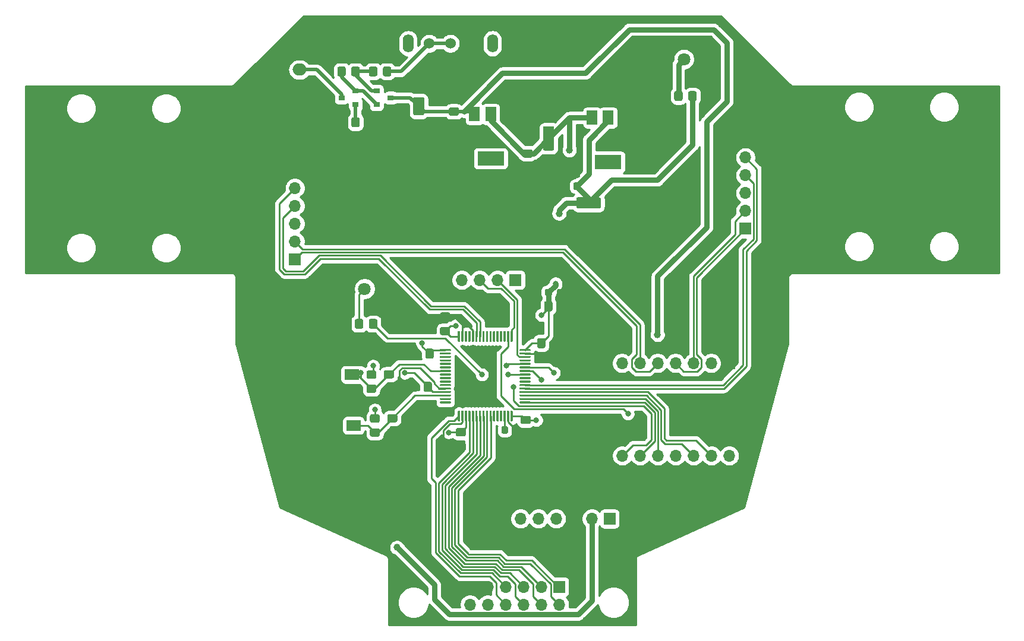
<source format=gbr>
%TF.GenerationSoftware,KiCad,Pcbnew,(5.1.9)-1*%
%TF.CreationDate,2021-05-13T01:47:40+02:00*%
%TF.ProjectId,PlytkaGlowna,506c7974-6b61-4476-9c6f-776e612e6b69,rev?*%
%TF.SameCoordinates,Original*%
%TF.FileFunction,Copper,L1,Top*%
%TF.FilePolarity,Positive*%
%FSLAX46Y46*%
G04 Gerber Fmt 4.6, Leading zero omitted, Abs format (unit mm)*
G04 Created by KiCad (PCBNEW (5.1.9)-1) date 2021-05-13 01:47:40*
%MOMM*%
%LPD*%
G01*
G04 APERTURE LIST*
%TA.AperFunction,ComponentPad*%
%ADD10O,1.700000X1.700000*%
%TD*%
%TA.AperFunction,ComponentPad*%
%ADD11R,1.700000X1.700000*%
%TD*%
%TA.AperFunction,ComponentPad*%
%ADD12R,1.800000X1.800000*%
%TD*%
%TA.AperFunction,ComponentPad*%
%ADD13C,1.800000*%
%TD*%
%TA.AperFunction,ComponentPad*%
%ADD14O,2.000000X1.700000*%
%TD*%
%TA.AperFunction,SMDPad,CuDef*%
%ADD15R,0.900000X0.800000*%
%TD*%
%TA.AperFunction,SMDPad,CuDef*%
%ADD16R,2.000000X1.500000*%
%TD*%
%TA.AperFunction,ComponentPad*%
%ADD17C,1.524000*%
%TD*%
%TA.AperFunction,ComponentPad*%
%ADD18O,1.550000X2.600000*%
%TD*%
%TA.AperFunction,SMDPad,CuDef*%
%ADD19R,1.500000X2.000000*%
%TD*%
%TA.AperFunction,SMDPad,CuDef*%
%ADD20R,3.800000X2.000000*%
%TD*%
%TA.AperFunction,ViaPad*%
%ADD21C,0.800000*%
%TD*%
%TA.AperFunction,ViaPad*%
%ADD22C,1.000000*%
%TD*%
%TA.AperFunction,Conductor*%
%ADD23C,0.750000*%
%TD*%
%TA.AperFunction,Conductor*%
%ADD24C,0.250000*%
%TD*%
%TA.AperFunction,Conductor*%
%ADD25C,0.500000*%
%TD*%
%TA.AperFunction,Conductor*%
%ADD26C,0.254000*%
%TD*%
%TA.AperFunction,Conductor*%
%ADD27C,0.100000*%
%TD*%
G04 APERTURE END LIST*
D10*
%TO.P,J6,6*%
%TO.N,GND*%
X201540000Y-76730000D03*
%TO.P,J6,5*%
%TO.N,ENCODER12*%
X201540000Y-79270000D03*
%TO.P,J6,4*%
%TO.N,ENCODER11*%
X201540000Y-81810000D03*
%TO.P,J6,3*%
%TO.N,+5V*%
X201540000Y-84350000D03*
%TO.P,J6,2*%
%TO.N,AO1*%
X201540000Y-86890000D03*
D11*
%TO.P,J6,1*%
%TO.N,AO2*%
X201540000Y-89430000D03*
%TD*%
%TO.P,J7,1*%
%TO.N,BO2*%
X137350000Y-93790000D03*
D10*
%TO.P,J7,2*%
%TO.N,BO1*%
X137350000Y-91250000D03*
%TO.P,J7,3*%
%TO.N,+5V*%
X137350000Y-88710000D03*
%TO.P,J7,4*%
%TO.N,ENCODER21*%
X137350000Y-86170000D03*
%TO.P,J7,5*%
%TO.N,ENCODER22*%
X137350000Y-83630000D03*
%TO.P,J7,6*%
%TO.N,GND*%
X137350000Y-81090000D03*
%TD*%
%TO.P,J5,8*%
%TO.N,PWM1*%
X199230000Y-121804999D03*
%TO.P,J5,7*%
%TO.N,AIN2*%
X196690000Y-121804999D03*
%TO.P,J5,6*%
%TO.N,AIN1*%
X194150000Y-121804999D03*
%TO.P,J5,5*%
%TO.N,VDD*%
X191610000Y-121804999D03*
%TO.P,J5,4*%
%TO.N,BIN1*%
X189070000Y-121804999D03*
%TO.P,J5,3*%
%TO.N,BIN2*%
X186530000Y-121804999D03*
%TO.P,J5,2*%
%TO.N,PWM2*%
X183990000Y-121804999D03*
D11*
%TO.P,J5,1*%
%TO.N,GND*%
X181450000Y-121804999D03*
%TD*%
%TO.P,U3,1*%
%TO.N,VDD*%
%TA.AperFunction,SMDPad,CuDef*%
G36*
G01*
X158025001Y-106800001D02*
X158025001Y-106650001D01*
G75*
G02*
X158100001Y-106575001I75000J0D01*
G01*
X159500001Y-106575001D01*
G75*
G02*
X159575001Y-106650001I0J-75000D01*
G01*
X159575001Y-106800001D01*
G75*
G02*
X159500001Y-106875001I-75000J0D01*
G01*
X158100001Y-106875001D01*
G75*
G02*
X158025001Y-106800001I0J75000D01*
G01*
G37*
%TD.AperFunction*%
%TO.P,U3,2*%
%TO.N,N/C*%
%TA.AperFunction,SMDPad,CuDef*%
G36*
G01*
X158025001Y-107300001D02*
X158025001Y-107150001D01*
G75*
G02*
X158100001Y-107075001I75000J0D01*
G01*
X159500001Y-107075001D01*
G75*
G02*
X159575001Y-107150001I0J-75000D01*
G01*
X159575001Y-107300001D01*
G75*
G02*
X159500001Y-107375001I-75000J0D01*
G01*
X158100001Y-107375001D01*
G75*
G02*
X158025001Y-107300001I0J75000D01*
G01*
G37*
%TD.AperFunction*%
%TO.P,U3,3*%
%TA.AperFunction,SMDPad,CuDef*%
G36*
G01*
X158025001Y-107800001D02*
X158025001Y-107650001D01*
G75*
G02*
X158100001Y-107575001I75000J0D01*
G01*
X159500001Y-107575001D01*
G75*
G02*
X159575001Y-107650001I0J-75000D01*
G01*
X159575001Y-107800001D01*
G75*
G02*
X159500001Y-107875001I-75000J0D01*
G01*
X158100001Y-107875001D01*
G75*
G02*
X158025001Y-107800001I0J75000D01*
G01*
G37*
%TD.AperFunction*%
%TO.P,U3,4*%
%TA.AperFunction,SMDPad,CuDef*%
G36*
G01*
X158025001Y-108300001D02*
X158025001Y-108150001D01*
G75*
G02*
X158100001Y-108075001I75000J0D01*
G01*
X159500001Y-108075001D01*
G75*
G02*
X159575001Y-108150001I0J-75000D01*
G01*
X159575001Y-108300001D01*
G75*
G02*
X159500001Y-108375001I-75000J0D01*
G01*
X158100001Y-108375001D01*
G75*
G02*
X158025001Y-108300001I0J75000D01*
G01*
G37*
%TD.AperFunction*%
%TO.P,U3,5*%
%TA.AperFunction,SMDPad,CuDef*%
G36*
G01*
X158025001Y-108800001D02*
X158025001Y-108650001D01*
G75*
G02*
X158100001Y-108575001I75000J0D01*
G01*
X159500001Y-108575001D01*
G75*
G02*
X159575001Y-108650001I0J-75000D01*
G01*
X159575001Y-108800001D01*
G75*
G02*
X159500001Y-108875001I-75000J0D01*
G01*
X158100001Y-108875001D01*
G75*
G02*
X158025001Y-108800001I0J75000D01*
G01*
G37*
%TD.AperFunction*%
%TO.P,U3,6*%
%TA.AperFunction,SMDPad,CuDef*%
G36*
G01*
X158025001Y-109300001D02*
X158025001Y-109150001D01*
G75*
G02*
X158100001Y-109075001I75000J0D01*
G01*
X159500001Y-109075001D01*
G75*
G02*
X159575001Y-109150001I0J-75000D01*
G01*
X159575001Y-109300001D01*
G75*
G02*
X159500001Y-109375001I-75000J0D01*
G01*
X158100001Y-109375001D01*
G75*
G02*
X158025001Y-109300001I0J75000D01*
G01*
G37*
%TD.AperFunction*%
%TO.P,U3,7*%
%TO.N,NRST*%
%TA.AperFunction,SMDPad,CuDef*%
G36*
G01*
X158025001Y-109800001D02*
X158025001Y-109650001D01*
G75*
G02*
X158100001Y-109575001I75000J0D01*
G01*
X159500001Y-109575001D01*
G75*
G02*
X159575001Y-109650001I0J-75000D01*
G01*
X159575001Y-109800001D01*
G75*
G02*
X159500001Y-109875001I-75000J0D01*
G01*
X158100001Y-109875001D01*
G75*
G02*
X158025001Y-109800001I0J75000D01*
G01*
G37*
%TD.AperFunction*%
%TO.P,U3,8*%
%TO.N,N/C*%
%TA.AperFunction,SMDPad,CuDef*%
G36*
G01*
X158025001Y-110300001D02*
X158025001Y-110150001D01*
G75*
G02*
X158100001Y-110075001I75000J0D01*
G01*
X159500001Y-110075001D01*
G75*
G02*
X159575001Y-110150001I0J-75000D01*
G01*
X159575001Y-110300001D01*
G75*
G02*
X159500001Y-110375001I-75000J0D01*
G01*
X158100001Y-110375001D01*
G75*
G02*
X158025001Y-110300001I0J75000D01*
G01*
G37*
%TD.AperFunction*%
%TO.P,U3,9*%
%TA.AperFunction,SMDPad,CuDef*%
G36*
G01*
X158025001Y-110800001D02*
X158025001Y-110650001D01*
G75*
G02*
X158100001Y-110575001I75000J0D01*
G01*
X159500001Y-110575001D01*
G75*
G02*
X159575001Y-110650001I0J-75000D01*
G01*
X159575001Y-110800001D01*
G75*
G02*
X159500001Y-110875001I-75000J0D01*
G01*
X158100001Y-110875001D01*
G75*
G02*
X158025001Y-110800001I0J75000D01*
G01*
G37*
%TD.AperFunction*%
%TO.P,U3,10*%
%TA.AperFunction,SMDPad,CuDef*%
G36*
G01*
X158025001Y-111300001D02*
X158025001Y-111150001D01*
G75*
G02*
X158100001Y-111075001I75000J0D01*
G01*
X159500001Y-111075001D01*
G75*
G02*
X159575001Y-111150001I0J-75000D01*
G01*
X159575001Y-111300001D01*
G75*
G02*
X159500001Y-111375001I-75000J0D01*
G01*
X158100001Y-111375001D01*
G75*
G02*
X158025001Y-111300001I0J75000D01*
G01*
G37*
%TD.AperFunction*%
%TO.P,U3,11*%
%TA.AperFunction,SMDPad,CuDef*%
G36*
G01*
X158025001Y-111800001D02*
X158025001Y-111650001D01*
G75*
G02*
X158100001Y-111575001I75000J0D01*
G01*
X159500001Y-111575001D01*
G75*
G02*
X159575001Y-111650001I0J-75000D01*
G01*
X159575001Y-111800001D01*
G75*
G02*
X159500001Y-111875001I-75000J0D01*
G01*
X158100001Y-111875001D01*
G75*
G02*
X158025001Y-111800001I0J75000D01*
G01*
G37*
%TD.AperFunction*%
%TO.P,U3,12*%
%TO.N,GND*%
%TA.AperFunction,SMDPad,CuDef*%
G36*
G01*
X158025001Y-112300001D02*
X158025001Y-112150001D01*
G75*
G02*
X158100001Y-112075001I75000J0D01*
G01*
X159500001Y-112075001D01*
G75*
G02*
X159575001Y-112150001I0J-75000D01*
G01*
X159575001Y-112300001D01*
G75*
G02*
X159500001Y-112375001I-75000J0D01*
G01*
X158100001Y-112375001D01*
G75*
G02*
X158025001Y-112300001I0J75000D01*
G01*
G37*
%TD.AperFunction*%
%TO.P,U3,13*%
%TO.N,VDD*%
%TA.AperFunction,SMDPad,CuDef*%
G36*
G01*
X158025001Y-112800001D02*
X158025001Y-112650001D01*
G75*
G02*
X158100001Y-112575001I75000J0D01*
G01*
X159500001Y-112575001D01*
G75*
G02*
X159575001Y-112650001I0J-75000D01*
G01*
X159575001Y-112800001D01*
G75*
G02*
X159500001Y-112875001I-75000J0D01*
G01*
X158100001Y-112875001D01*
G75*
G02*
X158025001Y-112800001I0J75000D01*
G01*
G37*
%TD.AperFunction*%
%TO.P,U3,14*%
%TO.N,BUT1*%
%TA.AperFunction,SMDPad,CuDef*%
G36*
G01*
X158025001Y-113300001D02*
X158025001Y-113150001D01*
G75*
G02*
X158100001Y-113075001I75000J0D01*
G01*
X159500001Y-113075001D01*
G75*
G02*
X159575001Y-113150001I0J-75000D01*
G01*
X159575001Y-113300001D01*
G75*
G02*
X159500001Y-113375001I-75000J0D01*
G01*
X158100001Y-113375001D01*
G75*
G02*
X158025001Y-113300001I0J75000D01*
G01*
G37*
%TD.AperFunction*%
%TO.P,U3,15*%
%TO.N,N/C*%
%TA.AperFunction,SMDPad,CuDef*%
G36*
G01*
X158025001Y-113800001D02*
X158025001Y-113650001D01*
G75*
G02*
X158100001Y-113575001I75000J0D01*
G01*
X159500001Y-113575001D01*
G75*
G02*
X159575001Y-113650001I0J-75000D01*
G01*
X159575001Y-113800001D01*
G75*
G02*
X159500001Y-113875001I-75000J0D01*
G01*
X158100001Y-113875001D01*
G75*
G02*
X158025001Y-113800001I0J75000D01*
G01*
G37*
%TD.AperFunction*%
%TO.P,U3,16*%
%TA.AperFunction,SMDPad,CuDef*%
G36*
G01*
X158025001Y-114300001D02*
X158025001Y-114150001D01*
G75*
G02*
X158100001Y-114075001I75000J0D01*
G01*
X159500001Y-114075001D01*
G75*
G02*
X159575001Y-114150001I0J-75000D01*
G01*
X159575001Y-114300001D01*
G75*
G02*
X159500001Y-114375001I-75000J0D01*
G01*
X158100001Y-114375001D01*
G75*
G02*
X158025001Y-114300001I0J75000D01*
G01*
G37*
%TD.AperFunction*%
%TO.P,U3,17*%
%TO.N,ADC1_IN3*%
%TA.AperFunction,SMDPad,CuDef*%
G36*
G01*
X160575001Y-116850001D02*
X160575001Y-115450001D01*
G75*
G02*
X160650001Y-115375001I75000J0D01*
G01*
X160800001Y-115375001D01*
G75*
G02*
X160875001Y-115450001I0J-75000D01*
G01*
X160875001Y-116850001D01*
G75*
G02*
X160800001Y-116925001I-75000J0D01*
G01*
X160650001Y-116925001D01*
G75*
G02*
X160575001Y-116850001I0J75000D01*
G01*
G37*
%TD.AperFunction*%
%TO.P,U3,18*%
%TO.N,GND*%
%TA.AperFunction,SMDPad,CuDef*%
G36*
G01*
X161075001Y-116850001D02*
X161075001Y-115450001D01*
G75*
G02*
X161150001Y-115375001I75000J0D01*
G01*
X161300001Y-115375001D01*
G75*
G02*
X161375001Y-115450001I0J-75000D01*
G01*
X161375001Y-116850001D01*
G75*
G02*
X161300001Y-116925001I-75000J0D01*
G01*
X161150001Y-116925001D01*
G75*
G02*
X161075001Y-116850001I0J75000D01*
G01*
G37*
%TD.AperFunction*%
%TO.P,U3,19*%
%TO.N,VDD*%
%TA.AperFunction,SMDPad,CuDef*%
G36*
G01*
X161575001Y-116850001D02*
X161575001Y-115450001D01*
G75*
G02*
X161650001Y-115375001I75000J0D01*
G01*
X161800001Y-115375001D01*
G75*
G02*
X161875001Y-115450001I0J-75000D01*
G01*
X161875001Y-116850001D01*
G75*
G02*
X161800001Y-116925001I-75000J0D01*
G01*
X161650001Y-116925001D01*
G75*
G02*
X161575001Y-116850001I0J75000D01*
G01*
G37*
%TD.AperFunction*%
%TO.P,U3,20*%
%TO.N,ADC1_IN4*%
%TA.AperFunction,SMDPad,CuDef*%
G36*
G01*
X162075001Y-116850001D02*
X162075001Y-115450001D01*
G75*
G02*
X162150001Y-115375001I75000J0D01*
G01*
X162300001Y-115375001D01*
G75*
G02*
X162375001Y-115450001I0J-75000D01*
G01*
X162375001Y-116850001D01*
G75*
G02*
X162300001Y-116925001I-75000J0D01*
G01*
X162150001Y-116925001D01*
G75*
G02*
X162075001Y-116850001I0J75000D01*
G01*
G37*
%TD.AperFunction*%
%TO.P,U3,21*%
%TO.N,ADC1_IN5*%
%TA.AperFunction,SMDPad,CuDef*%
G36*
G01*
X162575001Y-116850001D02*
X162575001Y-115450001D01*
G75*
G02*
X162650001Y-115375001I75000J0D01*
G01*
X162800001Y-115375001D01*
G75*
G02*
X162875001Y-115450001I0J-75000D01*
G01*
X162875001Y-116850001D01*
G75*
G02*
X162800001Y-116925001I-75000J0D01*
G01*
X162650001Y-116925001D01*
G75*
G02*
X162575001Y-116850001I0J75000D01*
G01*
G37*
%TD.AperFunction*%
%TO.P,U3,22*%
%TO.N,ADC1_IN6*%
%TA.AperFunction,SMDPad,CuDef*%
G36*
G01*
X163075001Y-116850001D02*
X163075001Y-115450001D01*
G75*
G02*
X163150001Y-115375001I75000J0D01*
G01*
X163300001Y-115375001D01*
G75*
G02*
X163375001Y-115450001I0J-75000D01*
G01*
X163375001Y-116850001D01*
G75*
G02*
X163300001Y-116925001I-75000J0D01*
G01*
X163150001Y-116925001D01*
G75*
G02*
X163075001Y-116850001I0J75000D01*
G01*
G37*
%TD.AperFunction*%
%TO.P,U3,23*%
%TO.N,ADC1_IN7*%
%TA.AperFunction,SMDPad,CuDef*%
G36*
G01*
X163575001Y-116850001D02*
X163575001Y-115450001D01*
G75*
G02*
X163650001Y-115375001I75000J0D01*
G01*
X163800001Y-115375001D01*
G75*
G02*
X163875001Y-115450001I0J-75000D01*
G01*
X163875001Y-116850001D01*
G75*
G02*
X163800001Y-116925001I-75000J0D01*
G01*
X163650001Y-116925001D01*
G75*
G02*
X163575001Y-116850001I0J75000D01*
G01*
G37*
%TD.AperFunction*%
%TO.P,U3,24*%
%TO.N,ADC1_IN14*%
%TA.AperFunction,SMDPad,CuDef*%
G36*
G01*
X164075001Y-116850001D02*
X164075001Y-115450001D01*
G75*
G02*
X164150001Y-115375001I75000J0D01*
G01*
X164300001Y-115375001D01*
G75*
G02*
X164375001Y-115450001I0J-75000D01*
G01*
X164375001Y-116850001D01*
G75*
G02*
X164300001Y-116925001I-75000J0D01*
G01*
X164150001Y-116925001D01*
G75*
G02*
X164075001Y-116850001I0J75000D01*
G01*
G37*
%TD.AperFunction*%
%TO.P,U3,25*%
%TO.N,ADC1_IN15*%
%TA.AperFunction,SMDPad,CuDef*%
G36*
G01*
X164575001Y-116850001D02*
X164575001Y-115450001D01*
G75*
G02*
X164650001Y-115375001I75000J0D01*
G01*
X164800001Y-115375001D01*
G75*
G02*
X164875001Y-115450001I0J-75000D01*
G01*
X164875001Y-116850001D01*
G75*
G02*
X164800001Y-116925001I-75000J0D01*
G01*
X164650001Y-116925001D01*
G75*
G02*
X164575001Y-116850001I0J75000D01*
G01*
G37*
%TD.AperFunction*%
%TO.P,U3,26*%
%TO.N,ADC1_IN8*%
%TA.AperFunction,SMDPad,CuDef*%
G36*
G01*
X165075001Y-116850001D02*
X165075001Y-115450001D01*
G75*
G02*
X165150001Y-115375001I75000J0D01*
G01*
X165300001Y-115375001D01*
G75*
G02*
X165375001Y-115450001I0J-75000D01*
G01*
X165375001Y-116850001D01*
G75*
G02*
X165300001Y-116925001I-75000J0D01*
G01*
X165150001Y-116925001D01*
G75*
G02*
X165075001Y-116850001I0J75000D01*
G01*
G37*
%TD.AperFunction*%
%TO.P,U3,27*%
%TO.N,N/C*%
%TA.AperFunction,SMDPad,CuDef*%
G36*
G01*
X165575001Y-116850001D02*
X165575001Y-115450001D01*
G75*
G02*
X165650001Y-115375001I75000J0D01*
G01*
X165800001Y-115375001D01*
G75*
G02*
X165875001Y-115450001I0J-75000D01*
G01*
X165875001Y-116850001D01*
G75*
G02*
X165800001Y-116925001I-75000J0D01*
G01*
X165650001Y-116925001D01*
G75*
G02*
X165575001Y-116850001I0J75000D01*
G01*
G37*
%TD.AperFunction*%
%TO.P,U3,28*%
%TA.AperFunction,SMDPad,CuDef*%
G36*
G01*
X166075001Y-116850001D02*
X166075001Y-115450001D01*
G75*
G02*
X166150001Y-115375001I75000J0D01*
G01*
X166300001Y-115375001D01*
G75*
G02*
X166375001Y-115450001I0J-75000D01*
G01*
X166375001Y-116850001D01*
G75*
G02*
X166300001Y-116925001I-75000J0D01*
G01*
X166150001Y-116925001D01*
G75*
G02*
X166075001Y-116850001I0J75000D01*
G01*
G37*
%TD.AperFunction*%
%TO.P,U3,29*%
%TA.AperFunction,SMDPad,CuDef*%
G36*
G01*
X166575001Y-116850001D02*
X166575001Y-115450001D01*
G75*
G02*
X166650001Y-115375001I75000J0D01*
G01*
X166800001Y-115375001D01*
G75*
G02*
X166875001Y-115450001I0J-75000D01*
G01*
X166875001Y-116850001D01*
G75*
G02*
X166800001Y-116925001I-75000J0D01*
G01*
X166650001Y-116925001D01*
G75*
G02*
X166575001Y-116850001I0J75000D01*
G01*
G37*
%TD.AperFunction*%
%TO.P,U3,30*%
%TO.N,Net-(C6-Pad1)*%
%TA.AperFunction,SMDPad,CuDef*%
G36*
G01*
X167075001Y-116850001D02*
X167075001Y-115450001D01*
G75*
G02*
X167150001Y-115375001I75000J0D01*
G01*
X167300001Y-115375001D01*
G75*
G02*
X167375001Y-115450001I0J-75000D01*
G01*
X167375001Y-116850001D01*
G75*
G02*
X167300001Y-116925001I-75000J0D01*
G01*
X167150001Y-116925001D01*
G75*
G02*
X167075001Y-116850001I0J75000D01*
G01*
G37*
%TD.AperFunction*%
%TO.P,U3,31*%
%TO.N,GND*%
%TA.AperFunction,SMDPad,CuDef*%
G36*
G01*
X167575001Y-116850001D02*
X167575001Y-115450001D01*
G75*
G02*
X167650001Y-115375001I75000J0D01*
G01*
X167800001Y-115375001D01*
G75*
G02*
X167875001Y-115450001I0J-75000D01*
G01*
X167875001Y-116850001D01*
G75*
G02*
X167800001Y-116925001I-75000J0D01*
G01*
X167650001Y-116925001D01*
G75*
G02*
X167575001Y-116850001I0J75000D01*
G01*
G37*
%TD.AperFunction*%
%TO.P,U3,32*%
%TO.N,VDD*%
%TA.AperFunction,SMDPad,CuDef*%
G36*
G01*
X168075001Y-116850001D02*
X168075001Y-115450001D01*
G75*
G02*
X168150001Y-115375001I75000J0D01*
G01*
X168300001Y-115375001D01*
G75*
G02*
X168375001Y-115450001I0J-75000D01*
G01*
X168375001Y-116850001D01*
G75*
G02*
X168300001Y-116925001I-75000J0D01*
G01*
X168150001Y-116925001D01*
G75*
G02*
X168075001Y-116850001I0J75000D01*
G01*
G37*
%TD.AperFunction*%
%TO.P,U3,33*%
%TO.N,BIN2*%
%TA.AperFunction,SMDPad,CuDef*%
G36*
G01*
X169375001Y-114300001D02*
X169375001Y-114150001D01*
G75*
G02*
X169450001Y-114075001I75000J0D01*
G01*
X170850001Y-114075001D01*
G75*
G02*
X170925001Y-114150001I0J-75000D01*
G01*
X170925001Y-114300001D01*
G75*
G02*
X170850001Y-114375001I-75000J0D01*
G01*
X169450001Y-114375001D01*
G75*
G02*
X169375001Y-114300001I0J75000D01*
G01*
G37*
%TD.AperFunction*%
%TO.P,U3,34*%
%TO.N,BIN1*%
%TA.AperFunction,SMDPad,CuDef*%
G36*
G01*
X169375001Y-113800001D02*
X169375001Y-113650001D01*
G75*
G02*
X169450001Y-113575001I75000J0D01*
G01*
X170850001Y-113575001D01*
G75*
G02*
X170925001Y-113650001I0J-75000D01*
G01*
X170925001Y-113800001D01*
G75*
G02*
X170850001Y-113875001I-75000J0D01*
G01*
X169450001Y-113875001D01*
G75*
G02*
X169375001Y-113800001I0J75000D01*
G01*
G37*
%TD.AperFunction*%
%TO.P,U3,35*%
%TO.N,AIN1*%
%TA.AperFunction,SMDPad,CuDef*%
G36*
G01*
X169375001Y-113300001D02*
X169375001Y-113150001D01*
G75*
G02*
X169450001Y-113075001I75000J0D01*
G01*
X170850001Y-113075001D01*
G75*
G02*
X170925001Y-113150001I0J-75000D01*
G01*
X170925001Y-113300001D01*
G75*
G02*
X170850001Y-113375001I-75000J0D01*
G01*
X169450001Y-113375001D01*
G75*
G02*
X169375001Y-113300001I0J75000D01*
G01*
G37*
%TD.AperFunction*%
%TO.P,U3,36*%
%TO.N,AIN2*%
%TA.AperFunction,SMDPad,CuDef*%
G36*
G01*
X169375001Y-112800001D02*
X169375001Y-112650001D01*
G75*
G02*
X169450001Y-112575001I75000J0D01*
G01*
X170850001Y-112575001D01*
G75*
G02*
X170925001Y-112650001I0J-75000D01*
G01*
X170925001Y-112800001D01*
G75*
G02*
X170850001Y-112875001I-75000J0D01*
G01*
X169450001Y-112875001D01*
G75*
G02*
X169375001Y-112800001I0J75000D01*
G01*
G37*
%TD.AperFunction*%
%TO.P,U3,37*%
%TO.N,ENCODER12*%
%TA.AperFunction,SMDPad,CuDef*%
G36*
G01*
X169375001Y-112300001D02*
X169375001Y-112150001D01*
G75*
G02*
X169450001Y-112075001I75000J0D01*
G01*
X170850001Y-112075001D01*
G75*
G02*
X170925001Y-112150001I0J-75000D01*
G01*
X170925001Y-112300001D01*
G75*
G02*
X170850001Y-112375001I-75000J0D01*
G01*
X169450001Y-112375001D01*
G75*
G02*
X169375001Y-112300001I0J75000D01*
G01*
G37*
%TD.AperFunction*%
%TO.P,U3,38*%
%TO.N,ENCODER11*%
%TA.AperFunction,SMDPad,CuDef*%
G36*
G01*
X169375001Y-111800001D02*
X169375001Y-111650001D01*
G75*
G02*
X169450001Y-111575001I75000J0D01*
G01*
X170850001Y-111575001D01*
G75*
G02*
X170925001Y-111650001I0J-75000D01*
G01*
X170925001Y-111800001D01*
G75*
G02*
X170850001Y-111875001I-75000J0D01*
G01*
X169450001Y-111875001D01*
G75*
G02*
X169375001Y-111800001I0J75000D01*
G01*
G37*
%TD.AperFunction*%
%TO.P,U3,39*%
%TO.N,N/C*%
%TA.AperFunction,SMDPad,CuDef*%
G36*
G01*
X169375001Y-111300001D02*
X169375001Y-111150001D01*
G75*
G02*
X169450001Y-111075001I75000J0D01*
G01*
X170850001Y-111075001D01*
G75*
G02*
X170925001Y-111150001I0J-75000D01*
G01*
X170925001Y-111300001D01*
G75*
G02*
X170850001Y-111375001I-75000J0D01*
G01*
X169450001Y-111375001D01*
G75*
G02*
X169375001Y-111300001I0J75000D01*
G01*
G37*
%TD.AperFunction*%
%TO.P,U3,40*%
%TA.AperFunction,SMDPad,CuDef*%
G36*
G01*
X169375001Y-110800001D02*
X169375001Y-110650001D01*
G75*
G02*
X169450001Y-110575001I75000J0D01*
G01*
X170850001Y-110575001D01*
G75*
G02*
X170925001Y-110650001I0J-75000D01*
G01*
X170925001Y-110800001D01*
G75*
G02*
X170850001Y-110875001I-75000J0D01*
G01*
X169450001Y-110875001D01*
G75*
G02*
X169375001Y-110800001I0J75000D01*
G01*
G37*
%TD.AperFunction*%
%TO.P,U3,41*%
%TO.N,LED1*%
%TA.AperFunction,SMDPad,CuDef*%
G36*
G01*
X169375001Y-110300001D02*
X169375001Y-110150001D01*
G75*
G02*
X169450001Y-110075001I75000J0D01*
G01*
X170850001Y-110075001D01*
G75*
G02*
X170925001Y-110150001I0J-75000D01*
G01*
X170925001Y-110300001D01*
G75*
G02*
X170850001Y-110375001I-75000J0D01*
G01*
X169450001Y-110375001D01*
G75*
G02*
X169375001Y-110300001I0J75000D01*
G01*
G37*
%TD.AperFunction*%
%TO.P,U3,42*%
%TO.N,RXD*%
%TA.AperFunction,SMDPad,CuDef*%
G36*
G01*
X169375001Y-109800001D02*
X169375001Y-109650001D01*
G75*
G02*
X169450001Y-109575001I75000J0D01*
G01*
X170850001Y-109575001D01*
G75*
G02*
X170925001Y-109650001I0J-75000D01*
G01*
X170925001Y-109800001D01*
G75*
G02*
X170850001Y-109875001I-75000J0D01*
G01*
X169450001Y-109875001D01*
G75*
G02*
X169375001Y-109800001I0J75000D01*
G01*
G37*
%TD.AperFunction*%
%TO.P,U3,43*%
%TO.N,TXD*%
%TA.AperFunction,SMDPad,CuDef*%
G36*
G01*
X169375001Y-109300001D02*
X169375001Y-109150001D01*
G75*
G02*
X169450001Y-109075001I75000J0D01*
G01*
X170850001Y-109075001D01*
G75*
G02*
X170925001Y-109150001I0J-75000D01*
G01*
X170925001Y-109300001D01*
G75*
G02*
X170850001Y-109375001I-75000J0D01*
G01*
X169450001Y-109375001D01*
G75*
G02*
X169375001Y-109300001I0J75000D01*
G01*
G37*
%TD.AperFunction*%
%TO.P,U3,44*%
%TO.N,PWM2*%
%TA.AperFunction,SMDPad,CuDef*%
G36*
G01*
X169375001Y-108800001D02*
X169375001Y-108650001D01*
G75*
G02*
X169450001Y-108575001I75000J0D01*
G01*
X170850001Y-108575001D01*
G75*
G02*
X170925001Y-108650001I0J-75000D01*
G01*
X170925001Y-108800001D01*
G75*
G02*
X170850001Y-108875001I-75000J0D01*
G01*
X169450001Y-108875001D01*
G75*
G02*
X169375001Y-108800001I0J75000D01*
G01*
G37*
%TD.AperFunction*%
%TO.P,U3,45*%
%TO.N,N/C*%
%TA.AperFunction,SMDPad,CuDef*%
G36*
G01*
X169375001Y-108300001D02*
X169375001Y-108150001D01*
G75*
G02*
X169450001Y-108075001I75000J0D01*
G01*
X170850001Y-108075001D01*
G75*
G02*
X170925001Y-108150001I0J-75000D01*
G01*
X170925001Y-108300001D01*
G75*
G02*
X170850001Y-108375001I-75000J0D01*
G01*
X169450001Y-108375001D01*
G75*
G02*
X169375001Y-108300001I0J75000D01*
G01*
G37*
%TD.AperFunction*%
%TO.P,U3,46*%
%TO.N,SWDIO*%
%TA.AperFunction,SMDPad,CuDef*%
G36*
G01*
X169375001Y-107800001D02*
X169375001Y-107650001D01*
G75*
G02*
X169450001Y-107575001I75000J0D01*
G01*
X170850001Y-107575001D01*
G75*
G02*
X170925001Y-107650001I0J-75000D01*
G01*
X170925001Y-107800001D01*
G75*
G02*
X170850001Y-107875001I-75000J0D01*
G01*
X169450001Y-107875001D01*
G75*
G02*
X169375001Y-107800001I0J75000D01*
G01*
G37*
%TD.AperFunction*%
%TO.P,U3,47*%
%TO.N,GND*%
%TA.AperFunction,SMDPad,CuDef*%
G36*
G01*
X169375001Y-107300001D02*
X169375001Y-107150001D01*
G75*
G02*
X169450001Y-107075001I75000J0D01*
G01*
X170850001Y-107075001D01*
G75*
G02*
X170925001Y-107150001I0J-75000D01*
G01*
X170925001Y-107300001D01*
G75*
G02*
X170850001Y-107375001I-75000J0D01*
G01*
X169450001Y-107375001D01*
G75*
G02*
X169375001Y-107300001I0J75000D01*
G01*
G37*
%TD.AperFunction*%
%TO.P,U3,48*%
%TO.N,VDD*%
%TA.AperFunction,SMDPad,CuDef*%
G36*
G01*
X169375001Y-106800001D02*
X169375001Y-106650001D01*
G75*
G02*
X169450001Y-106575001I75000J0D01*
G01*
X170850001Y-106575001D01*
G75*
G02*
X170925001Y-106650001I0J-75000D01*
G01*
X170925001Y-106800001D01*
G75*
G02*
X170850001Y-106875001I-75000J0D01*
G01*
X169450001Y-106875001D01*
G75*
G02*
X169375001Y-106800001I0J75000D01*
G01*
G37*
%TD.AperFunction*%
%TO.P,U3,49*%
%TO.N,SWCLK*%
%TA.AperFunction,SMDPad,CuDef*%
G36*
G01*
X168075001Y-105500001D02*
X168075001Y-104100001D01*
G75*
G02*
X168150001Y-104025001I75000J0D01*
G01*
X168300001Y-104025001D01*
G75*
G02*
X168375001Y-104100001I0J-75000D01*
G01*
X168375001Y-105500001D01*
G75*
G02*
X168300001Y-105575001I-75000J0D01*
G01*
X168150001Y-105575001D01*
G75*
G02*
X168075001Y-105500001I0J75000D01*
G01*
G37*
%TD.AperFunction*%
%TO.P,U3,50*%
%TO.N,PWM1*%
%TA.AperFunction,SMDPad,CuDef*%
G36*
G01*
X167575001Y-105500001D02*
X167575001Y-104100001D01*
G75*
G02*
X167650001Y-104025001I75000J0D01*
G01*
X167800001Y-104025001D01*
G75*
G02*
X167875001Y-104100001I0J-75000D01*
G01*
X167875001Y-105500001D01*
G75*
G02*
X167800001Y-105575001I-75000J0D01*
G01*
X167650001Y-105575001D01*
G75*
G02*
X167575001Y-105500001I0J75000D01*
G01*
G37*
%TD.AperFunction*%
%TO.P,U3,51*%
%TO.N,N/C*%
%TA.AperFunction,SMDPad,CuDef*%
G36*
G01*
X167075001Y-105500001D02*
X167075001Y-104100001D01*
G75*
G02*
X167150001Y-104025001I75000J0D01*
G01*
X167300001Y-104025001D01*
G75*
G02*
X167375001Y-104100001I0J-75000D01*
G01*
X167375001Y-105500001D01*
G75*
G02*
X167300001Y-105575001I-75000J0D01*
G01*
X167150001Y-105575001D01*
G75*
G02*
X167075001Y-105500001I0J75000D01*
G01*
G37*
%TD.AperFunction*%
%TO.P,U3,52*%
%TA.AperFunction,SMDPad,CuDef*%
G36*
G01*
X166575001Y-105500001D02*
X166575001Y-104100001D01*
G75*
G02*
X166650001Y-104025001I75000J0D01*
G01*
X166800001Y-104025001D01*
G75*
G02*
X166875001Y-104100001I0J-75000D01*
G01*
X166875001Y-105500001D01*
G75*
G02*
X166800001Y-105575001I-75000J0D01*
G01*
X166650001Y-105575001D01*
G75*
G02*
X166575001Y-105500001I0J75000D01*
G01*
G37*
%TD.AperFunction*%
%TO.P,U3,53*%
%TA.AperFunction,SMDPad,CuDef*%
G36*
G01*
X166075001Y-105500001D02*
X166075001Y-104100001D01*
G75*
G02*
X166150001Y-104025001I75000J0D01*
G01*
X166300001Y-104025001D01*
G75*
G02*
X166375001Y-104100001I0J-75000D01*
G01*
X166375001Y-105500001D01*
G75*
G02*
X166300001Y-105575001I-75000J0D01*
G01*
X166150001Y-105575001D01*
G75*
G02*
X166075001Y-105500001I0J75000D01*
G01*
G37*
%TD.AperFunction*%
%TO.P,U3,54*%
%TA.AperFunction,SMDPad,CuDef*%
G36*
G01*
X165575001Y-105500001D02*
X165575001Y-104100001D01*
G75*
G02*
X165650001Y-104025001I75000J0D01*
G01*
X165800001Y-104025001D01*
G75*
G02*
X165875001Y-104100001I0J-75000D01*
G01*
X165875001Y-105500001D01*
G75*
G02*
X165800001Y-105575001I-75000J0D01*
G01*
X165650001Y-105575001D01*
G75*
G02*
X165575001Y-105500001I0J75000D01*
G01*
G37*
%TD.AperFunction*%
%TO.P,U3,55*%
%TA.AperFunction,SMDPad,CuDef*%
G36*
G01*
X165075001Y-105500001D02*
X165075001Y-104100001D01*
G75*
G02*
X165150001Y-104025001I75000J0D01*
G01*
X165300001Y-104025001D01*
G75*
G02*
X165375001Y-104100001I0J-75000D01*
G01*
X165375001Y-105500001D01*
G75*
G02*
X165300001Y-105575001I-75000J0D01*
G01*
X165150001Y-105575001D01*
G75*
G02*
X165075001Y-105500001I0J75000D01*
G01*
G37*
%TD.AperFunction*%
%TO.P,U3,56*%
%TA.AperFunction,SMDPad,CuDef*%
G36*
G01*
X164575001Y-105500001D02*
X164575001Y-104100001D01*
G75*
G02*
X164650001Y-104025001I75000J0D01*
G01*
X164800001Y-104025001D01*
G75*
G02*
X164875001Y-104100001I0J-75000D01*
G01*
X164875001Y-105500001D01*
G75*
G02*
X164800001Y-105575001I-75000J0D01*
G01*
X164650001Y-105575001D01*
G75*
G02*
X164575001Y-105500001I0J75000D01*
G01*
G37*
%TD.AperFunction*%
%TO.P,U3,57*%
%TA.AperFunction,SMDPad,CuDef*%
G36*
G01*
X164075001Y-105500001D02*
X164075001Y-104100001D01*
G75*
G02*
X164150001Y-104025001I75000J0D01*
G01*
X164300001Y-104025001D01*
G75*
G02*
X164375001Y-104100001I0J-75000D01*
G01*
X164375001Y-105500001D01*
G75*
G02*
X164300001Y-105575001I-75000J0D01*
G01*
X164150001Y-105575001D01*
G75*
G02*
X164075001Y-105500001I0J75000D01*
G01*
G37*
%TD.AperFunction*%
%TO.P,U3,58*%
%TO.N,ENCODER21*%
%TA.AperFunction,SMDPad,CuDef*%
G36*
G01*
X163575001Y-105500001D02*
X163575001Y-104100001D01*
G75*
G02*
X163650001Y-104025001I75000J0D01*
G01*
X163800001Y-104025001D01*
G75*
G02*
X163875001Y-104100001I0J-75000D01*
G01*
X163875001Y-105500001D01*
G75*
G02*
X163800001Y-105575001I-75000J0D01*
G01*
X163650001Y-105575001D01*
G75*
G02*
X163575001Y-105500001I0J75000D01*
G01*
G37*
%TD.AperFunction*%
%TO.P,U3,59*%
%TO.N,ENCODER22*%
%TA.AperFunction,SMDPad,CuDef*%
G36*
G01*
X163075001Y-105500001D02*
X163075001Y-104100001D01*
G75*
G02*
X163150001Y-104025001I75000J0D01*
G01*
X163300001Y-104025001D01*
G75*
G02*
X163375001Y-104100001I0J-75000D01*
G01*
X163375001Y-105500001D01*
G75*
G02*
X163300001Y-105575001I-75000J0D01*
G01*
X163150001Y-105575001D01*
G75*
G02*
X163075001Y-105500001I0J75000D01*
G01*
G37*
%TD.AperFunction*%
%TO.P,U3,60*%
%TO.N,GND*%
%TA.AperFunction,SMDPad,CuDef*%
G36*
G01*
X162575001Y-105500001D02*
X162575001Y-104100001D01*
G75*
G02*
X162650001Y-104025001I75000J0D01*
G01*
X162800001Y-104025001D01*
G75*
G02*
X162875001Y-104100001I0J-75000D01*
G01*
X162875001Y-105500001D01*
G75*
G02*
X162800001Y-105575001I-75000J0D01*
G01*
X162650001Y-105575001D01*
G75*
G02*
X162575001Y-105500001I0J75000D01*
G01*
G37*
%TD.AperFunction*%
%TO.P,U3,61*%
%TO.N,N/C*%
%TA.AperFunction,SMDPad,CuDef*%
G36*
G01*
X162075001Y-105500001D02*
X162075001Y-104100001D01*
G75*
G02*
X162150001Y-104025001I75000J0D01*
G01*
X162300001Y-104025001D01*
G75*
G02*
X162375001Y-104100001I0J-75000D01*
G01*
X162375001Y-105500001D01*
G75*
G02*
X162300001Y-105575001I-75000J0D01*
G01*
X162150001Y-105575001D01*
G75*
G02*
X162075001Y-105500001I0J75000D01*
G01*
G37*
%TD.AperFunction*%
%TO.P,U3,62*%
%TA.AperFunction,SMDPad,CuDef*%
G36*
G01*
X161575001Y-105500001D02*
X161575001Y-104100001D01*
G75*
G02*
X161650001Y-104025001I75000J0D01*
G01*
X161800001Y-104025001D01*
G75*
G02*
X161875001Y-104100001I0J-75000D01*
G01*
X161875001Y-105500001D01*
G75*
G02*
X161800001Y-105575001I-75000J0D01*
G01*
X161650001Y-105575001D01*
G75*
G02*
X161575001Y-105500001I0J75000D01*
G01*
G37*
%TD.AperFunction*%
%TO.P,U3,63*%
%TO.N,GND*%
%TA.AperFunction,SMDPad,CuDef*%
G36*
G01*
X161075001Y-105500001D02*
X161075001Y-104100001D01*
G75*
G02*
X161150001Y-104025001I75000J0D01*
G01*
X161300001Y-104025001D01*
G75*
G02*
X161375001Y-104100001I0J-75000D01*
G01*
X161375001Y-105500001D01*
G75*
G02*
X161300001Y-105575001I-75000J0D01*
G01*
X161150001Y-105575001D01*
G75*
G02*
X161075001Y-105500001I0J75000D01*
G01*
G37*
%TD.AperFunction*%
%TO.P,U3,64*%
%TO.N,VDD*%
%TA.AperFunction,SMDPad,CuDef*%
G36*
G01*
X160575001Y-105500001D02*
X160575001Y-104100001D01*
G75*
G02*
X160650001Y-104025001I75000J0D01*
G01*
X160800001Y-104025001D01*
G75*
G02*
X160875001Y-104100001I0J-75000D01*
G01*
X160875001Y-105500001D01*
G75*
G02*
X160800001Y-105575001I-75000J0D01*
G01*
X160650001Y-105575001D01*
G75*
G02*
X160575001Y-105500001I0J75000D01*
G01*
G37*
%TD.AperFunction*%
%TD*%
%TO.P,C6,1*%
%TO.N,Net-(C6-Pad1)*%
%TA.AperFunction,SMDPad,CuDef*%
G36*
G01*
X167012500Y-117600000D02*
X167487500Y-117600000D01*
G75*
G02*
X167725000Y-117837500I0J-237500D01*
G01*
X167725000Y-118437500D01*
G75*
G02*
X167487500Y-118675000I-237500J0D01*
G01*
X167012500Y-118675000D01*
G75*
G02*
X166775000Y-118437500I0J237500D01*
G01*
X166775000Y-117837500D01*
G75*
G02*
X167012500Y-117600000I237500J0D01*
G01*
G37*
%TD.AperFunction*%
%TO.P,C6,2*%
%TO.N,GND*%
%TA.AperFunction,SMDPad,CuDef*%
G36*
G01*
X167012500Y-119325000D02*
X167487500Y-119325000D01*
G75*
G02*
X167725000Y-119562500I0J-237500D01*
G01*
X167725000Y-120162500D01*
G75*
G02*
X167487500Y-120400000I-237500J0D01*
G01*
X167012500Y-120400000D01*
G75*
G02*
X166775000Y-120162500I0J237500D01*
G01*
X166775000Y-119562500D01*
G75*
G02*
X167012500Y-119325000I237500J0D01*
G01*
G37*
%TD.AperFunction*%
%TD*%
%TO.P,C15,1*%
%TO.N,VDD*%
%TA.AperFunction,SMDPad,CuDef*%
G36*
G01*
X156875000Y-111525000D02*
X156875000Y-112475000D01*
G75*
G02*
X156625000Y-112725000I-250000J0D01*
G01*
X155950000Y-112725000D01*
G75*
G02*
X155700000Y-112475000I0J250000D01*
G01*
X155700000Y-111525000D01*
G75*
G02*
X155950000Y-111275000I250000J0D01*
G01*
X156625000Y-111275000D01*
G75*
G02*
X156875000Y-111525000I0J-250000D01*
G01*
G37*
%TD.AperFunction*%
%TO.P,C15,2*%
%TO.N,GND*%
%TA.AperFunction,SMDPad,CuDef*%
G36*
G01*
X154800000Y-111525000D02*
X154800000Y-112475000D01*
G75*
G02*
X154550000Y-112725000I-250000J0D01*
G01*
X153875000Y-112725000D01*
G75*
G02*
X153625000Y-112475000I0J250000D01*
G01*
X153625000Y-111525000D01*
G75*
G02*
X153875000Y-111275000I250000J0D01*
G01*
X154550000Y-111275000D01*
G75*
G02*
X154800000Y-111525000I0J-250000D01*
G01*
G37*
%TD.AperFunction*%
%TD*%
%TO.P,C1,2*%
%TO.N,GND*%
%TA.AperFunction,SMDPad,CuDef*%
G36*
G01*
X169775000Y-118200000D02*
X170725000Y-118200000D01*
G75*
G02*
X170975000Y-118450000I0J-250000D01*
G01*
X170975000Y-119125000D01*
G75*
G02*
X170725000Y-119375000I-250000J0D01*
G01*
X169775000Y-119375000D01*
G75*
G02*
X169525000Y-119125000I0J250000D01*
G01*
X169525000Y-118450000D01*
G75*
G02*
X169775000Y-118200000I250000J0D01*
G01*
G37*
%TD.AperFunction*%
%TO.P,C1,1*%
%TO.N,VDD*%
%TA.AperFunction,SMDPad,CuDef*%
G36*
G01*
X169775000Y-116125000D02*
X170725000Y-116125000D01*
G75*
G02*
X170975000Y-116375000I0J-250000D01*
G01*
X170975000Y-117050000D01*
G75*
G02*
X170725000Y-117300000I-250000J0D01*
G01*
X169775000Y-117300000D01*
G75*
G02*
X169525000Y-117050000I0J250000D01*
G01*
X169525000Y-116375000D01*
G75*
G02*
X169775000Y-116125000I250000J0D01*
G01*
G37*
%TD.AperFunction*%
%TD*%
%TO.P,C2,1*%
%TO.N,GND*%
%TA.AperFunction,SMDPad,CuDef*%
G36*
G01*
X151725000Y-119125000D02*
X150775000Y-119125000D01*
G75*
G02*
X150525000Y-118875000I0J250000D01*
G01*
X150525000Y-118200000D01*
G75*
G02*
X150775000Y-117950000I250000J0D01*
G01*
X151725000Y-117950000D01*
G75*
G02*
X151975000Y-118200000I0J-250000D01*
G01*
X151975000Y-118875000D01*
G75*
G02*
X151725000Y-119125000I-250000J0D01*
G01*
G37*
%TD.AperFunction*%
%TO.P,C2,2*%
%TO.N,BUT1*%
%TA.AperFunction,SMDPad,CuDef*%
G36*
G01*
X151725000Y-117050000D02*
X150775000Y-117050000D01*
G75*
G02*
X150525000Y-116800000I0J250000D01*
G01*
X150525000Y-116125000D01*
G75*
G02*
X150775000Y-115875000I250000J0D01*
G01*
X151725000Y-115875000D01*
G75*
G02*
X151975000Y-116125000I0J-250000D01*
G01*
X151975000Y-116800000D01*
G75*
G02*
X151725000Y-117050000I-250000J0D01*
G01*
G37*
%TD.AperFunction*%
%TD*%
%TO.P,C3,1*%
%TO.N,VDD*%
%TA.AperFunction,SMDPad,CuDef*%
G36*
G01*
X160525000Y-117875000D02*
X161475000Y-117875000D01*
G75*
G02*
X161725000Y-118125000I0J-250000D01*
G01*
X161725000Y-118800000D01*
G75*
G02*
X161475000Y-119050000I-250000J0D01*
G01*
X160525000Y-119050000D01*
G75*
G02*
X160275000Y-118800000I0J250000D01*
G01*
X160275000Y-118125000D01*
G75*
G02*
X160525000Y-117875000I250000J0D01*
G01*
G37*
%TD.AperFunction*%
%TO.P,C3,2*%
%TO.N,GND*%
%TA.AperFunction,SMDPad,CuDef*%
G36*
G01*
X160525000Y-119950000D02*
X161475000Y-119950000D01*
G75*
G02*
X161725000Y-120200000I0J-250000D01*
G01*
X161725000Y-120875000D01*
G75*
G02*
X161475000Y-121125000I-250000J0D01*
G01*
X160525000Y-121125000D01*
G75*
G02*
X160275000Y-120875000I0J250000D01*
G01*
X160275000Y-120200000D01*
G75*
G02*
X160525000Y-119950000I250000J0D01*
G01*
G37*
%TD.AperFunction*%
%TD*%
%TO.P,C4,1*%
%TO.N,GND*%
%TA.AperFunction,SMDPad,CuDef*%
G36*
G01*
X151225000Y-112875000D02*
X150275000Y-112875000D01*
G75*
G02*
X150025000Y-112625000I0J250000D01*
G01*
X150025000Y-111950000D01*
G75*
G02*
X150275000Y-111700000I250000J0D01*
G01*
X151225000Y-111700000D01*
G75*
G02*
X151475000Y-111950000I0J-250000D01*
G01*
X151475000Y-112625000D01*
G75*
G02*
X151225000Y-112875000I-250000J0D01*
G01*
G37*
%TD.AperFunction*%
%TO.P,C4,2*%
%TO.N,NRST*%
%TA.AperFunction,SMDPad,CuDef*%
G36*
G01*
X151225000Y-110800000D02*
X150275000Y-110800000D01*
G75*
G02*
X150025000Y-110550000I0J250000D01*
G01*
X150025000Y-109875000D01*
G75*
G02*
X150275000Y-109625000I250000J0D01*
G01*
X151225000Y-109625000D01*
G75*
G02*
X151475000Y-109875000I0J-250000D01*
G01*
X151475000Y-110550000D01*
G75*
G02*
X151225000Y-110800000I-250000J0D01*
G01*
G37*
%TD.AperFunction*%
%TD*%
%TO.P,C5,2*%
%TO.N,GND*%
%TA.AperFunction,SMDPad,CuDef*%
G36*
G01*
X159225000Y-102550000D02*
X158275000Y-102550000D01*
G75*
G02*
X158025000Y-102300000I0J250000D01*
G01*
X158025000Y-101625000D01*
G75*
G02*
X158275000Y-101375000I250000J0D01*
G01*
X159225000Y-101375000D01*
G75*
G02*
X159475000Y-101625000I0J-250000D01*
G01*
X159475000Y-102300000D01*
G75*
G02*
X159225000Y-102550000I-250000J0D01*
G01*
G37*
%TD.AperFunction*%
%TO.P,C5,1*%
%TO.N,VDD*%
%TA.AperFunction,SMDPad,CuDef*%
G36*
G01*
X159225000Y-104625000D02*
X158275000Y-104625000D01*
G75*
G02*
X158025000Y-104375000I0J250000D01*
G01*
X158025000Y-103700000D01*
G75*
G02*
X158275000Y-103450000I250000J0D01*
G01*
X159225000Y-103450000D01*
G75*
G02*
X159475000Y-103700000I0J-250000D01*
G01*
X159475000Y-104375000D01*
G75*
G02*
X159225000Y-104625000I-250000J0D01*
G01*
G37*
%TD.AperFunction*%
%TD*%
%TO.P,C7,2*%
%TO.N,GND*%
%TA.AperFunction,SMDPad,CuDef*%
G36*
G01*
X155050000Y-106775000D02*
X155050000Y-107725000D01*
G75*
G02*
X154800000Y-107975000I-250000J0D01*
G01*
X154125000Y-107975000D01*
G75*
G02*
X153875000Y-107725000I0J250000D01*
G01*
X153875000Y-106775000D01*
G75*
G02*
X154125000Y-106525000I250000J0D01*
G01*
X154800000Y-106525000D01*
G75*
G02*
X155050000Y-106775000I0J-250000D01*
G01*
G37*
%TD.AperFunction*%
%TO.P,C7,1*%
%TO.N,VDD*%
%TA.AperFunction,SMDPad,CuDef*%
G36*
G01*
X157125000Y-106775000D02*
X157125000Y-107725000D01*
G75*
G02*
X156875000Y-107975000I-250000J0D01*
G01*
X156200000Y-107975000D01*
G75*
G02*
X155950000Y-107725000I0J250000D01*
G01*
X155950000Y-106775000D01*
G75*
G02*
X156200000Y-106525000I250000J0D01*
G01*
X156875000Y-106525000D01*
G75*
G02*
X157125000Y-106775000I0J-250000D01*
G01*
G37*
%TD.AperFunction*%
%TD*%
%TO.P,C8,2*%
%TO.N,GND*%
%TA.AperFunction,SMDPad,CuDef*%
G36*
G01*
X174950000Y-100975000D02*
X174950000Y-100025000D01*
G75*
G02*
X175200000Y-99775000I250000J0D01*
G01*
X175875000Y-99775000D01*
G75*
G02*
X176125000Y-100025000I0J-250000D01*
G01*
X176125000Y-100975000D01*
G75*
G02*
X175875000Y-101225000I-250000J0D01*
G01*
X175200000Y-101225000D01*
G75*
G02*
X174950000Y-100975000I0J250000D01*
G01*
G37*
%TD.AperFunction*%
%TO.P,C8,1*%
%TO.N,VDD*%
%TA.AperFunction,SMDPad,CuDef*%
G36*
G01*
X172875000Y-100975000D02*
X172875000Y-100025000D01*
G75*
G02*
X173125000Y-99775000I250000J0D01*
G01*
X173800000Y-99775000D01*
G75*
G02*
X174050000Y-100025000I0J-250000D01*
G01*
X174050000Y-100975000D01*
G75*
G02*
X173800000Y-101225000I-250000J0D01*
G01*
X173125000Y-101225000D01*
G75*
G02*
X172875000Y-100975000I0J250000D01*
G01*
G37*
%TD.AperFunction*%
%TD*%
%TO.P,C9,1*%
%TO.N,7\u002C4V*%
%TA.AperFunction,SMDPad,CuDef*%
G36*
G01*
X154450000Y-70650000D02*
X155550000Y-70650000D01*
G75*
G02*
X155800000Y-70900000I0J-250000D01*
G01*
X155800000Y-73000000D01*
G75*
G02*
X155550000Y-73250000I-250000J0D01*
G01*
X154450000Y-73250000D01*
G75*
G02*
X154200000Y-73000000I0J250000D01*
G01*
X154200000Y-70900000D01*
G75*
G02*
X154450000Y-70650000I250000J0D01*
G01*
G37*
%TD.AperFunction*%
%TO.P,C9,2*%
%TO.N,GND*%
%TA.AperFunction,SMDPad,CuDef*%
G36*
G01*
X154450000Y-74250000D02*
X155550000Y-74250000D01*
G75*
G02*
X155800000Y-74500000I0J-250000D01*
G01*
X155800000Y-76600000D01*
G75*
G02*
X155550000Y-76850000I-250000J0D01*
G01*
X154450000Y-76850000D01*
G75*
G02*
X154200000Y-76600000I0J250000D01*
G01*
X154200000Y-74500000D01*
G75*
G02*
X154450000Y-74250000I250000J0D01*
G01*
G37*
%TD.AperFunction*%
%TD*%
%TO.P,C10,1*%
%TO.N,VDD*%
%TA.AperFunction,SMDPad,CuDef*%
G36*
G01*
X171875000Y-106225000D02*
X171875000Y-105275000D01*
G75*
G02*
X172125000Y-105025000I250000J0D01*
G01*
X172800000Y-105025000D01*
G75*
G02*
X173050000Y-105275000I0J-250000D01*
G01*
X173050000Y-106225000D01*
G75*
G02*
X172800000Y-106475000I-250000J0D01*
G01*
X172125000Y-106475000D01*
G75*
G02*
X171875000Y-106225000I0J250000D01*
G01*
G37*
%TD.AperFunction*%
%TO.P,C10,2*%
%TO.N,GND*%
%TA.AperFunction,SMDPad,CuDef*%
G36*
G01*
X173950000Y-106225000D02*
X173950000Y-105275000D01*
G75*
G02*
X174200000Y-105025000I250000J0D01*
G01*
X174875000Y-105025000D01*
G75*
G02*
X175125000Y-105275000I0J-250000D01*
G01*
X175125000Y-106225000D01*
G75*
G02*
X174875000Y-106475000I-250000J0D01*
G01*
X174200000Y-106475000D01*
G75*
G02*
X173950000Y-106225000I0J250000D01*
G01*
G37*
%TD.AperFunction*%
%TD*%
%TO.P,C11,1*%
%TO.N,7\u002C4V*%
%TA.AperFunction,SMDPad,CuDef*%
G36*
G01*
X159525000Y-72125000D02*
X160475000Y-72125000D01*
G75*
G02*
X160725000Y-72375000I0J-250000D01*
G01*
X160725000Y-73050000D01*
G75*
G02*
X160475000Y-73300000I-250000J0D01*
G01*
X159525000Y-73300000D01*
G75*
G02*
X159275000Y-73050000I0J250000D01*
G01*
X159275000Y-72375000D01*
G75*
G02*
X159525000Y-72125000I250000J0D01*
G01*
G37*
%TD.AperFunction*%
%TO.P,C11,2*%
%TO.N,GND*%
%TA.AperFunction,SMDPad,CuDef*%
G36*
G01*
X159525000Y-74200000D02*
X160475000Y-74200000D01*
G75*
G02*
X160725000Y-74450000I0J-250000D01*
G01*
X160725000Y-75125000D01*
G75*
G02*
X160475000Y-75375000I-250000J0D01*
G01*
X159525000Y-75375000D01*
G75*
G02*
X159275000Y-75125000I0J250000D01*
G01*
X159275000Y-74450000D01*
G75*
G02*
X159525000Y-74200000I250000J0D01*
G01*
G37*
%TD.AperFunction*%
%TD*%
%TO.P,C12,1*%
%TO.N,VDD*%
%TA.AperFunction,SMDPad,CuDef*%
G36*
G01*
X172962500Y-98737500D02*
X172962500Y-98262500D01*
G75*
G02*
X173200000Y-98025000I237500J0D01*
G01*
X173800000Y-98025000D01*
G75*
G02*
X174037500Y-98262500I0J-237500D01*
G01*
X174037500Y-98737500D01*
G75*
G02*
X173800000Y-98975000I-237500J0D01*
G01*
X173200000Y-98975000D01*
G75*
G02*
X172962500Y-98737500I0J237500D01*
G01*
G37*
%TD.AperFunction*%
%TO.P,C12,2*%
%TO.N,GND*%
%TA.AperFunction,SMDPad,CuDef*%
G36*
G01*
X174687500Y-98737500D02*
X174687500Y-98262500D01*
G75*
G02*
X174925000Y-98025000I237500J0D01*
G01*
X175525000Y-98025000D01*
G75*
G02*
X175762500Y-98262500I0J-237500D01*
G01*
X175762500Y-98737500D01*
G75*
G02*
X175525000Y-98975000I-237500J0D01*
G01*
X174925000Y-98975000D01*
G75*
G02*
X174687500Y-98737500I0J237500D01*
G01*
G37*
%TD.AperFunction*%
%TD*%
%TO.P,C13,1*%
%TO.N,+5V*%
%TA.AperFunction,SMDPad,CuDef*%
G36*
G01*
X170025000Y-78125000D02*
X170975000Y-78125000D01*
G75*
G02*
X171225000Y-78375000I0J-250000D01*
G01*
X171225000Y-79050000D01*
G75*
G02*
X170975000Y-79300000I-250000J0D01*
G01*
X170025000Y-79300000D01*
G75*
G02*
X169775000Y-79050000I0J250000D01*
G01*
X169775000Y-78375000D01*
G75*
G02*
X170025000Y-78125000I250000J0D01*
G01*
G37*
%TD.AperFunction*%
%TO.P,C13,2*%
%TO.N,GND*%
%TA.AperFunction,SMDPad,CuDef*%
G36*
G01*
X170025000Y-80200000D02*
X170975000Y-80200000D01*
G75*
G02*
X171225000Y-80450000I0J-250000D01*
G01*
X171225000Y-81125000D01*
G75*
G02*
X170975000Y-81375000I-250000J0D01*
G01*
X170025000Y-81375000D01*
G75*
G02*
X169775000Y-81125000I0J250000D01*
G01*
X169775000Y-80450000D01*
G75*
G02*
X170025000Y-80200000I250000J0D01*
G01*
G37*
%TD.AperFunction*%
%TD*%
%TO.P,C14,2*%
%TO.N,GND*%
%TA.AperFunction,SMDPad,CuDef*%
G36*
G01*
X174050000Y-72700000D02*
X172950000Y-72700000D01*
G75*
G02*
X172700000Y-72450000I0J250000D01*
G01*
X172700000Y-69450000D01*
G75*
G02*
X172950000Y-69200000I250000J0D01*
G01*
X174050000Y-69200000D01*
G75*
G02*
X174300000Y-69450000I0J-250000D01*
G01*
X174300000Y-72450000D01*
G75*
G02*
X174050000Y-72700000I-250000J0D01*
G01*
G37*
%TD.AperFunction*%
%TO.P,C14,1*%
%TO.N,+5V*%
%TA.AperFunction,SMDPad,CuDef*%
G36*
G01*
X174050000Y-78300000D02*
X172950000Y-78300000D01*
G75*
G02*
X172700000Y-78050000I0J250000D01*
G01*
X172700000Y-75050000D01*
G75*
G02*
X172950000Y-74800000I250000J0D01*
G01*
X174050000Y-74800000D01*
G75*
G02*
X174300000Y-75050000I0J-250000D01*
G01*
X174300000Y-78050000D01*
G75*
G02*
X174050000Y-78300000I-250000J0D01*
G01*
G37*
%TD.AperFunction*%
%TD*%
%TO.P,C17,1*%
%TO.N,VDD*%
%TA.AperFunction,SMDPad,CuDef*%
G36*
G01*
X177737500Y-83900000D02*
X177262500Y-83900000D01*
G75*
G02*
X177025000Y-83662500I0J237500D01*
G01*
X177025000Y-83062500D01*
G75*
G02*
X177262500Y-82825000I237500J0D01*
G01*
X177737500Y-82825000D01*
G75*
G02*
X177975000Y-83062500I0J-237500D01*
G01*
X177975000Y-83662500D01*
G75*
G02*
X177737500Y-83900000I-237500J0D01*
G01*
G37*
%TD.AperFunction*%
%TO.P,C17,2*%
%TO.N,GND*%
%TA.AperFunction,SMDPad,CuDef*%
G36*
G01*
X177737500Y-82175000D02*
X177262500Y-82175000D01*
G75*
G02*
X177025000Y-81937500I0J237500D01*
G01*
X177025000Y-81337500D01*
G75*
G02*
X177262500Y-81100000I237500J0D01*
G01*
X177737500Y-81100000D01*
G75*
G02*
X177975000Y-81337500I0J-237500D01*
G01*
X177975000Y-81937500D01*
G75*
G02*
X177737500Y-82175000I-237500J0D01*
G01*
G37*
%TD.AperFunction*%
%TD*%
%TO.P,C18,1*%
%TO.N,VDD*%
%TA.AperFunction,SMDPad,CuDef*%
G36*
G01*
X177450000Y-86300000D02*
X177450000Y-85200000D01*
G75*
G02*
X177700000Y-84950000I250000J0D01*
G01*
X180700000Y-84950000D01*
G75*
G02*
X180950000Y-85200000I0J-250000D01*
G01*
X180950000Y-86300000D01*
G75*
G02*
X180700000Y-86550000I-250000J0D01*
G01*
X177700000Y-86550000D01*
G75*
G02*
X177450000Y-86300000I0J250000D01*
G01*
G37*
%TD.AperFunction*%
%TO.P,C18,2*%
%TO.N,GND*%
%TA.AperFunction,SMDPad,CuDef*%
G36*
G01*
X183050000Y-86300000D02*
X183050000Y-85200000D01*
G75*
G02*
X183300000Y-84950000I250000J0D01*
G01*
X186300000Y-84950000D01*
G75*
G02*
X186550000Y-85200000I0J-250000D01*
G01*
X186550000Y-86300000D01*
G75*
G02*
X186300000Y-86550000I-250000J0D01*
G01*
X183300000Y-86550000D01*
G75*
G02*
X183050000Y-86300000I0J250000D01*
G01*
G37*
%TD.AperFunction*%
%TD*%
D12*
%TO.P,D1,1*%
%TO.N,GND*%
X190250000Y-65250000D03*
D13*
%TO.P,D1,2*%
%TO.N,Net-(D1-Pad2)*%
X192790000Y-65250000D03*
%TD*%
%TO.P,D2,2*%
%TO.N,Net-(D2-Pad2)*%
X147290000Y-98000000D03*
D12*
%TO.P,D2,1*%
%TO.N,GND*%
X144750000Y-98000000D03*
%TD*%
%TO.P,J1,1*%
%TO.N,GND*%
%TA.AperFunction,ComponentPad*%
G36*
G01*
X138750000Y-70100000D02*
X137250000Y-70100000D01*
G75*
G02*
X137000000Y-69850000I0J250000D01*
G01*
X137000000Y-68650000D01*
G75*
G02*
X137250000Y-68400000I250000J0D01*
G01*
X138750000Y-68400000D01*
G75*
G02*
X139000000Y-68650000I0J-250000D01*
G01*
X139000000Y-69850000D01*
G75*
G02*
X138750000Y-70100000I-250000J0D01*
G01*
G37*
%TD.AperFunction*%
D14*
%TO.P,J1,2*%
%TO.N,Net-(J1-Pad2)*%
X138000000Y-66750000D03*
%TD*%
D11*
%TO.P,J2,1*%
%TO.N,VDD*%
X168750000Y-96750000D03*
D10*
%TO.P,J2,2*%
%TO.N,SWDIO*%
X166210000Y-96750000D03*
%TO.P,J2,3*%
%TO.N,SWCLK*%
X163670000Y-96750000D03*
%TO.P,J2,4*%
%TO.N,NRST*%
X161130000Y-96750000D03*
%TO.P,J2,5*%
%TO.N,GND*%
X158590000Y-96750000D03*
%TD*%
D11*
%TO.P,J3,1*%
%TO.N,N/C*%
X182200000Y-130800000D03*
D10*
%TO.P,J3,2*%
%TO.N,+5V*%
X179660000Y-130800000D03*
%TO.P,J3,3*%
%TO.N,GND*%
X177120000Y-130800000D03*
%TO.P,J3,4*%
%TO.N,TXD*%
X174580000Y-130800000D03*
%TO.P,J3,5*%
%TO.N,RXD*%
X172040000Y-130800000D03*
%TO.P,J3,6*%
%TO.N,N/C*%
X169500000Y-130800000D03*
%TD*%
D11*
%TO.P,J4,1*%
%TO.N,GND*%
X199200000Y-108610000D03*
D10*
%TO.P,J4,2*%
%TO.N,VDD*%
X196660000Y-108610000D03*
%TO.P,J4,3*%
%TO.N,AO1*%
X194120000Y-108610000D03*
%TO.P,J4,4*%
%TO.N,AO2*%
X191580000Y-108610000D03*
%TO.P,J4,5*%
%TO.N,BO2*%
X189040000Y-108610000D03*
%TO.P,J4,6*%
%TO.N,BO1*%
X186500000Y-108610000D03*
%TO.P,J4,7*%
%TO.N,7\u002C4V*%
X183960000Y-108610000D03*
%TO.P,J4,8*%
%TO.N,GND*%
X181420000Y-108610000D03*
%TD*%
D11*
%TO.P,J8,1*%
%TO.N,ADC1_IN8*%
X175000000Y-140500000D03*
D10*
%TO.P,J8,2*%
%TO.N,ADC1_IN15*%
X175000000Y-143040000D03*
%TO.P,J8,3*%
%TO.N,ADC1_IN14*%
X172460000Y-140500000D03*
%TO.P,J8,4*%
%TO.N,ADC1_IN7*%
X172460000Y-143040000D03*
%TO.P,J8,5*%
%TO.N,ADC1_IN6*%
X169920000Y-140500000D03*
%TO.P,J8,6*%
%TO.N,ADC1_IN5*%
X169920000Y-143040000D03*
%TO.P,J8,7*%
%TO.N,ADC1_IN4*%
X167380000Y-140500000D03*
%TO.P,J8,8*%
%TO.N,ADC1_IN3*%
X167380000Y-143040000D03*
%TO.P,J8,9*%
%TO.N,GND*%
X164840000Y-140500000D03*
%TO.P,J8,10*%
%TO.N,VDD*%
X164840000Y-143040000D03*
%TO.P,J8,11*%
%TO.N,GND*%
X162300000Y-140500000D03*
%TO.P,J8,12*%
%TO.N,VDD*%
X162300000Y-143040000D03*
%TD*%
D15*
%TO.P,Q1,1*%
%TO.N,Net-(Q1-Pad1)*%
X146000000Y-71700000D03*
%TO.P,Q1,2*%
%TO.N,Net-(Q1-Pad2)*%
X146000000Y-69800000D03*
%TO.P,Q1,3*%
%TO.N,Net-(J1-Pad2)*%
X144000000Y-70750000D03*
%TD*%
%TO.P,Q2,3*%
%TO.N,7\u002C4V*%
X151000000Y-70750000D03*
%TO.P,Q2,2*%
%TO.N,Net-(Q1-Pad2)*%
X149000000Y-71700000D03*
%TO.P,Q2,1*%
%TO.N,Net-(Q2-Pad1)*%
X149000000Y-69800000D03*
%TD*%
%TO.P,R1,2*%
%TO.N,GND*%
%TA.AperFunction,SMDPad,CuDef*%
G36*
G01*
X144600000Y-73799999D02*
X144600000Y-74700001D01*
G75*
G02*
X144350001Y-74950000I-249999J0D01*
G01*
X143649999Y-74950000D01*
G75*
G02*
X143400000Y-74700001I0J249999D01*
G01*
X143400000Y-73799999D01*
G75*
G02*
X143649999Y-73550000I249999J0D01*
G01*
X144350001Y-73550000D01*
G75*
G02*
X144600000Y-73799999I0J-249999D01*
G01*
G37*
%TD.AperFunction*%
%TO.P,R1,1*%
%TO.N,Net-(Q1-Pad1)*%
%TA.AperFunction,SMDPad,CuDef*%
G36*
G01*
X146600000Y-73799999D02*
X146600000Y-74700001D01*
G75*
G02*
X146350001Y-74950000I-249999J0D01*
G01*
X145649999Y-74950000D01*
G75*
G02*
X145400000Y-74700001I0J249999D01*
G01*
X145400000Y-73799999D01*
G75*
G02*
X145649999Y-73550000I249999J0D01*
G01*
X146350001Y-73550000D01*
G75*
G02*
X146600000Y-73799999I0J-249999D01*
G01*
G37*
%TD.AperFunction*%
%TD*%
%TO.P,R2,1*%
%TO.N,Net-(Q2-Pad1)*%
%TA.AperFunction,SMDPad,CuDef*%
G36*
G01*
X146600000Y-66549999D02*
X146600000Y-67450001D01*
G75*
G02*
X146350001Y-67700000I-249999J0D01*
G01*
X145649999Y-67700000D01*
G75*
G02*
X145400000Y-67450001I0J249999D01*
G01*
X145400000Y-66549999D01*
G75*
G02*
X145649999Y-66300000I249999J0D01*
G01*
X146350001Y-66300000D01*
G75*
G02*
X146600000Y-66549999I0J-249999D01*
G01*
G37*
%TD.AperFunction*%
%TO.P,R2,2*%
%TO.N,Net-(Q1-Pad2)*%
%TA.AperFunction,SMDPad,CuDef*%
G36*
G01*
X144600000Y-66549999D02*
X144600000Y-67450001D01*
G75*
G02*
X144350001Y-67700000I-249999J0D01*
G01*
X143649999Y-67700000D01*
G75*
G02*
X143400000Y-67450001I0J249999D01*
G01*
X143400000Y-66549999D01*
G75*
G02*
X143649999Y-66300000I249999J0D01*
G01*
X144350001Y-66300000D01*
G75*
G02*
X144600000Y-66549999I0J-249999D01*
G01*
G37*
%TD.AperFunction*%
%TD*%
%TO.P,R3,1*%
%TO.N,VDD*%
%TA.AperFunction,SMDPad,CuDef*%
G36*
G01*
X147799999Y-109650000D02*
X148700001Y-109650000D01*
G75*
G02*
X148950000Y-109899999I0J-249999D01*
G01*
X148950000Y-110600001D01*
G75*
G02*
X148700001Y-110850000I-249999J0D01*
G01*
X147799999Y-110850000D01*
G75*
G02*
X147550000Y-110600001I0J249999D01*
G01*
X147550000Y-109899999D01*
G75*
G02*
X147799999Y-109650000I249999J0D01*
G01*
G37*
%TD.AperFunction*%
%TO.P,R3,2*%
%TO.N,NRST*%
%TA.AperFunction,SMDPad,CuDef*%
G36*
G01*
X147799999Y-111650000D02*
X148700001Y-111650000D01*
G75*
G02*
X148950000Y-111899999I0J-249999D01*
G01*
X148950000Y-112600001D01*
G75*
G02*
X148700001Y-112850000I-249999J0D01*
G01*
X147799999Y-112850000D01*
G75*
G02*
X147550000Y-112600001I0J249999D01*
G01*
X147550000Y-111899999D01*
G75*
G02*
X147799999Y-111650000I249999J0D01*
G01*
G37*
%TD.AperFunction*%
%TD*%
%TO.P,R4,2*%
%TO.N,Net-(R4-Pad2)*%
%TA.AperFunction,SMDPad,CuDef*%
G36*
G01*
X149900000Y-67450001D02*
X149900000Y-66549999D01*
G75*
G02*
X150149999Y-66300000I249999J0D01*
G01*
X150850001Y-66300000D01*
G75*
G02*
X151100000Y-66549999I0J-249999D01*
G01*
X151100000Y-67450001D01*
G75*
G02*
X150850001Y-67700000I-249999J0D01*
G01*
X150149999Y-67700000D01*
G75*
G02*
X149900000Y-67450001I0J249999D01*
G01*
G37*
%TD.AperFunction*%
%TO.P,R4,1*%
%TO.N,Net-(Q2-Pad1)*%
%TA.AperFunction,SMDPad,CuDef*%
G36*
G01*
X147900000Y-67450001D02*
X147900000Y-66549999D01*
G75*
G02*
X148149999Y-66300000I249999J0D01*
G01*
X148850001Y-66300000D01*
G75*
G02*
X149100000Y-66549999I0J-249999D01*
G01*
X149100000Y-67450001D01*
G75*
G02*
X148850001Y-67700000I-249999J0D01*
G01*
X148149999Y-67700000D01*
G75*
G02*
X147900000Y-67450001I0J249999D01*
G01*
G37*
%TD.AperFunction*%
%TD*%
%TO.P,R5,1*%
%TO.N,VDD*%
%TA.AperFunction,SMDPad,CuDef*%
G36*
G01*
X148299999Y-115900000D02*
X149200001Y-115900000D01*
G75*
G02*
X149450000Y-116149999I0J-249999D01*
G01*
X149450000Y-116850001D01*
G75*
G02*
X149200001Y-117100000I-249999J0D01*
G01*
X148299999Y-117100000D01*
G75*
G02*
X148050000Y-116850001I0J249999D01*
G01*
X148050000Y-116149999D01*
G75*
G02*
X148299999Y-115900000I249999J0D01*
G01*
G37*
%TD.AperFunction*%
%TO.P,R5,2*%
%TO.N,BUT1*%
%TA.AperFunction,SMDPad,CuDef*%
G36*
G01*
X148299999Y-117900000D02*
X149200001Y-117900000D01*
G75*
G02*
X149450000Y-118149999I0J-249999D01*
G01*
X149450000Y-118850001D01*
G75*
G02*
X149200001Y-119100000I-249999J0D01*
G01*
X148299999Y-119100000D01*
G75*
G02*
X148050000Y-118850001I0J249999D01*
G01*
X148050000Y-118149999D01*
G75*
G02*
X148299999Y-117900000I249999J0D01*
G01*
G37*
%TD.AperFunction*%
%TD*%
%TO.P,R6,1*%
%TO.N,Net-(D1-Pad2)*%
%TA.AperFunction,SMDPad,CuDef*%
G36*
G01*
X191400000Y-70950001D02*
X191400000Y-70049999D01*
G75*
G02*
X191649999Y-69800000I249999J0D01*
G01*
X192350001Y-69800000D01*
G75*
G02*
X192600000Y-70049999I0J-249999D01*
G01*
X192600000Y-70950001D01*
G75*
G02*
X192350001Y-71200000I-249999J0D01*
G01*
X191649999Y-71200000D01*
G75*
G02*
X191400000Y-70950001I0J249999D01*
G01*
G37*
%TD.AperFunction*%
%TO.P,R6,2*%
%TO.N,VDD*%
%TA.AperFunction,SMDPad,CuDef*%
G36*
G01*
X193400000Y-70950001D02*
X193400000Y-70049999D01*
G75*
G02*
X193649999Y-69800000I249999J0D01*
G01*
X194350001Y-69800000D01*
G75*
G02*
X194600000Y-70049999I0J-249999D01*
G01*
X194600000Y-70950001D01*
G75*
G02*
X194350001Y-71200000I-249999J0D01*
G01*
X193649999Y-71200000D01*
G75*
G02*
X193400000Y-70950001I0J249999D01*
G01*
G37*
%TD.AperFunction*%
%TD*%
%TO.P,R7,2*%
%TO.N,LED1*%
%TA.AperFunction,SMDPad,CuDef*%
G36*
G01*
X147900000Y-103450001D02*
X147900000Y-102549999D01*
G75*
G02*
X148149999Y-102300000I249999J0D01*
G01*
X148850001Y-102300000D01*
G75*
G02*
X149100000Y-102549999I0J-249999D01*
G01*
X149100000Y-103450001D01*
G75*
G02*
X148850001Y-103700000I-249999J0D01*
G01*
X148149999Y-103700000D01*
G75*
G02*
X147900000Y-103450001I0J249999D01*
G01*
G37*
%TD.AperFunction*%
%TO.P,R7,1*%
%TO.N,Net-(D2-Pad2)*%
%TA.AperFunction,SMDPad,CuDef*%
G36*
G01*
X145900000Y-103450001D02*
X145900000Y-102549999D01*
G75*
G02*
X146149999Y-102300000I249999J0D01*
G01*
X146850001Y-102300000D01*
G75*
G02*
X147100000Y-102549999I0J-249999D01*
G01*
X147100000Y-103450001D01*
G75*
G02*
X146850001Y-103700000I-249999J0D01*
G01*
X146149999Y-103700000D01*
G75*
G02*
X145900000Y-103450001I0J249999D01*
G01*
G37*
%TD.AperFunction*%
%TD*%
D16*
%TO.P,SW1,1*%
%TO.N,GND*%
X138450000Y-110250000D03*
%TO.P,SW1,2*%
%TO.N,NRST*%
X145450000Y-110250000D03*
%TD*%
D17*
%TO.P,SW2,1*%
%TO.N,GND*%
X162500000Y-63000000D03*
%TO.P,SW2,2*%
%TO.N,Net-(R4-Pad2)*%
X159500000Y-63000000D03*
%TO.P,SW2,3*%
X156500000Y-63000000D03*
D18*
%TO.P,SW2,5*%
%TO.N,N/C*%
X165500000Y-63000000D03*
X153500000Y-63000000D03*
%TD*%
D16*
%TO.P,SW3,2*%
%TO.N,BUT1*%
X145700000Y-117500000D03*
%TO.P,SW3,1*%
%TO.N,GND*%
X138700000Y-117500000D03*
%TD*%
D19*
%TO.P,U1,1*%
%TO.N,GND*%
X167550000Y-73100000D03*
%TO.P,U1,3*%
%TO.N,7\u002C4V*%
X162950000Y-73100000D03*
%TO.P,U1,2*%
%TO.N,+5V*%
X165250000Y-73100000D03*
D20*
X165250000Y-79400000D03*
%TD*%
%TO.P,U2,2*%
%TO.N,VDD*%
X182000000Y-79900000D03*
D19*
X182000000Y-73600000D03*
%TO.P,U2,3*%
%TO.N,+5V*%
X179700000Y-73600000D03*
%TO.P,U2,1*%
%TO.N,GND*%
X184300000Y-73600000D03*
%TD*%
D21*
%TO.N,VDD*%
X172500000Y-101750000D03*
X160250000Y-103250000D03*
X155500000Y-105750000D03*
X148500000Y-109000000D03*
X148750000Y-115250000D03*
X171750000Y-116750000D03*
X174500000Y-97250000D03*
X159250000Y-118500000D03*
X153000000Y-110000000D03*
D22*
X175000000Y-87250000D03*
D21*
%TO.N,GND*%
X158750000Y-121000000D03*
X158000000Y-122000000D03*
X158020000Y-123270000D03*
%TO.N,NRST*%
X146765421Y-109951158D03*
D22*
%TO.N,7\u002C4V*%
X189020000Y-104540000D03*
%TO.N,+5V*%
X176460000Y-78200000D03*
X151900000Y-134910000D03*
D21*
%TO.N,TXD*%
X174250000Y-110000000D03*
%TO.N,RXD*%
X172500000Y-111000000D03*
%TO.N,PWM2*%
X168500000Y-112000000D03*
X167500000Y-109000000D03*
%TO.N,PWM1*%
X184810000Y-115830000D03*
%TO.N,LED1*%
X167750000Y-110250000D03*
X164000000Y-110250000D03*
%TD*%
D23*
%TO.N,VDD*%
X173462500Y-98537500D02*
X173500000Y-98500000D01*
X173462500Y-100500000D02*
X173462500Y-98537500D01*
X179200000Y-85062500D02*
X177500000Y-83362500D01*
X179200000Y-85750000D02*
X179200000Y-85062500D01*
X177500000Y-83362500D02*
X179250000Y-81612500D01*
X179250000Y-81612500D02*
X179250000Y-76750000D01*
X182000000Y-74000000D02*
X182000000Y-73600000D01*
X179250000Y-76750000D02*
X182000000Y-74000000D01*
D24*
X173462500Y-104750000D02*
X172462500Y-105750000D01*
X173462500Y-100500000D02*
X173462500Y-104750000D01*
X173462500Y-100787500D02*
X172500000Y-101750000D01*
X173462500Y-100500000D02*
X173462500Y-100787500D01*
X159537500Y-103250000D02*
X158750000Y-104037500D01*
X160250000Y-103250000D02*
X159537500Y-103250000D01*
X159537500Y-104825000D02*
X158750000Y-104037500D01*
X155500000Y-106212500D02*
X156537500Y-107250000D01*
X155500000Y-105750000D02*
X155500000Y-106212500D01*
X148500000Y-110000000D02*
X148250000Y-110250000D01*
X148500000Y-109000000D02*
X148500000Y-110000000D01*
X148750000Y-115250000D02*
X148750000Y-116500000D01*
X170287500Y-116750000D02*
X170250000Y-116712500D01*
X171750000Y-116750000D02*
X170287500Y-116750000D01*
D23*
X179200000Y-85750000D02*
X176000000Y-85750000D01*
X175000000Y-86750000D02*
X175000000Y-87250000D01*
X176000000Y-85750000D02*
X175000000Y-86750000D01*
X174500000Y-97500000D02*
X173500000Y-98500000D01*
X174500000Y-97250000D02*
X174500000Y-97500000D01*
D24*
X159287500Y-118462500D02*
X159250000Y-118500000D01*
X161000000Y-118462500D02*
X159287500Y-118462500D01*
X161725001Y-117737499D02*
X161725001Y-116150001D01*
X161000000Y-118462500D02*
X161725001Y-117737499D01*
X160599999Y-104800001D02*
X160725001Y-104800001D01*
X160575000Y-104825000D02*
X160599999Y-104800001D01*
X159537500Y-104825000D02*
X160575000Y-104825000D01*
X157012501Y-112725001D02*
X158800001Y-112725001D01*
X156287500Y-112000000D02*
X157012501Y-112725001D01*
X153000000Y-110000000D02*
X154350000Y-110000000D01*
X156287500Y-111937500D02*
X154350000Y-110000000D01*
X156287500Y-112000000D02*
X156287500Y-111937500D01*
X169687501Y-116150001D02*
X170250000Y-116712500D01*
X168225001Y-116150001D02*
X169687501Y-116150001D01*
X171125002Y-105750000D02*
X170150001Y-106725001D01*
X172462500Y-105750000D02*
X171125002Y-105750000D01*
X157062499Y-106725001D02*
X158800001Y-106725001D01*
X156537500Y-107250000D02*
X157062499Y-106725001D01*
D23*
X179200000Y-85750000D02*
X182450000Y-82500000D01*
X182450000Y-82500000D02*
X189000000Y-82500000D01*
X189000000Y-82500000D02*
X194000000Y-77500000D01*
X194000000Y-77500000D02*
X194000000Y-74550000D01*
X194000000Y-74550000D02*
X194000000Y-70500000D01*
D24*
%TO.N,GND*%
X159212500Y-120537500D02*
X158750000Y-121000000D01*
X161000000Y-120537500D02*
X159212500Y-120537500D01*
X160035502Y-101962500D02*
X158750000Y-101962500D01*
X167725001Y-116990703D02*
X167725001Y-116150001D01*
X169521798Y-118787500D02*
X167725001Y-116990703D01*
X170250000Y-118787500D02*
X169521798Y-118787500D01*
X160965693Y-117250011D02*
X161225001Y-116990703D01*
X161225001Y-116990703D02*
X161225001Y-116150001D01*
X158524999Y-118151999D02*
X159426987Y-117250011D01*
X159426987Y-117250011D02*
X160965693Y-117250011D01*
X158524999Y-120774999D02*
X158524999Y-118151999D01*
X158750000Y-121000000D02*
X158524999Y-120774999D01*
X173062499Y-107225001D02*
X174537500Y-105750000D01*
X170150001Y-107225001D02*
X173062499Y-107225001D01*
X153625000Y-112000000D02*
X154212500Y-112000000D01*
X152274999Y-110649999D02*
X153625000Y-112000000D01*
X152274999Y-109651999D02*
X152274999Y-110649999D01*
X152651999Y-109274999D02*
X152274999Y-109651999D01*
X155188189Y-109274999D02*
X152651999Y-109274999D01*
X157250000Y-111515702D02*
X157250000Y-111336810D01*
X157959299Y-112225001D02*
X157250000Y-111515702D01*
X157250000Y-111336810D02*
X155188189Y-109274999D01*
X158800001Y-112225001D02*
X157959299Y-112225001D01*
X160728202Y-101962500D02*
X160035502Y-101962500D01*
X162725001Y-103959299D02*
X160728202Y-101962500D01*
X162725001Y-104800001D02*
X162725001Y-103959299D01*
X161225001Y-103151999D02*
X160035502Y-101962500D01*
X161225001Y-104800001D02*
X161225001Y-103151999D01*
X158000000Y-123250000D02*
X158020000Y-123270000D01*
X158000000Y-122000000D02*
X158000000Y-123250000D01*
%TO.N,BUT1*%
X147750000Y-117500000D02*
X148750000Y-118500000D01*
X145700000Y-117500000D02*
X147750000Y-117500000D01*
X149212500Y-118500000D02*
X151250000Y-116462500D01*
X148750000Y-118500000D02*
X149212500Y-118500000D01*
X154487499Y-113225001D02*
X151250000Y-116462500D01*
X158800001Y-113225001D02*
X154487499Y-113225001D01*
%TO.N,NRST*%
X145450000Y-110250000D02*
X146250000Y-110250000D01*
X148712500Y-112250000D02*
X150750000Y-110212500D01*
X148250000Y-112250000D02*
X148712500Y-112250000D01*
X150750000Y-110212500D02*
X152212500Y-108750000D01*
X152212500Y-108750000D02*
X155750000Y-108750000D01*
X146765421Y-109951158D02*
X146765421Y-110734579D01*
X146765421Y-110734579D02*
X146750000Y-110750000D01*
X146750000Y-110750000D02*
X148250000Y-112250000D01*
X146250000Y-110250000D02*
X146750000Y-110750000D01*
X156725001Y-109725001D02*
X158800001Y-109725001D01*
X155750000Y-108750000D02*
X156725001Y-109725001D01*
D25*
%TO.N,7\u002C4V*%
X153800000Y-70750000D02*
X155000000Y-71950000D01*
X151000000Y-70750000D02*
X153800000Y-70750000D01*
X155762500Y-72712500D02*
X155000000Y-71950000D01*
X160000000Y-72712500D02*
X155762500Y-72712500D01*
X162562500Y-72712500D02*
X162950000Y-73100000D01*
D23*
X161462500Y-72712500D02*
X166925000Y-67250000D01*
D25*
X160000000Y-72712500D02*
X161462500Y-72712500D01*
X161462500Y-72712500D02*
X162562500Y-72712500D01*
D23*
X166925000Y-67250000D02*
X178750000Y-67250000D01*
X178750000Y-67250000D02*
X185000000Y-61000000D01*
X185000000Y-61000000D02*
X197000000Y-61000000D01*
X197000000Y-61000000D02*
X198895001Y-62895001D01*
X189020000Y-103700038D02*
X189020000Y-104540000D01*
X198895001Y-62895001D02*
X198895001Y-71304999D01*
X198895001Y-71304999D02*
X196000000Y-74200000D01*
X196000000Y-74200000D02*
X196000000Y-89230000D01*
X189020000Y-96210000D02*
X189020000Y-103700038D01*
X196000000Y-89230000D02*
X189020000Y-96210000D01*
%TO.N,+5V*%
X165250000Y-73100000D02*
X165250000Y-74000000D01*
X169962500Y-78712500D02*
X170500000Y-78712500D01*
X165250000Y-74000000D02*
X169962500Y-78712500D01*
X171337500Y-78712500D02*
X173500000Y-76550000D01*
X170500000Y-78712500D02*
X171337500Y-78712500D01*
X176450000Y-73600000D02*
X173500000Y-76550000D01*
X179700000Y-73600000D02*
X176450000Y-73600000D01*
X176450000Y-73600000D02*
X176450000Y-74950000D01*
X179660000Y-130800000D02*
X179660000Y-142500000D01*
X177694999Y-144465001D02*
X159375001Y-144465001D01*
X179660000Y-142500000D02*
X177694999Y-144465001D01*
X159375001Y-144465001D02*
X157220000Y-142310000D01*
X157220000Y-142310000D02*
X157220000Y-140230000D01*
X157220000Y-140230000D02*
X151900000Y-134910000D01*
X151900000Y-134910000D02*
X151900000Y-134910000D01*
X176450000Y-78190000D02*
X176460000Y-78200000D01*
X176450000Y-74950000D02*
X176450000Y-78190000D01*
D25*
%TO.N,Net-(J1-Pad2)*%
X138000000Y-66750000D02*
X140500000Y-66750000D01*
X144000000Y-70250000D02*
X144000000Y-70750000D01*
X140500000Y-66750000D02*
X144000000Y-70250000D01*
D24*
%TO.N,SWDIO*%
X166210000Y-96750000D02*
X169000000Y-99540000D01*
X169000000Y-107415702D02*
X169000000Y-99540000D01*
X169309299Y-107725001D02*
X169000000Y-107415702D01*
X170150001Y-107725001D02*
X169309299Y-107725001D01*
%TO.N,SWCLK*%
X168225001Y-104800001D02*
X168225001Y-103824989D01*
X168225001Y-103824989D02*
X168549990Y-103500000D01*
X168549990Y-103500000D02*
X168549990Y-99726400D01*
X164845001Y-97925001D02*
X163670000Y-96750000D01*
X166748591Y-97925001D02*
X164845001Y-97925001D01*
X168549990Y-99726400D02*
X166748591Y-97925001D01*
%TO.N,TXD*%
X173475001Y-109225001D02*
X170150001Y-109225001D01*
X174250000Y-110000000D02*
X173475001Y-109225001D01*
%TO.N,RXD*%
X171225001Y-109725001D02*
X170150001Y-109725001D01*
X172500000Y-111000000D02*
X171225001Y-109725001D01*
%TO.N,BO1*%
X186500000Y-103098589D02*
X175751391Y-92349980D01*
X186500000Y-108610000D02*
X186500000Y-103098589D01*
X138449980Y-92349980D02*
X137350000Y-91250000D01*
X175751391Y-92349980D02*
X138449980Y-92349980D01*
%TO.N,BO2*%
X138340008Y-92799992D02*
X137350000Y-93790000D01*
X146940010Y-92799990D02*
X146940008Y-92799992D01*
X175564991Y-92799990D02*
X146940010Y-92799990D01*
X186049990Y-107321008D02*
X186049990Y-103284989D01*
X185324999Y-108045999D02*
X186049990Y-107321008D01*
X186049990Y-103284989D02*
X175564991Y-92799990D01*
X185324999Y-109174001D02*
X185324999Y-108045999D01*
X185935999Y-109785001D02*
X185324999Y-109174001D01*
X187864999Y-109785001D02*
X185935999Y-109785001D01*
X146940008Y-92799992D02*
X138340008Y-92799992D01*
X189040000Y-108610000D02*
X187864999Y-109785001D01*
%TO.N,AO2*%
X194570010Y-107321008D02*
X194570010Y-96399990D01*
X195295001Y-108045999D02*
X194570010Y-107321008D01*
X194684001Y-109785001D02*
X195295001Y-109174001D01*
X194570010Y-96399990D02*
X201540000Y-89430000D01*
X192755001Y-109785001D02*
X194684001Y-109785001D01*
X195295001Y-109174001D02*
X195295001Y-108045999D01*
X191580000Y-108610000D02*
X192755001Y-109785001D01*
%TO.N,AO1*%
X200056795Y-90276795D02*
X200056795Y-88373205D01*
X194120001Y-96213589D02*
X200056795Y-90276795D01*
X200056795Y-88373205D02*
X201540000Y-86890000D01*
X194120000Y-108610000D02*
X194120001Y-96213589D01*
%TO.N,PWM2*%
X167774999Y-108725001D02*
X170150001Y-108725001D01*
X167500000Y-109000000D02*
X167774999Y-108725001D01*
X169284309Y-114700011D02*
X168500000Y-113915702D01*
X187039372Y-114700011D02*
X169284309Y-114700011D01*
X188169980Y-115830619D02*
X187039372Y-114700011D01*
X188169980Y-119528609D02*
X188169980Y-115830619D01*
X168500000Y-113915702D02*
X168500000Y-112000000D01*
X187404294Y-120294295D02*
X188169980Y-119528609D01*
X185500704Y-120294295D02*
X187404294Y-120294295D01*
X183990000Y-121804999D02*
X185500704Y-120294295D01*
%TO.N,BIN2*%
X178534999Y-114225001D02*
X170150001Y-114225001D01*
X178755003Y-114225001D02*
X178534999Y-114225001D01*
X188619990Y-119715009D02*
X186530000Y-121804999D01*
X187195771Y-114220000D02*
X188619990Y-115644219D01*
X185120002Y-114220000D02*
X187195771Y-114220000D01*
X188619990Y-115644219D02*
X188619990Y-119715009D01*
X185115001Y-114225001D02*
X185120002Y-114220000D01*
X178534999Y-114225001D02*
X185115001Y-114225001D01*
%TO.N,BIN1*%
X187337182Y-113725001D02*
X178891413Y-113725001D01*
X189070000Y-115457819D02*
X187337182Y-113725001D01*
X178891413Y-113725001D02*
X170150001Y-113725001D01*
X189070000Y-121804999D02*
X189070000Y-115457819D01*
%TO.N,AIN1*%
X194690000Y-121264999D02*
X194150000Y-121804999D01*
X187195001Y-113225001D02*
X170150001Y-113225001D01*
X187473592Y-113225001D02*
X187195001Y-113225001D01*
X189520009Y-115271418D02*
X187473592Y-113225001D01*
X189520010Y-119520010D02*
X189520009Y-115271418D01*
X190100000Y-120100000D02*
X189520010Y-119520010D01*
X192445001Y-120100000D02*
X190100000Y-120100000D01*
X194150000Y-121804999D02*
X192445001Y-120100000D01*
%TO.N,AIN2*%
X194534991Y-119649990D02*
X196690000Y-121804999D01*
X190299990Y-119649990D02*
X194534991Y-119649990D01*
X189970018Y-119320018D02*
X190299990Y-119649990D01*
X189970018Y-115085017D02*
X189970018Y-119320018D01*
X187610002Y-112725001D02*
X189970018Y-115085017D01*
X170150001Y-112725001D02*
X187610002Y-112725001D01*
%TO.N,PWM1*%
X166693205Y-112193205D02*
X166693205Y-107306795D01*
X166693205Y-112556795D02*
X166693205Y-112193205D01*
X167725001Y-106274999D02*
X167725001Y-104800001D01*
X166693205Y-107306795D02*
X167725001Y-106274999D01*
X166693205Y-113277503D02*
X166693205Y-113193205D01*
X168565723Y-115150021D02*
X166693205Y-113277503D01*
X184130021Y-115150021D02*
X168565723Y-115150021D01*
X166693205Y-113193205D02*
X166693205Y-112193205D01*
X184810000Y-115830000D02*
X184130021Y-115150021D01*
%TO.N,ENCODER12*%
X203165011Y-80895011D02*
X201540000Y-79270000D01*
X203165011Y-91081399D02*
X203165011Y-80895011D01*
X201660010Y-92586400D02*
X203165011Y-91081399D01*
X201660009Y-109071403D02*
X201660010Y-92586400D01*
X198506411Y-112225001D02*
X201660009Y-109071403D01*
X170150001Y-112225001D02*
X198506411Y-112225001D01*
%TO.N,ENCODER11*%
X175025001Y-111725001D02*
X175524999Y-111725001D01*
X170150001Y-111725001D02*
X175025001Y-111725001D01*
X202715001Y-82985001D02*
X201540000Y-81810000D01*
X202715001Y-90894999D02*
X202715001Y-82985001D01*
X201210000Y-92400000D02*
X202715001Y-90894999D01*
X201210000Y-108885002D02*
X201210000Y-92400000D01*
X198370001Y-111725001D02*
X201210000Y-108885002D01*
X175025001Y-111725001D02*
X198370001Y-111725001D01*
%TO.N,ENCODER21*%
X135620000Y-87900000D02*
X137350000Y-86170000D01*
X135620000Y-95040000D02*
X135620000Y-87900000D01*
X136040000Y-95460000D02*
X135620000Y-95040000D01*
X138570000Y-95460000D02*
X136040000Y-95460000D01*
X140779999Y-93250001D02*
X138570000Y-95460000D01*
X149500000Y-93250000D02*
X140779999Y-93250001D01*
X156750000Y-100500000D02*
X149500000Y-93250000D01*
X161500000Y-100500000D02*
X156750000Y-100500000D01*
X163725001Y-102725001D02*
X161500000Y-100500000D01*
X163725001Y-104800001D02*
X163725001Y-102725001D01*
%TO.N,ENCODER22*%
X135169991Y-85810009D02*
X137350000Y-83630000D01*
X135853599Y-95910009D02*
X135169991Y-95226401D01*
X138756400Y-95910010D02*
X135853599Y-95910009D01*
X140966400Y-93700010D02*
X138756400Y-95910010D01*
X149313600Y-93700010D02*
X140966400Y-93700010D01*
X135169991Y-95226401D02*
X135169991Y-85810009D01*
X156563600Y-100950010D02*
X149313600Y-93700010D01*
X161313600Y-100950010D02*
X156563600Y-100950010D01*
X163250000Y-102886410D02*
X161313600Y-100950010D01*
X163250000Y-104775002D02*
X163250000Y-102886410D01*
X163225001Y-104800001D02*
X163250000Y-104775002D01*
%TO.N,ADC1_IN3*%
X166015001Y-139935999D02*
X165079002Y-139000000D01*
X166015001Y-141675001D02*
X166015001Y-139935999D01*
X167380000Y-143040000D02*
X166015001Y-141675001D01*
X160772819Y-138999999D02*
X157400020Y-135627200D01*
X165079002Y-139000000D02*
X160772819Y-138999999D01*
X157400020Y-135627200D02*
X157400020Y-125660020D01*
X156774999Y-119265589D02*
X159240587Y-116800001D01*
X156774999Y-125034999D02*
X156774999Y-119265589D01*
X157400020Y-125660020D02*
X156774999Y-125034999D01*
X160075001Y-116800001D02*
X160725001Y-116150001D01*
X159240587Y-116800001D02*
X160075001Y-116800001D01*
%TO.N,ADC1_IN4*%
X162225001Y-121310989D02*
X162225001Y-116150001D01*
X157850030Y-125685960D02*
X162225001Y-121310989D01*
X157850029Y-135440799D02*
X157850030Y-125685960D01*
X160959220Y-138549990D02*
X157850029Y-135440799D01*
X165429990Y-138549990D02*
X160959220Y-138549990D01*
X167380000Y-140500000D02*
X165429990Y-138549990D01*
%TO.N,ADC1_IN5*%
X165616390Y-138099980D02*
X161145620Y-138099980D01*
X166516410Y-139000000D02*
X165616390Y-138099980D01*
X167619002Y-139000000D02*
X166516410Y-139000000D01*
X161145620Y-138099980D02*
X158300039Y-135254399D01*
X168744999Y-140125997D02*
X167619002Y-139000000D01*
X168744999Y-141864999D02*
X168744999Y-140125997D01*
X169920000Y-143040000D02*
X168744999Y-141864999D01*
X162725001Y-116150001D02*
X162725001Y-121447399D01*
X162725001Y-121447399D02*
X158300039Y-125872361D01*
X158300039Y-125872361D02*
X158300039Y-135254399D01*
%TO.N,ADC1_IN6*%
X163225001Y-121583809D02*
X163225001Y-116150001D01*
X158750049Y-126058761D02*
X163225001Y-121583809D01*
X161332020Y-137649970D02*
X158750049Y-135067999D01*
X165802791Y-137649971D02*
X161332020Y-137649970D01*
X166702810Y-138549990D02*
X165802791Y-137649971D01*
X167969990Y-138549990D02*
X166702810Y-138549990D01*
X158750049Y-135067999D02*
X158750049Y-126058761D01*
X169920000Y-140500000D02*
X167969990Y-138549990D01*
%TO.N,ADC1_IN7*%
X171284999Y-141864999D02*
X172460000Y-143040000D01*
X171284999Y-140125997D02*
X171284999Y-141864999D01*
X169258984Y-138099982D02*
X171284999Y-140125997D01*
X165989192Y-137199962D02*
X166889210Y-138099980D01*
X161518421Y-137199961D02*
X165989192Y-137199962D01*
X159250000Y-134931540D02*
X161518421Y-137199961D01*
X159250000Y-126195220D02*
X159250000Y-134931540D01*
X163725001Y-121720219D02*
X159250000Y-126195220D01*
X166889210Y-138099980D02*
X169258984Y-138099982D01*
X163725001Y-116150001D02*
X163725001Y-121720219D01*
%TO.N,ADC1_IN8*%
X165249991Y-116174991D02*
X165225001Y-116150001D01*
X165249991Y-122104459D02*
X165249991Y-116174991D01*
X160600030Y-126754420D02*
X165249991Y-122104459D01*
X162077625Y-135827625D02*
X160600030Y-134350030D01*
X162077625Y-135849935D02*
X162077625Y-135827625D01*
X160600030Y-134350030D02*
X160600030Y-126754420D01*
X166548390Y-135849935D02*
X162077625Y-135849935D01*
X171085364Y-136749954D02*
X167448411Y-136749954D01*
X174835412Y-140500000D02*
X171085364Y-136749954D01*
X167448411Y-136749954D02*
X166548390Y-135849935D01*
X175000000Y-140500000D02*
X174835412Y-140500000D01*
D25*
%TO.N,Net-(Q1-Pad2)*%
X147100000Y-69800000D02*
X149000000Y-71700000D01*
X146000000Y-69800000D02*
X147100000Y-69800000D01*
X144000000Y-67800000D02*
X146000000Y-69800000D01*
X144000000Y-67000000D02*
X144000000Y-67800000D01*
%TO.N,Net-(Q1-Pad1)*%
X146000000Y-71700000D02*
X146000000Y-74250000D01*
%TO.N,Net-(Q2-Pad1)*%
X146000000Y-67000000D02*
X148500000Y-67000000D01*
X149000000Y-69800000D02*
X148300000Y-69800000D01*
X146000000Y-67500000D02*
X146000000Y-67000000D01*
X148300000Y-69800000D02*
X146000000Y-67500000D01*
%TO.N,Net-(R4-Pad2)*%
X152500000Y-67000000D02*
X150500000Y-67000000D01*
X156500000Y-63000000D02*
X152500000Y-67000000D01*
X159500000Y-63000000D02*
X156500000Y-63000000D01*
D23*
%TO.N,Net-(D1-Pad2)*%
X192000000Y-66040000D02*
X192790000Y-65250000D01*
X192000000Y-70500000D02*
X192000000Y-66040000D01*
D24*
%TO.N,Net-(D2-Pad2)*%
X146500000Y-98790000D02*
X147290000Y-98000000D01*
X146500000Y-103000000D02*
X146500000Y-98790000D01*
%TO.N,LED1*%
X170175000Y-110250000D02*
X167750000Y-110250000D01*
X150524999Y-105024999D02*
X148500000Y-103000000D01*
X158774999Y-105024999D02*
X150524999Y-105024999D01*
X164000000Y-110250000D02*
X158774999Y-105024999D01*
%TO.N,ADC1_IN15*%
X173824999Y-141864999D02*
X175000000Y-143040000D01*
X173824999Y-140125997D02*
X173824999Y-141864999D01*
X167262009Y-137199962D02*
X170898965Y-137199963D01*
X161891223Y-136299943D02*
X166361991Y-136299944D01*
X160150020Y-126568020D02*
X160150020Y-134558740D01*
X166361991Y-136299944D02*
X167262009Y-137199962D01*
X164725001Y-121993039D02*
X160150020Y-126568020D01*
X170898965Y-137199963D02*
X173824999Y-140125997D01*
X160150020Y-134558740D02*
X161891223Y-136299943D01*
X164725001Y-116150001D02*
X164725001Y-121993039D01*
%TO.N,ADC1_IN14*%
X169609972Y-137649972D02*
X172460000Y-140500000D01*
X167075612Y-137649972D02*
X169609972Y-137649972D01*
X166175591Y-136749953D02*
X167075612Y-137649972D01*
X159700010Y-134745140D02*
X161704822Y-136749952D01*
X161704822Y-136749952D02*
X166175591Y-136749953D01*
X159700010Y-126381620D02*
X159700010Y-134745140D01*
X164225001Y-121856629D02*
X159700010Y-126381620D01*
X164225001Y-116150001D02*
X164225001Y-121856629D01*
%TO.N,Net-(C6-Pad1)*%
X167225001Y-118112501D02*
X167250000Y-118137500D01*
X167225001Y-116150001D02*
X167225001Y-118112501D01*
%TD*%
D26*
%TO.N,GND*%
X207810388Y-68843769D02*
X207831052Y-68868948D01*
X207931550Y-68951425D01*
X208046207Y-69012710D01*
X208170617Y-69050450D01*
X208267581Y-69060000D01*
X208267588Y-69060000D01*
X208300000Y-69063192D01*
X208332412Y-69060000D01*
X237650001Y-69060000D01*
X237650000Y-95740000D01*
X208332419Y-95740000D01*
X208300000Y-95736807D01*
X208267581Y-95740000D01*
X208170617Y-95749550D01*
X208046207Y-95787290D01*
X207931550Y-95848575D01*
X207831052Y-95931052D01*
X207748575Y-96031550D01*
X207687290Y-96146207D01*
X207649550Y-96270617D01*
X207636807Y-96400000D01*
X207640000Y-96432418D01*
X207640001Y-105812805D01*
X201344017Y-129225999D01*
X186330030Y-135958813D01*
X186307995Y-135965497D01*
X186270851Y-135985351D01*
X186262149Y-135989253D01*
X186242282Y-136000621D01*
X186193338Y-136026782D01*
X186185912Y-136032877D01*
X186177582Y-136037643D01*
X186135752Y-136074041D01*
X186092840Y-136109259D01*
X186086745Y-136116686D01*
X186079506Y-136122985D01*
X186045574Y-136166853D01*
X186010363Y-136209758D01*
X186005836Y-136218227D01*
X185999963Y-136225820D01*
X185975234Y-136275480D01*
X185949078Y-136324415D01*
X185946291Y-136333604D01*
X185942011Y-136342198D01*
X185927445Y-136395727D01*
X185911338Y-136448825D01*
X185910397Y-136458381D01*
X185907876Y-136467645D01*
X185904033Y-136522997D01*
X185901788Y-136545789D01*
X185901788Y-136555328D01*
X185898871Y-136597340D01*
X185901788Y-136620180D01*
X185901789Y-145940001D01*
X150698213Y-145940001D01*
X150698213Y-136620172D01*
X150701129Y-136597340D01*
X150698213Y-136555342D01*
X150698213Y-136545789D01*
X150695965Y-136522964D01*
X150692124Y-136467644D01*
X150689605Y-136458385D01*
X150688663Y-136448825D01*
X150672548Y-136395703D01*
X150657989Y-136342197D01*
X150653711Y-136333607D01*
X150650923Y-136324415D01*
X150624759Y-136275466D01*
X150600037Y-136225819D01*
X150594165Y-136218228D01*
X150589638Y-136209758D01*
X150554429Y-136166856D01*
X150520494Y-136122984D01*
X150513253Y-136116683D01*
X150507161Y-136109260D01*
X150464278Y-136074067D01*
X150422418Y-136037642D01*
X150414081Y-136032871D01*
X150406662Y-136026783D01*
X150357759Y-136000644D01*
X150337850Y-135989252D01*
X150329131Y-135985342D01*
X150292005Y-135965498D01*
X150269980Y-135958817D01*
X135255983Y-129226000D01*
X128960000Y-105812811D01*
X128960000Y-96432418D01*
X128963193Y-96400000D01*
X128950450Y-96270617D01*
X128912710Y-96146207D01*
X128851425Y-96031550D01*
X128768948Y-95931052D01*
X128668450Y-95848575D01*
X128553793Y-95787290D01*
X128429383Y-95749550D01*
X128332419Y-95740000D01*
X128300000Y-95736807D01*
X128267581Y-95740000D01*
X98950000Y-95740000D01*
X98950000Y-91926323D01*
X104730497Y-91926323D01*
X104730497Y-92353677D01*
X104813870Y-92772821D01*
X104977412Y-93167645D01*
X105214837Y-93522977D01*
X105517023Y-93825163D01*
X105872355Y-94062588D01*
X106267179Y-94226130D01*
X106686323Y-94309503D01*
X107113677Y-94309503D01*
X107532821Y-94226130D01*
X107927645Y-94062588D01*
X108282977Y-93825163D01*
X108585163Y-93522977D01*
X108822588Y-93167645D01*
X108986130Y-92772821D01*
X109069503Y-92353677D01*
X109069503Y-91926323D01*
X116830497Y-91926323D01*
X116830497Y-92353677D01*
X116913870Y-92772821D01*
X117077412Y-93167645D01*
X117314837Y-93522977D01*
X117617023Y-93825163D01*
X117972355Y-94062588D01*
X118367179Y-94226130D01*
X118786323Y-94309503D01*
X119213677Y-94309503D01*
X119632821Y-94226130D01*
X120027645Y-94062588D01*
X120382977Y-93825163D01*
X120685163Y-93522977D01*
X120922588Y-93167645D01*
X121086130Y-92772821D01*
X121169503Y-92353677D01*
X121169503Y-91926323D01*
X121086130Y-91507179D01*
X120922588Y-91112355D01*
X120685163Y-90757023D01*
X120382977Y-90454837D01*
X120027645Y-90217412D01*
X119632821Y-90053870D01*
X119213677Y-89970497D01*
X118786323Y-89970497D01*
X118367179Y-90053870D01*
X117972355Y-90217412D01*
X117617023Y-90454837D01*
X117314837Y-90757023D01*
X117077412Y-91112355D01*
X116913870Y-91507179D01*
X116830497Y-91926323D01*
X109069503Y-91926323D01*
X108986130Y-91507179D01*
X108822588Y-91112355D01*
X108585163Y-90757023D01*
X108282977Y-90454837D01*
X107927645Y-90217412D01*
X107532821Y-90053870D01*
X107113677Y-89970497D01*
X106686323Y-89970497D01*
X106267179Y-90053870D01*
X105872355Y-90217412D01*
X105517023Y-90454837D01*
X105214837Y-90757023D01*
X104977412Y-91112355D01*
X104813870Y-91507179D01*
X104730497Y-91926323D01*
X98950000Y-91926323D01*
X98950000Y-85810009D01*
X134406315Y-85810009D01*
X134409992Y-85847341D01*
X134409991Y-95189079D01*
X134406315Y-95226401D01*
X134409991Y-95263723D01*
X134409991Y-95263733D01*
X134420988Y-95375386D01*
X134456473Y-95492367D01*
X134464445Y-95518647D01*
X134535017Y-95650677D01*
X134570936Y-95694444D01*
X134629990Y-95766402D01*
X134658993Y-95790204D01*
X135289804Y-96421016D01*
X135313598Y-96450009D01*
X135342591Y-96473803D01*
X135342596Y-96473808D01*
X135429323Y-96544983D01*
X135561352Y-96615555D01*
X135704613Y-96659012D01*
X135853599Y-96673685D01*
X135890934Y-96670008D01*
X138719077Y-96670010D01*
X138756400Y-96673686D01*
X138793722Y-96670010D01*
X138793732Y-96670010D01*
X138905385Y-96659013D01*
X139048646Y-96615556D01*
X139075850Y-96601015D01*
X139180676Y-96544984D01*
X139267402Y-96473809D01*
X139267403Y-96473808D01*
X139296400Y-96450011D01*
X139320198Y-96421013D01*
X141281202Y-94460010D01*
X148998799Y-94460010D01*
X155999800Y-101461012D01*
X156023599Y-101490011D01*
X156139324Y-101584984D01*
X156271353Y-101655556D01*
X156414614Y-101699013D01*
X156526267Y-101710010D01*
X156526276Y-101710010D01*
X156563599Y-101713686D01*
X156600922Y-101710010D01*
X160998799Y-101710010D01*
X162490001Y-103201213D01*
X162490001Y-103416066D01*
X162439114Y-103400630D01*
X162300001Y-103386929D01*
X162150001Y-103386929D01*
X162010888Y-103400630D01*
X161975001Y-103411516D01*
X161939114Y-103400630D01*
X161800001Y-103386929D01*
X161650001Y-103386929D01*
X161510888Y-103400630D01*
X161377120Y-103441208D01*
X161254172Y-103506925D01*
X161285000Y-103351939D01*
X161285000Y-103148061D01*
X161245226Y-102948102D01*
X161167205Y-102759744D01*
X161053937Y-102590226D01*
X160909774Y-102446063D01*
X160740256Y-102332795D01*
X160551898Y-102254774D01*
X160351939Y-102215000D01*
X160148061Y-102215000D01*
X159948102Y-102254774D01*
X159759744Y-102332795D01*
X159590226Y-102446063D01*
X159548847Y-102487442D01*
X159537499Y-102486324D01*
X159500176Y-102490000D01*
X159500167Y-102490000D01*
X159388514Y-102500997D01*
X159245253Y-102544454D01*
X159113224Y-102615026D01*
X158997499Y-102709999D01*
X158973701Y-102738998D01*
X158900770Y-102811928D01*
X158275000Y-102811928D01*
X158101746Y-102828992D01*
X157935150Y-102879528D01*
X157781614Y-102961595D01*
X157647038Y-103072038D01*
X157536595Y-103206614D01*
X157454528Y-103360150D01*
X157403992Y-103526746D01*
X157386928Y-103700000D01*
X157386928Y-104264999D01*
X150839801Y-104264999D01*
X149738072Y-103163271D01*
X149738072Y-102549999D01*
X149721008Y-102376745D01*
X149670472Y-102210149D01*
X149588405Y-102056613D01*
X149477962Y-101922038D01*
X149343387Y-101811595D01*
X149189851Y-101729528D01*
X149023255Y-101678992D01*
X148850001Y-101661928D01*
X148149999Y-101661928D01*
X147976745Y-101678992D01*
X147810149Y-101729528D01*
X147656613Y-101811595D01*
X147522038Y-101922038D01*
X147500000Y-101948891D01*
X147477962Y-101922038D01*
X147343387Y-101811595D01*
X147260000Y-101767024D01*
X147260000Y-99535000D01*
X147441184Y-99535000D01*
X147737743Y-99476011D01*
X148017095Y-99360299D01*
X148268505Y-99192312D01*
X148482312Y-98978505D01*
X148650299Y-98727095D01*
X148766011Y-98447743D01*
X148825000Y-98151184D01*
X148825000Y-97848816D01*
X148766011Y-97552257D01*
X148650299Y-97272905D01*
X148482312Y-97021495D01*
X148268505Y-96807688D01*
X148017095Y-96639701D01*
X147737743Y-96523989D01*
X147441184Y-96465000D01*
X147138816Y-96465000D01*
X146842257Y-96523989D01*
X146562905Y-96639701D01*
X146311495Y-96807688D01*
X146097688Y-97021495D01*
X145929701Y-97272905D01*
X145813989Y-97552257D01*
X145755000Y-97848816D01*
X145755000Y-98151184D01*
X145813989Y-98447743D01*
X145817131Y-98455329D01*
X145794454Y-98497754D01*
X145782398Y-98537500D01*
X145754174Y-98630546D01*
X145750998Y-98641015D01*
X145736324Y-98790000D01*
X145740001Y-98827332D01*
X145740000Y-101767023D01*
X145656613Y-101811595D01*
X145522038Y-101922038D01*
X145411595Y-102056613D01*
X145329528Y-102210149D01*
X145278992Y-102376745D01*
X145261928Y-102549999D01*
X145261928Y-103450001D01*
X145278992Y-103623255D01*
X145329528Y-103789851D01*
X145411595Y-103943387D01*
X145522038Y-104077962D01*
X145656613Y-104188405D01*
X145810149Y-104270472D01*
X145976745Y-104321008D01*
X146149999Y-104338072D01*
X146850001Y-104338072D01*
X147023255Y-104321008D01*
X147189851Y-104270472D01*
X147343387Y-104188405D01*
X147477962Y-104077962D01*
X147500000Y-104051109D01*
X147522038Y-104077962D01*
X147656613Y-104188405D01*
X147810149Y-104270472D01*
X147976745Y-104321008D01*
X148149999Y-104338072D01*
X148763271Y-104338072D01*
X149961199Y-105536001D01*
X149984998Y-105565000D01*
X150013996Y-105588798D01*
X150100722Y-105659973D01*
X150199305Y-105712667D01*
X150232752Y-105730545D01*
X150376013Y-105774002D01*
X150487666Y-105784999D01*
X150487675Y-105784999D01*
X150524998Y-105788675D01*
X150562321Y-105784999D01*
X154465000Y-105784999D01*
X154465000Y-105851939D01*
X154504774Y-106051898D01*
X154582795Y-106240256D01*
X154696063Y-106409774D01*
X154798379Y-106512090D01*
X154865026Y-106636776D01*
X154960000Y-106752501D01*
X154988998Y-106776299D01*
X155311928Y-107099229D01*
X155311928Y-107725000D01*
X155328992Y-107898254D01*
X155356823Y-107990000D01*
X152249822Y-107990000D01*
X152212499Y-107986324D01*
X152175176Y-107990000D01*
X152175167Y-107990000D01*
X152063514Y-108000997D01*
X151920253Y-108044454D01*
X151788224Y-108115026D01*
X151672499Y-108209999D01*
X151648701Y-108238997D01*
X150900771Y-108986928D01*
X150275000Y-108986928D01*
X150101746Y-109003992D01*
X149935150Y-109054528D01*
X149781614Y-109136595D01*
X149647038Y-109247038D01*
X149536595Y-109381614D01*
X149480819Y-109485963D01*
X149445981Y-109420786D01*
X149495226Y-109301898D01*
X149535000Y-109101939D01*
X149535000Y-108898061D01*
X149495226Y-108698102D01*
X149417205Y-108509744D01*
X149303937Y-108340226D01*
X149159774Y-108196063D01*
X148990256Y-108082795D01*
X148801898Y-108004774D01*
X148601939Y-107965000D01*
X148398061Y-107965000D01*
X148198102Y-108004774D01*
X148009744Y-108082795D01*
X147840226Y-108196063D01*
X147696063Y-108340226D01*
X147582795Y-108509744D01*
X147504774Y-108698102D01*
X147465000Y-108898061D01*
X147465000Y-109078056D01*
X147460149Y-109079528D01*
X147384445Y-109119993D01*
X147255677Y-109033953D01*
X147067319Y-108955932D01*
X146867360Y-108916158D01*
X146704769Y-108916158D01*
X146694180Y-108910498D01*
X146574482Y-108874188D01*
X146450000Y-108861928D01*
X144450000Y-108861928D01*
X144325518Y-108874188D01*
X144205820Y-108910498D01*
X144095506Y-108969463D01*
X143998815Y-109048815D01*
X143919463Y-109145506D01*
X143860498Y-109255820D01*
X143824188Y-109375518D01*
X143811928Y-109500000D01*
X143811928Y-111000000D01*
X143824188Y-111124482D01*
X143860498Y-111244180D01*
X143919463Y-111354494D01*
X143998815Y-111451185D01*
X144095506Y-111530537D01*
X144205820Y-111589502D01*
X144325518Y-111625812D01*
X144450000Y-111638072D01*
X146450000Y-111638072D01*
X146553115Y-111627916D01*
X146911928Y-111986729D01*
X146911928Y-112600001D01*
X146928992Y-112773255D01*
X146979528Y-112939851D01*
X147061595Y-113093387D01*
X147172038Y-113227962D01*
X147306613Y-113338405D01*
X147460149Y-113420472D01*
X147626745Y-113471008D01*
X147799999Y-113488072D01*
X148700001Y-113488072D01*
X148873255Y-113471008D01*
X149039851Y-113420472D01*
X149193387Y-113338405D01*
X149327962Y-113227962D01*
X149438405Y-113093387D01*
X149520472Y-112939851D01*
X149571008Y-112773255D01*
X149588072Y-112600001D01*
X149588072Y-112449229D01*
X150599230Y-111438072D01*
X151225000Y-111438072D01*
X151398254Y-111421008D01*
X151564850Y-111370472D01*
X151718386Y-111288405D01*
X151852962Y-111177962D01*
X151963405Y-111043386D01*
X152045472Y-110889850D01*
X152096008Y-110723254D01*
X152113072Y-110550000D01*
X152113072Y-110535569D01*
X152196063Y-110659774D01*
X152340226Y-110803937D01*
X152509744Y-110917205D01*
X152698102Y-110995226D01*
X152898061Y-111035000D01*
X153101939Y-111035000D01*
X153301898Y-110995226D01*
X153490256Y-110917205D01*
X153659774Y-110803937D01*
X153703711Y-110760000D01*
X154035199Y-110760000D01*
X155061928Y-111786730D01*
X155061928Y-112465001D01*
X154524821Y-112465001D01*
X154487499Y-112461325D01*
X154450176Y-112465001D01*
X154450166Y-112465001D01*
X154338513Y-112475998D01*
X154202531Y-112517247D01*
X154195252Y-112519455D01*
X154063222Y-112590027D01*
X153979582Y-112658669D01*
X153947498Y-112685000D01*
X153923700Y-112713998D01*
X151400771Y-115236928D01*
X150775000Y-115236928D01*
X150601746Y-115253992D01*
X150435150Y-115304528D01*
X150281614Y-115386595D01*
X150147038Y-115497038D01*
X150036595Y-115631614D01*
X149980819Y-115735963D01*
X149938405Y-115656613D01*
X149827962Y-115522038D01*
X149761943Y-115467857D01*
X149785000Y-115351939D01*
X149785000Y-115148061D01*
X149745226Y-114948102D01*
X149667205Y-114759744D01*
X149553937Y-114590226D01*
X149409774Y-114446063D01*
X149240256Y-114332795D01*
X149051898Y-114254774D01*
X148851939Y-114215000D01*
X148648061Y-114215000D01*
X148448102Y-114254774D01*
X148259744Y-114332795D01*
X148090226Y-114446063D01*
X147946063Y-114590226D01*
X147832795Y-114759744D01*
X147754774Y-114948102D01*
X147715000Y-115148061D01*
X147715000Y-115351939D01*
X147738057Y-115467857D01*
X147672038Y-115522038D01*
X147561595Y-115656613D01*
X147479528Y-115810149D01*
X147428992Y-115976745D01*
X147411928Y-116149999D01*
X147411928Y-116740000D01*
X147337087Y-116740000D01*
X147325812Y-116625518D01*
X147289502Y-116505820D01*
X147230537Y-116395506D01*
X147151185Y-116298815D01*
X147054494Y-116219463D01*
X146944180Y-116160498D01*
X146824482Y-116124188D01*
X146700000Y-116111928D01*
X144700000Y-116111928D01*
X144575518Y-116124188D01*
X144455820Y-116160498D01*
X144345506Y-116219463D01*
X144248815Y-116298815D01*
X144169463Y-116395506D01*
X144110498Y-116505820D01*
X144074188Y-116625518D01*
X144061928Y-116750000D01*
X144061928Y-118250000D01*
X144074188Y-118374482D01*
X144110498Y-118494180D01*
X144169463Y-118604494D01*
X144248815Y-118701185D01*
X144345506Y-118780537D01*
X144455820Y-118839502D01*
X144575518Y-118875812D01*
X144700000Y-118888072D01*
X146700000Y-118888072D01*
X146824482Y-118875812D01*
X146944180Y-118839502D01*
X147054494Y-118780537D01*
X147151185Y-118701185D01*
X147230537Y-118604494D01*
X147289502Y-118494180D01*
X147325812Y-118374482D01*
X147337087Y-118260000D01*
X147411928Y-118260000D01*
X147411928Y-118850001D01*
X147428992Y-119023255D01*
X147479528Y-119189851D01*
X147561595Y-119343387D01*
X147672038Y-119477962D01*
X147806613Y-119588405D01*
X147960149Y-119670472D01*
X148126745Y-119721008D01*
X148299999Y-119738072D01*
X149200001Y-119738072D01*
X149373255Y-119721008D01*
X149539851Y-119670472D01*
X149693387Y-119588405D01*
X149827962Y-119477962D01*
X149938405Y-119343387D01*
X150020472Y-119189851D01*
X150071008Y-119023255D01*
X150088072Y-118850001D01*
X150088072Y-118699229D01*
X151099230Y-117688072D01*
X151725000Y-117688072D01*
X151898254Y-117671008D01*
X152064850Y-117620472D01*
X152218386Y-117538405D01*
X152352962Y-117427962D01*
X152463405Y-117293386D01*
X152545472Y-117139850D01*
X152596008Y-116973254D01*
X152613072Y-116800000D01*
X152613072Y-116174229D01*
X154802301Y-113985001D01*
X157408483Y-113985001D01*
X157400630Y-114010888D01*
X157386929Y-114150001D01*
X157386929Y-114300001D01*
X157400630Y-114439114D01*
X157441208Y-114572882D01*
X157507103Y-114696163D01*
X157595783Y-114804219D01*
X157703839Y-114892899D01*
X157827120Y-114958794D01*
X157960888Y-114999372D01*
X158100001Y-115013073D01*
X159500001Y-115013073D01*
X159639114Y-114999372D01*
X159772882Y-114958794D01*
X159896163Y-114892899D01*
X160004219Y-114804219D01*
X160092899Y-114696163D01*
X160158794Y-114572882D01*
X160199372Y-114439114D01*
X160213073Y-114300001D01*
X160213073Y-114150001D01*
X160199372Y-114010888D01*
X160188486Y-113975001D01*
X160199372Y-113939114D01*
X160213073Y-113800001D01*
X160213073Y-113650001D01*
X160199372Y-113510888D01*
X160188486Y-113475001D01*
X160199372Y-113439114D01*
X160213073Y-113300001D01*
X160213073Y-113150001D01*
X160199372Y-113010888D01*
X160188486Y-112975001D01*
X160199372Y-112939114D01*
X160213073Y-112800001D01*
X160213073Y-112650001D01*
X160199372Y-112510888D01*
X160158794Y-112377120D01*
X160092899Y-112253839D01*
X160069232Y-112225001D01*
X160092899Y-112196163D01*
X160158794Y-112072882D01*
X160199372Y-111939114D01*
X160213073Y-111800001D01*
X160213073Y-111650001D01*
X160199372Y-111510888D01*
X160188486Y-111475001D01*
X160199372Y-111439114D01*
X160213073Y-111300001D01*
X160213073Y-111150001D01*
X160199372Y-111010888D01*
X160188486Y-110975001D01*
X160199372Y-110939114D01*
X160213073Y-110800001D01*
X160213073Y-110650001D01*
X160199372Y-110510888D01*
X160188486Y-110475001D01*
X160199372Y-110439114D01*
X160213073Y-110300001D01*
X160213073Y-110150001D01*
X160199372Y-110010888D01*
X160188486Y-109975001D01*
X160199372Y-109939114D01*
X160213073Y-109800001D01*
X160213073Y-109650001D01*
X160199372Y-109510888D01*
X160188486Y-109475001D01*
X160199372Y-109439114D01*
X160213073Y-109300001D01*
X160213073Y-109150001D01*
X160199372Y-109010888D01*
X160188486Y-108975001D01*
X160199372Y-108939114D01*
X160213073Y-108800001D01*
X160213073Y-108650001D01*
X160199372Y-108510888D01*
X160188486Y-108475001D01*
X160199372Y-108439114D01*
X160213073Y-108300001D01*
X160213073Y-108150001D01*
X160199372Y-108010888D01*
X160188486Y-107975001D01*
X160199372Y-107939114D01*
X160213073Y-107800001D01*
X160213073Y-107650001D01*
X160200823Y-107525625D01*
X162965000Y-110289802D01*
X162965000Y-110351939D01*
X163004774Y-110551898D01*
X163082795Y-110740256D01*
X163196063Y-110909774D01*
X163340226Y-111053937D01*
X163509744Y-111167205D01*
X163698102Y-111245226D01*
X163898061Y-111285000D01*
X164101939Y-111285000D01*
X164301898Y-111245226D01*
X164490256Y-111167205D01*
X164659774Y-111053937D01*
X164803937Y-110909774D01*
X164917205Y-110740256D01*
X164995226Y-110551898D01*
X165035000Y-110351939D01*
X165035000Y-110148061D01*
X164995226Y-109948102D01*
X164917205Y-109759744D01*
X164803937Y-109590226D01*
X164659774Y-109446063D01*
X164490256Y-109332795D01*
X164301898Y-109254774D01*
X164101939Y-109215000D01*
X164039802Y-109215000D01*
X161004376Y-106179575D01*
X161072882Y-106158794D01*
X161196163Y-106092899D01*
X161225001Y-106069232D01*
X161253839Y-106092899D01*
X161377120Y-106158794D01*
X161510888Y-106199372D01*
X161650001Y-106213073D01*
X161800001Y-106213073D01*
X161939114Y-106199372D01*
X161975001Y-106188486D01*
X162010888Y-106199372D01*
X162150001Y-106213073D01*
X162300001Y-106213073D01*
X162439114Y-106199372D01*
X162572882Y-106158794D01*
X162696163Y-106092899D01*
X162725001Y-106069232D01*
X162753839Y-106092899D01*
X162877120Y-106158794D01*
X163010888Y-106199372D01*
X163150001Y-106213073D01*
X163300001Y-106213073D01*
X163439114Y-106199372D01*
X163475001Y-106188486D01*
X163510888Y-106199372D01*
X163650001Y-106213073D01*
X163800001Y-106213073D01*
X163939114Y-106199372D01*
X163975001Y-106188486D01*
X164010888Y-106199372D01*
X164150001Y-106213073D01*
X164300001Y-106213073D01*
X164439114Y-106199372D01*
X164475001Y-106188486D01*
X164510888Y-106199372D01*
X164650001Y-106213073D01*
X164800001Y-106213073D01*
X164939114Y-106199372D01*
X164975001Y-106188486D01*
X165010888Y-106199372D01*
X165150001Y-106213073D01*
X165300001Y-106213073D01*
X165439114Y-106199372D01*
X165475001Y-106188486D01*
X165510888Y-106199372D01*
X165650001Y-106213073D01*
X165800001Y-106213073D01*
X165939114Y-106199372D01*
X165975001Y-106188486D01*
X166010888Y-106199372D01*
X166150001Y-106213073D01*
X166300001Y-106213073D01*
X166439114Y-106199372D01*
X166475001Y-106188486D01*
X166510888Y-106199372D01*
X166650001Y-106213073D01*
X166712125Y-106213073D01*
X166182203Y-106742996D01*
X166153205Y-106766794D01*
X166129407Y-106795792D01*
X166129406Y-106795793D01*
X166058231Y-106882519D01*
X165987659Y-107014549D01*
X165978279Y-107045472D01*
X165946572Y-107150001D01*
X165944203Y-107157810D01*
X165929529Y-107306795D01*
X165933206Y-107344127D01*
X165933205Y-112155872D01*
X165933205Y-112594127D01*
X165933206Y-112594133D01*
X165933205Y-113155871D01*
X165933205Y-113240181D01*
X165929529Y-113277503D01*
X165933205Y-113314825D01*
X165933205Y-113314835D01*
X165944202Y-113426488D01*
X165972403Y-113519455D01*
X165987659Y-113569749D01*
X166058231Y-113701779D01*
X166068260Y-113713999D01*
X166153204Y-113817504D01*
X166182208Y-113841307D01*
X167084300Y-114743400D01*
X167010888Y-114750630D01*
X166975001Y-114761516D01*
X166939114Y-114750630D01*
X166800001Y-114736929D01*
X166650001Y-114736929D01*
X166510888Y-114750630D01*
X166475001Y-114761516D01*
X166439114Y-114750630D01*
X166300001Y-114736929D01*
X166150001Y-114736929D01*
X166010888Y-114750630D01*
X165975001Y-114761516D01*
X165939114Y-114750630D01*
X165800001Y-114736929D01*
X165650001Y-114736929D01*
X165510888Y-114750630D01*
X165475001Y-114761516D01*
X165439114Y-114750630D01*
X165300001Y-114736929D01*
X165150001Y-114736929D01*
X165010888Y-114750630D01*
X164975001Y-114761516D01*
X164939114Y-114750630D01*
X164800001Y-114736929D01*
X164650001Y-114736929D01*
X164510888Y-114750630D01*
X164475001Y-114761516D01*
X164439114Y-114750630D01*
X164300001Y-114736929D01*
X164150001Y-114736929D01*
X164010888Y-114750630D01*
X163975001Y-114761516D01*
X163939114Y-114750630D01*
X163800001Y-114736929D01*
X163650001Y-114736929D01*
X163510888Y-114750630D01*
X163475001Y-114761516D01*
X163439114Y-114750630D01*
X163300001Y-114736929D01*
X163150001Y-114736929D01*
X163010888Y-114750630D01*
X162975001Y-114761516D01*
X162939114Y-114750630D01*
X162800001Y-114736929D01*
X162650001Y-114736929D01*
X162510888Y-114750630D01*
X162475001Y-114761516D01*
X162439114Y-114750630D01*
X162300001Y-114736929D01*
X162150001Y-114736929D01*
X162010888Y-114750630D01*
X161975001Y-114761516D01*
X161939114Y-114750630D01*
X161800001Y-114736929D01*
X161650001Y-114736929D01*
X161510888Y-114750630D01*
X161377120Y-114791208D01*
X161253839Y-114857103D01*
X161225001Y-114880770D01*
X161196163Y-114857103D01*
X161072882Y-114791208D01*
X160939114Y-114750630D01*
X160800001Y-114736929D01*
X160650001Y-114736929D01*
X160510888Y-114750630D01*
X160377120Y-114791208D01*
X160253839Y-114857103D01*
X160145783Y-114945783D01*
X160057103Y-115053839D01*
X159991208Y-115177120D01*
X159950630Y-115310888D01*
X159936929Y-115450001D01*
X159936929Y-115863271D01*
X159760200Y-116040001D01*
X159277909Y-116040001D01*
X159240587Y-116036325D01*
X159203264Y-116040001D01*
X159203254Y-116040001D01*
X159091601Y-116050998D01*
X158953819Y-116092793D01*
X158948340Y-116094455D01*
X158816310Y-116165027D01*
X158732670Y-116233669D01*
X158700586Y-116260000D01*
X158676788Y-116288998D01*
X156263997Y-118701790D01*
X156234999Y-118725588D01*
X156211201Y-118754586D01*
X156211200Y-118754587D01*
X156140025Y-118841313D01*
X156069453Y-118973343D01*
X156044191Y-119056623D01*
X156025997Y-119116603D01*
X156015000Y-119228256D01*
X156011323Y-119265589D01*
X156015000Y-119302921D01*
X156014999Y-124997676D01*
X156011323Y-125034999D01*
X156014999Y-125072321D01*
X156014999Y-125072331D01*
X156025996Y-125183984D01*
X156069453Y-125327245D01*
X156140025Y-125459275D01*
X156164973Y-125489674D01*
X156234998Y-125575000D01*
X156264001Y-125598802D01*
X156640021Y-125974823D01*
X156640020Y-135589878D01*
X156636344Y-135627200D01*
X156640020Y-135664522D01*
X156640020Y-135664532D01*
X156651017Y-135776185D01*
X156681195Y-135875669D01*
X156694474Y-135919446D01*
X156765046Y-136051476D01*
X156804891Y-136100026D01*
X156860019Y-136167201D01*
X156889023Y-136191004D01*
X160209024Y-139511006D01*
X160232818Y-139539999D01*
X160261811Y-139563793D01*
X160261816Y-139563798D01*
X160348542Y-139634973D01*
X160480572Y-139705545D01*
X160623832Y-139749001D01*
X160772818Y-139763675D01*
X160810150Y-139759998D01*
X164764200Y-139760000D01*
X165255002Y-140250802D01*
X165255001Y-141608456D01*
X164986260Y-141555000D01*
X164693740Y-141555000D01*
X164406842Y-141612068D01*
X164136589Y-141724010D01*
X163893368Y-141886525D01*
X163686525Y-142093368D01*
X163570000Y-142267760D01*
X163453475Y-142093368D01*
X163246632Y-141886525D01*
X163003411Y-141724010D01*
X162733158Y-141612068D01*
X162446260Y-141555000D01*
X162153740Y-141555000D01*
X161866842Y-141612068D01*
X161596589Y-141724010D01*
X161353368Y-141886525D01*
X161146525Y-142093368D01*
X160984010Y-142336589D01*
X160872068Y-142606842D01*
X160815000Y-142893740D01*
X160815000Y-143186260D01*
X160868456Y-143455001D01*
X159793357Y-143455001D01*
X158230000Y-141891645D01*
X158230000Y-140279604D01*
X158234886Y-140229999D01*
X158224642Y-140125996D01*
X158215385Y-140032006D01*
X158157632Y-139841620D01*
X158063847Y-139666160D01*
X157937633Y-139512367D01*
X157899094Y-139480739D01*
X152987208Y-134568853D01*
X152905824Y-134372376D01*
X152781612Y-134186480D01*
X152623520Y-134028388D01*
X152437624Y-133904176D01*
X152231067Y-133818617D01*
X152011788Y-133775000D01*
X151788212Y-133775000D01*
X151568933Y-133818617D01*
X151362376Y-133904176D01*
X151176480Y-134028388D01*
X151018388Y-134186480D01*
X150894176Y-134372376D01*
X150808617Y-134578933D01*
X150765000Y-134798212D01*
X150765000Y-135021788D01*
X150808617Y-135241067D01*
X150894176Y-135447624D01*
X151018388Y-135633520D01*
X151176480Y-135791612D01*
X151362376Y-135915824D01*
X151558853Y-135997208D01*
X156210001Y-140648356D01*
X156210000Y-141597819D01*
X156013068Y-141303088D01*
X155696912Y-140986932D01*
X155325153Y-140738531D01*
X154912076Y-140567429D01*
X154473556Y-140480202D01*
X154026444Y-140480202D01*
X153587924Y-140567429D01*
X153174847Y-140738531D01*
X152803088Y-140986932D01*
X152486932Y-141303088D01*
X152238531Y-141674847D01*
X152067429Y-142087924D01*
X151980202Y-142526444D01*
X151980202Y-142973556D01*
X152067429Y-143412076D01*
X152238531Y-143825153D01*
X152486932Y-144196912D01*
X152803088Y-144513068D01*
X153174847Y-144761469D01*
X153587924Y-144932571D01*
X154026444Y-145019798D01*
X154473556Y-145019798D01*
X154912076Y-144932571D01*
X155325153Y-144761469D01*
X155696912Y-144513068D01*
X156013068Y-144196912D01*
X156261469Y-143825153D01*
X156432571Y-143412076D01*
X156508105Y-143032342D01*
X156540906Y-143059261D01*
X158625745Y-145144101D01*
X158657368Y-145182634D01*
X158811161Y-145308848D01*
X158986621Y-145402633D01*
X159177006Y-145460386D01*
X159375001Y-145479887D01*
X159424609Y-145475001D01*
X177645391Y-145475001D01*
X177694999Y-145479887D01*
X177892993Y-145460386D01*
X178083379Y-145402633D01*
X178258839Y-145308848D01*
X178412632Y-145182634D01*
X178444260Y-145144095D01*
X180339094Y-143249261D01*
X180377633Y-143217633D01*
X180499270Y-143069417D01*
X180567429Y-143412076D01*
X180738531Y-143825153D01*
X180986932Y-144196912D01*
X181303088Y-144513068D01*
X181674847Y-144761469D01*
X182087924Y-144932571D01*
X182526444Y-145019798D01*
X182973556Y-145019798D01*
X183412076Y-144932571D01*
X183825153Y-144761469D01*
X184196912Y-144513068D01*
X184513068Y-144196912D01*
X184761469Y-143825153D01*
X184932571Y-143412076D01*
X185019798Y-142973556D01*
X185019798Y-142526444D01*
X184932571Y-142087924D01*
X184761469Y-141674847D01*
X184513068Y-141303088D01*
X184196912Y-140986932D01*
X183825153Y-140738531D01*
X183412076Y-140567429D01*
X182973556Y-140480202D01*
X182526444Y-140480202D01*
X182087924Y-140567429D01*
X181674847Y-140738531D01*
X181303088Y-140986932D01*
X180986932Y-141303088D01*
X180738531Y-141674847D01*
X180670000Y-141840296D01*
X180670000Y-131890107D01*
X180738487Y-131821620D01*
X180760498Y-131894180D01*
X180819463Y-132004494D01*
X180898815Y-132101185D01*
X180995506Y-132180537D01*
X181105820Y-132239502D01*
X181225518Y-132275812D01*
X181350000Y-132288072D01*
X183050000Y-132288072D01*
X183174482Y-132275812D01*
X183294180Y-132239502D01*
X183404494Y-132180537D01*
X183501185Y-132101185D01*
X183580537Y-132004494D01*
X183639502Y-131894180D01*
X183675812Y-131774482D01*
X183688072Y-131650000D01*
X183688072Y-129950000D01*
X183675812Y-129825518D01*
X183639502Y-129705820D01*
X183580537Y-129595506D01*
X183501185Y-129498815D01*
X183404494Y-129419463D01*
X183294180Y-129360498D01*
X183174482Y-129324188D01*
X183050000Y-129311928D01*
X181350000Y-129311928D01*
X181225518Y-129324188D01*
X181105820Y-129360498D01*
X180995506Y-129419463D01*
X180898815Y-129498815D01*
X180819463Y-129595506D01*
X180760498Y-129705820D01*
X180738487Y-129778380D01*
X180606632Y-129646525D01*
X180363411Y-129484010D01*
X180093158Y-129372068D01*
X179806260Y-129315000D01*
X179513740Y-129315000D01*
X179226842Y-129372068D01*
X178956589Y-129484010D01*
X178713368Y-129646525D01*
X178506525Y-129853368D01*
X178344010Y-130096589D01*
X178232068Y-130366842D01*
X178175000Y-130653740D01*
X178175000Y-130946260D01*
X178232068Y-131233158D01*
X178344010Y-131503411D01*
X178506525Y-131746632D01*
X178650000Y-131890107D01*
X178650001Y-142081644D01*
X177276644Y-143455001D01*
X176431544Y-143455001D01*
X176485000Y-143186260D01*
X176485000Y-142893740D01*
X176427932Y-142606842D01*
X176315990Y-142336589D01*
X176153475Y-142093368D01*
X176021620Y-141961513D01*
X176094180Y-141939502D01*
X176204494Y-141880537D01*
X176301185Y-141801185D01*
X176380537Y-141704494D01*
X176439502Y-141594180D01*
X176475812Y-141474482D01*
X176488072Y-141350000D01*
X176488072Y-139650000D01*
X176475812Y-139525518D01*
X176439502Y-139405820D01*
X176380537Y-139295506D01*
X176301185Y-139198815D01*
X176204494Y-139119463D01*
X176094180Y-139060498D01*
X175974482Y-139024188D01*
X175850000Y-139011928D01*
X174422142Y-139011928D01*
X171649167Y-136238956D01*
X171625365Y-136209953D01*
X171509640Y-136114980D01*
X171377611Y-136044408D01*
X171234350Y-136000951D01*
X171122697Y-135989954D01*
X171122686Y-135989954D01*
X171085364Y-135986278D01*
X171048041Y-135989954D01*
X167763212Y-135989954D01*
X167112189Y-135338932D01*
X167088391Y-135309934D01*
X166972666Y-135214961D01*
X166840637Y-135144389D01*
X166697376Y-135100932D01*
X166585723Y-135089935D01*
X166585715Y-135089935D01*
X166548390Y-135086259D01*
X166511067Y-135089935D01*
X162414737Y-135089935D01*
X161360030Y-134035229D01*
X161360030Y-130653740D01*
X168015000Y-130653740D01*
X168015000Y-130946260D01*
X168072068Y-131233158D01*
X168184010Y-131503411D01*
X168346525Y-131746632D01*
X168553368Y-131953475D01*
X168796589Y-132115990D01*
X169066842Y-132227932D01*
X169353740Y-132285000D01*
X169646260Y-132285000D01*
X169933158Y-132227932D01*
X170203411Y-132115990D01*
X170446632Y-131953475D01*
X170653475Y-131746632D01*
X170770000Y-131572240D01*
X170886525Y-131746632D01*
X171093368Y-131953475D01*
X171336589Y-132115990D01*
X171606842Y-132227932D01*
X171893740Y-132285000D01*
X172186260Y-132285000D01*
X172473158Y-132227932D01*
X172743411Y-132115990D01*
X172986632Y-131953475D01*
X173193475Y-131746632D01*
X173310000Y-131572240D01*
X173426525Y-131746632D01*
X173633368Y-131953475D01*
X173876589Y-132115990D01*
X174146842Y-132227932D01*
X174433740Y-132285000D01*
X174726260Y-132285000D01*
X175013158Y-132227932D01*
X175283411Y-132115990D01*
X175526632Y-131953475D01*
X175733475Y-131746632D01*
X175895990Y-131503411D01*
X176007932Y-131233158D01*
X176065000Y-130946260D01*
X176065000Y-130653740D01*
X176007932Y-130366842D01*
X175895990Y-130096589D01*
X175733475Y-129853368D01*
X175526632Y-129646525D01*
X175283411Y-129484010D01*
X175013158Y-129372068D01*
X174726260Y-129315000D01*
X174433740Y-129315000D01*
X174146842Y-129372068D01*
X173876589Y-129484010D01*
X173633368Y-129646525D01*
X173426525Y-129853368D01*
X173310000Y-130027760D01*
X173193475Y-129853368D01*
X172986632Y-129646525D01*
X172743411Y-129484010D01*
X172473158Y-129372068D01*
X172186260Y-129315000D01*
X171893740Y-129315000D01*
X171606842Y-129372068D01*
X171336589Y-129484010D01*
X171093368Y-129646525D01*
X170886525Y-129853368D01*
X170770000Y-130027760D01*
X170653475Y-129853368D01*
X170446632Y-129646525D01*
X170203411Y-129484010D01*
X169933158Y-129372068D01*
X169646260Y-129315000D01*
X169353740Y-129315000D01*
X169066842Y-129372068D01*
X168796589Y-129484010D01*
X168553368Y-129646525D01*
X168346525Y-129853368D01*
X168184010Y-130096589D01*
X168072068Y-130366842D01*
X168015000Y-130653740D01*
X161360030Y-130653740D01*
X161360030Y-127069221D01*
X165760995Y-122668257D01*
X165789992Y-122644460D01*
X165821857Y-122605632D01*
X165884965Y-122528736D01*
X165955537Y-122396706D01*
X165955560Y-122396630D01*
X165998994Y-122253445D01*
X166009991Y-122141792D01*
X166009991Y-122141782D01*
X166013667Y-122104459D01*
X166009991Y-122067136D01*
X166009991Y-117549100D01*
X166010888Y-117549372D01*
X166150001Y-117563073D01*
X166185182Y-117563073D01*
X166153752Y-117666684D01*
X166136928Y-117837500D01*
X166136928Y-118437500D01*
X166153752Y-118608316D01*
X166203577Y-118772567D01*
X166284488Y-118923942D01*
X166393377Y-119056623D01*
X166526058Y-119165512D01*
X166677433Y-119246423D01*
X166841684Y-119296248D01*
X167012500Y-119313072D01*
X167487500Y-119313072D01*
X167658316Y-119296248D01*
X167822567Y-119246423D01*
X167973942Y-119165512D01*
X168106623Y-119056623D01*
X168215512Y-118923942D01*
X168296423Y-118772567D01*
X168346248Y-118608316D01*
X168363072Y-118437500D01*
X168363072Y-117837500D01*
X168346248Y-117666684D01*
X168314388Y-117561656D01*
X168439114Y-117549372D01*
X168572882Y-117508794D01*
X168696163Y-117442899D01*
X168804219Y-117354219D01*
X168892899Y-117246163D01*
X168904409Y-117224629D01*
X168954528Y-117389850D01*
X169036595Y-117543386D01*
X169147038Y-117677962D01*
X169281614Y-117788405D01*
X169435150Y-117870472D01*
X169601746Y-117921008D01*
X169775000Y-117938072D01*
X170725000Y-117938072D01*
X170898254Y-117921008D01*
X171064850Y-117870472D01*
X171218386Y-117788405D01*
X171330405Y-117696474D01*
X171448102Y-117745226D01*
X171648061Y-117785000D01*
X171851939Y-117785000D01*
X172051898Y-117745226D01*
X172240256Y-117667205D01*
X172409774Y-117553937D01*
X172553937Y-117409774D01*
X172667205Y-117240256D01*
X172745226Y-117051898D01*
X172785000Y-116851939D01*
X172785000Y-116648061D01*
X172745226Y-116448102D01*
X172667205Y-116259744D01*
X172553937Y-116090226D01*
X172409774Y-115946063D01*
X172355833Y-115910021D01*
X183775000Y-115910021D01*
X183775000Y-115931939D01*
X183814774Y-116131898D01*
X183892795Y-116320256D01*
X184006063Y-116489774D01*
X184150226Y-116633937D01*
X184319744Y-116747205D01*
X184508102Y-116825226D01*
X184708061Y-116865000D01*
X184911939Y-116865000D01*
X185111898Y-116825226D01*
X185300256Y-116747205D01*
X185469774Y-116633937D01*
X185613937Y-116489774D01*
X185727205Y-116320256D01*
X185805226Y-116131898D01*
X185845000Y-115931939D01*
X185845000Y-115728061D01*
X185805226Y-115528102D01*
X185777022Y-115460011D01*
X186724571Y-115460011D01*
X187409981Y-116145422D01*
X187409980Y-119213807D01*
X187089493Y-119534295D01*
X185538026Y-119534295D01*
X185500703Y-119530619D01*
X185463380Y-119534295D01*
X185463371Y-119534295D01*
X185351718Y-119545292D01*
X185209591Y-119588405D01*
X185208457Y-119588749D01*
X185076427Y-119659321D01*
X185008571Y-119715010D01*
X184960703Y-119754294D01*
X184936905Y-119783292D01*
X184356408Y-120363789D01*
X184136260Y-120319999D01*
X183843740Y-120319999D01*
X183556842Y-120377067D01*
X183286589Y-120489009D01*
X183043368Y-120651524D01*
X182836525Y-120858367D01*
X182674010Y-121101588D01*
X182562068Y-121371841D01*
X182505000Y-121658739D01*
X182505000Y-121951259D01*
X182562068Y-122238157D01*
X182674010Y-122508410D01*
X182836525Y-122751631D01*
X183043368Y-122958474D01*
X183286589Y-123120989D01*
X183556842Y-123232931D01*
X183843740Y-123289999D01*
X184136260Y-123289999D01*
X184423158Y-123232931D01*
X184693411Y-123120989D01*
X184936632Y-122958474D01*
X185143475Y-122751631D01*
X185260000Y-122577239D01*
X185376525Y-122751631D01*
X185583368Y-122958474D01*
X185826589Y-123120989D01*
X186096842Y-123232931D01*
X186383740Y-123289999D01*
X186676260Y-123289999D01*
X186963158Y-123232931D01*
X187233411Y-123120989D01*
X187476632Y-122958474D01*
X187683475Y-122751631D01*
X187800000Y-122577239D01*
X187916525Y-122751631D01*
X188123368Y-122958474D01*
X188366589Y-123120989D01*
X188636842Y-123232931D01*
X188923740Y-123289999D01*
X189216260Y-123289999D01*
X189503158Y-123232931D01*
X189773411Y-123120989D01*
X190016632Y-122958474D01*
X190223475Y-122751631D01*
X190340000Y-122577239D01*
X190456525Y-122751631D01*
X190663368Y-122958474D01*
X190906589Y-123120989D01*
X191176842Y-123232931D01*
X191463740Y-123289999D01*
X191756260Y-123289999D01*
X192043158Y-123232931D01*
X192313411Y-123120989D01*
X192556632Y-122958474D01*
X192763475Y-122751631D01*
X192880000Y-122577239D01*
X192996525Y-122751631D01*
X193203368Y-122958474D01*
X193446589Y-123120989D01*
X193716842Y-123232931D01*
X194003740Y-123289999D01*
X194296260Y-123289999D01*
X194583158Y-123232931D01*
X194853411Y-123120989D01*
X195096632Y-122958474D01*
X195303475Y-122751631D01*
X195420000Y-122577239D01*
X195536525Y-122751631D01*
X195743368Y-122958474D01*
X195986589Y-123120989D01*
X196256842Y-123232931D01*
X196543740Y-123289999D01*
X196836260Y-123289999D01*
X197123158Y-123232931D01*
X197393411Y-123120989D01*
X197636632Y-122958474D01*
X197843475Y-122751631D01*
X197960000Y-122577239D01*
X198076525Y-122751631D01*
X198283368Y-122958474D01*
X198526589Y-123120989D01*
X198796842Y-123232931D01*
X199083740Y-123289999D01*
X199376260Y-123289999D01*
X199663158Y-123232931D01*
X199933411Y-123120989D01*
X200176632Y-122958474D01*
X200383475Y-122751631D01*
X200545990Y-122508410D01*
X200657932Y-122238157D01*
X200715000Y-121951259D01*
X200715000Y-121658739D01*
X200657932Y-121371841D01*
X200545990Y-121101588D01*
X200383475Y-120858367D01*
X200176632Y-120651524D01*
X199933411Y-120489009D01*
X199663158Y-120377067D01*
X199376260Y-120319999D01*
X199083740Y-120319999D01*
X198796842Y-120377067D01*
X198526589Y-120489009D01*
X198283368Y-120651524D01*
X198076525Y-120858367D01*
X197960000Y-121032759D01*
X197843475Y-120858367D01*
X197636632Y-120651524D01*
X197393411Y-120489009D01*
X197123158Y-120377067D01*
X196836260Y-120319999D01*
X196543740Y-120319999D01*
X196323592Y-120363789D01*
X195098795Y-119138993D01*
X195074992Y-119109989D01*
X194959267Y-119015016D01*
X194827238Y-118944444D01*
X194683977Y-118900987D01*
X194572324Y-118889990D01*
X194572313Y-118889990D01*
X194534991Y-118886314D01*
X194497669Y-118889990D01*
X190730018Y-118889990D01*
X190730018Y-115122342D01*
X190733694Y-115085017D01*
X190730018Y-115047692D01*
X190730018Y-115047684D01*
X190719021Y-114936031D01*
X190675564Y-114792770D01*
X190604992Y-114660741D01*
X190510019Y-114545016D01*
X190481022Y-114521219D01*
X188944803Y-112985001D01*
X198469089Y-112985001D01*
X198506411Y-112988677D01*
X198543733Y-112985001D01*
X198543744Y-112985001D01*
X198655397Y-112974004D01*
X198798658Y-112930547D01*
X198930687Y-112859975D01*
X199046412Y-112765002D01*
X199070215Y-112735998D01*
X202171016Y-109635198D01*
X202200009Y-109611404D01*
X202223803Y-109582411D01*
X202223808Y-109582406D01*
X202294983Y-109495680D01*
X202365555Y-109363650D01*
X202409011Y-109220390D01*
X202423685Y-109071404D01*
X202420008Y-109034071D01*
X202420010Y-92901201D01*
X203584888Y-91736323D01*
X215570497Y-91736323D01*
X215570497Y-92163677D01*
X215653870Y-92582821D01*
X215817412Y-92977645D01*
X216054837Y-93332977D01*
X216357023Y-93635163D01*
X216712355Y-93872588D01*
X217107179Y-94036130D01*
X217526323Y-94119503D01*
X217953677Y-94119503D01*
X218372821Y-94036130D01*
X218767645Y-93872588D01*
X219122977Y-93635163D01*
X219425163Y-93332977D01*
X219662588Y-92977645D01*
X219826130Y-92582821D01*
X219909503Y-92163677D01*
X219909503Y-91736323D01*
X227670497Y-91736323D01*
X227670497Y-92163677D01*
X227753870Y-92582821D01*
X227917412Y-92977645D01*
X228154837Y-93332977D01*
X228457023Y-93635163D01*
X228812355Y-93872588D01*
X229207179Y-94036130D01*
X229626323Y-94119503D01*
X230053677Y-94119503D01*
X230472821Y-94036130D01*
X230867645Y-93872588D01*
X231222977Y-93635163D01*
X231525163Y-93332977D01*
X231762588Y-92977645D01*
X231926130Y-92582821D01*
X232009503Y-92163677D01*
X232009503Y-91736323D01*
X231926130Y-91317179D01*
X231762588Y-90922355D01*
X231525163Y-90567023D01*
X231222977Y-90264837D01*
X230867645Y-90027412D01*
X230472821Y-89863870D01*
X230053677Y-89780497D01*
X229626323Y-89780497D01*
X229207179Y-89863870D01*
X228812355Y-90027412D01*
X228457023Y-90264837D01*
X228154837Y-90567023D01*
X227917412Y-90922355D01*
X227753870Y-91317179D01*
X227670497Y-91736323D01*
X219909503Y-91736323D01*
X219826130Y-91317179D01*
X219662588Y-90922355D01*
X219425163Y-90567023D01*
X219122977Y-90264837D01*
X218767645Y-90027412D01*
X218372821Y-89863870D01*
X217953677Y-89780497D01*
X217526323Y-89780497D01*
X217107179Y-89863870D01*
X216712355Y-90027412D01*
X216357023Y-90264837D01*
X216054837Y-90567023D01*
X215817412Y-90922355D01*
X215653870Y-91317179D01*
X215570497Y-91736323D01*
X203584888Y-91736323D01*
X203676015Y-91645197D01*
X203705012Y-91621400D01*
X203799985Y-91505675D01*
X203870557Y-91373646D01*
X203914014Y-91230385D01*
X203925011Y-91118732D01*
X203925011Y-91118722D01*
X203928687Y-91081399D01*
X203925011Y-91044076D01*
X203925011Y-80932344D01*
X203928688Y-80895011D01*
X203914014Y-80746025D01*
X203870557Y-80602764D01*
X203799985Y-80470735D01*
X203728810Y-80384008D01*
X203705012Y-80355010D01*
X203676014Y-80331212D01*
X202981210Y-79636408D01*
X203025000Y-79416260D01*
X203025000Y-79123740D01*
X202967932Y-78836842D01*
X202855990Y-78566589D01*
X202693475Y-78323368D01*
X202486632Y-78116525D01*
X202243411Y-77954010D01*
X201973158Y-77842068D01*
X201686260Y-77785000D01*
X201393740Y-77785000D01*
X201106842Y-77842068D01*
X200836589Y-77954010D01*
X200593368Y-78116525D01*
X200386525Y-78323368D01*
X200224010Y-78566589D01*
X200112068Y-78836842D01*
X200055000Y-79123740D01*
X200055000Y-79416260D01*
X200112068Y-79703158D01*
X200224010Y-79973411D01*
X200386525Y-80216632D01*
X200593368Y-80423475D01*
X200767760Y-80540000D01*
X200593368Y-80656525D01*
X200386525Y-80863368D01*
X200224010Y-81106589D01*
X200112068Y-81376842D01*
X200055000Y-81663740D01*
X200055000Y-81956260D01*
X200112068Y-82243158D01*
X200224010Y-82513411D01*
X200386525Y-82756632D01*
X200593368Y-82963475D01*
X200767760Y-83080000D01*
X200593368Y-83196525D01*
X200386525Y-83403368D01*
X200224010Y-83646589D01*
X200112068Y-83916842D01*
X200055000Y-84203740D01*
X200055000Y-84496260D01*
X200112068Y-84783158D01*
X200224010Y-85053411D01*
X200386525Y-85296632D01*
X200593368Y-85503475D01*
X200767760Y-85620000D01*
X200593368Y-85736525D01*
X200386525Y-85943368D01*
X200224010Y-86186589D01*
X200112068Y-86456842D01*
X200055000Y-86743740D01*
X200055000Y-87036260D01*
X200098791Y-87256408D01*
X199545793Y-87809406D01*
X199516795Y-87833204D01*
X199492997Y-87862202D01*
X199492996Y-87862203D01*
X199421821Y-87948929D01*
X199351249Y-88080959D01*
X199307793Y-88224220D01*
X199293119Y-88373205D01*
X199296796Y-88410537D01*
X199296795Y-89961993D01*
X193608999Y-95649790D01*
X193580001Y-95673588D01*
X193556203Y-95702586D01*
X193556202Y-95702587D01*
X193485027Y-95789313D01*
X193414455Y-95921343D01*
X193384181Y-96021147D01*
X193370999Y-96064603D01*
X193361564Y-96160393D01*
X193356325Y-96213589D01*
X193360002Y-96250921D01*
X193360000Y-107331821D01*
X193173368Y-107456525D01*
X192966525Y-107663368D01*
X192850000Y-107837760D01*
X192733475Y-107663368D01*
X192526632Y-107456525D01*
X192283411Y-107294010D01*
X192013158Y-107182068D01*
X191726260Y-107125000D01*
X191433740Y-107125000D01*
X191146842Y-107182068D01*
X190876589Y-107294010D01*
X190633368Y-107456525D01*
X190426525Y-107663368D01*
X190310000Y-107837760D01*
X190193475Y-107663368D01*
X189986632Y-107456525D01*
X189743411Y-107294010D01*
X189473158Y-107182068D01*
X189186260Y-107125000D01*
X188893740Y-107125000D01*
X188606842Y-107182068D01*
X188336589Y-107294010D01*
X188093368Y-107456525D01*
X187886525Y-107663368D01*
X187770000Y-107837760D01*
X187653475Y-107663368D01*
X187446632Y-107456525D01*
X187260000Y-107331822D01*
X187260000Y-103135922D01*
X187263677Y-103098589D01*
X187249003Y-102949603D01*
X187205546Y-102806342D01*
X187134974Y-102674313D01*
X187063799Y-102587586D01*
X187040001Y-102558588D01*
X187011003Y-102534790D01*
X176315195Y-91838983D01*
X176291392Y-91809979D01*
X176175667Y-91715006D01*
X176043638Y-91644434D01*
X175900377Y-91600977D01*
X175788724Y-91589980D01*
X175788713Y-91589980D01*
X175751391Y-91586304D01*
X175714069Y-91589980D01*
X138796466Y-91589980D01*
X138835000Y-91396260D01*
X138835000Y-91103740D01*
X138777932Y-90816842D01*
X138665990Y-90546589D01*
X138503475Y-90303368D01*
X138296632Y-90096525D01*
X138122240Y-89980000D01*
X138296632Y-89863475D01*
X138503475Y-89656632D01*
X138665990Y-89413411D01*
X138777932Y-89143158D01*
X138835000Y-88856260D01*
X138835000Y-88563740D01*
X138777932Y-88276842D01*
X138665990Y-88006589D01*
X138503475Y-87763368D01*
X138296632Y-87556525D01*
X138122240Y-87440000D01*
X138296632Y-87323475D01*
X138503475Y-87116632D01*
X138665990Y-86873411D01*
X138777932Y-86603158D01*
X138835000Y-86316260D01*
X138835000Y-86023740D01*
X138777932Y-85736842D01*
X138665990Y-85466589D01*
X138503475Y-85223368D01*
X138296632Y-85016525D01*
X138122240Y-84900000D01*
X138296632Y-84783475D01*
X138503475Y-84576632D01*
X138665990Y-84333411D01*
X138777932Y-84063158D01*
X138835000Y-83776260D01*
X138835000Y-83483740D01*
X138777932Y-83196842D01*
X138665990Y-82926589D01*
X138503475Y-82683368D01*
X138296632Y-82476525D01*
X138053411Y-82314010D01*
X137783158Y-82202068D01*
X137496260Y-82145000D01*
X137203740Y-82145000D01*
X136916842Y-82202068D01*
X136646589Y-82314010D01*
X136403368Y-82476525D01*
X136196525Y-82683368D01*
X136034010Y-82926589D01*
X135922068Y-83196842D01*
X135865000Y-83483740D01*
X135865000Y-83776260D01*
X135908790Y-83996408D01*
X134658989Y-85246210D01*
X134629991Y-85270008D01*
X134606193Y-85299006D01*
X134606192Y-85299007D01*
X134535017Y-85385733D01*
X134464445Y-85517763D01*
X134437619Y-85606201D01*
X134420989Y-85661023D01*
X134412225Y-85750000D01*
X134406315Y-85810009D01*
X98950000Y-85810009D01*
X98950000Y-78400000D01*
X162711928Y-78400000D01*
X162711928Y-80400000D01*
X162724188Y-80524482D01*
X162760498Y-80644180D01*
X162819463Y-80754494D01*
X162898815Y-80851185D01*
X162995506Y-80930537D01*
X163105820Y-80989502D01*
X163225518Y-81025812D01*
X163350000Y-81038072D01*
X167150000Y-81038072D01*
X167274482Y-81025812D01*
X167394180Y-80989502D01*
X167504494Y-80930537D01*
X167601185Y-80851185D01*
X167680537Y-80754494D01*
X167739502Y-80644180D01*
X167775812Y-80524482D01*
X167788072Y-80400000D01*
X167788072Y-78400000D01*
X167775812Y-78275518D01*
X167739502Y-78155820D01*
X167680537Y-78045506D01*
X167601185Y-77948815D01*
X167504494Y-77869463D01*
X167394180Y-77810498D01*
X167274482Y-77774188D01*
X167150000Y-77761928D01*
X163350000Y-77761928D01*
X163225518Y-77774188D01*
X163105820Y-77810498D01*
X162995506Y-77869463D01*
X162898815Y-77948815D01*
X162819463Y-78045506D01*
X162760498Y-78155820D01*
X162724188Y-78275518D01*
X162711928Y-78400000D01*
X98950000Y-78400000D01*
X98950000Y-72026323D01*
X104730497Y-72026323D01*
X104730497Y-72453677D01*
X104813870Y-72872821D01*
X104977412Y-73267645D01*
X105214837Y-73622977D01*
X105517023Y-73925163D01*
X105872355Y-74162588D01*
X106267179Y-74326130D01*
X106686323Y-74409503D01*
X107113677Y-74409503D01*
X107532821Y-74326130D01*
X107927645Y-74162588D01*
X108282977Y-73925163D01*
X108585163Y-73622977D01*
X108822588Y-73267645D01*
X108986130Y-72872821D01*
X109069503Y-72453677D01*
X109069503Y-72026323D01*
X116830497Y-72026323D01*
X116830497Y-72453677D01*
X116913870Y-72872821D01*
X117077412Y-73267645D01*
X117314837Y-73622977D01*
X117617023Y-73925163D01*
X117972355Y-74162588D01*
X118367179Y-74326130D01*
X118786323Y-74409503D01*
X119213677Y-74409503D01*
X119632821Y-74326130D01*
X120027645Y-74162588D01*
X120382977Y-73925163D01*
X120685163Y-73622977D01*
X120922588Y-73267645D01*
X121086130Y-72872821D01*
X121169503Y-72453677D01*
X121169503Y-72026323D01*
X121086130Y-71607179D01*
X120922588Y-71212355D01*
X120685163Y-70857023D01*
X120382977Y-70554837D01*
X120027645Y-70317412D01*
X119632821Y-70153870D01*
X119213677Y-70070497D01*
X118786323Y-70070497D01*
X118367179Y-70153870D01*
X117972355Y-70317412D01*
X117617023Y-70554837D01*
X117314837Y-70857023D01*
X117077412Y-71212355D01*
X116913870Y-71607179D01*
X116830497Y-72026323D01*
X109069503Y-72026323D01*
X108986130Y-71607179D01*
X108822588Y-71212355D01*
X108585163Y-70857023D01*
X108282977Y-70554837D01*
X107927645Y-70317412D01*
X107532821Y-70153870D01*
X107113677Y-70070497D01*
X106686323Y-70070497D01*
X106267179Y-70153870D01*
X105872355Y-70317412D01*
X105517023Y-70554837D01*
X105214837Y-70857023D01*
X104977412Y-71212355D01*
X104813870Y-71607179D01*
X104730497Y-72026323D01*
X98950000Y-72026323D01*
X98950000Y-69060000D01*
X128267591Y-69060000D01*
X128300000Y-69063192D01*
X128332409Y-69060000D01*
X128332419Y-69060000D01*
X128429383Y-69050450D01*
X128553793Y-69012710D01*
X128668450Y-68951425D01*
X128768948Y-68868948D01*
X128789616Y-68843764D01*
X130883380Y-66750000D01*
X136357815Y-66750000D01*
X136386487Y-67041111D01*
X136471401Y-67321034D01*
X136609294Y-67579014D01*
X136794866Y-67805134D01*
X137020986Y-67990706D01*
X137278966Y-68128599D01*
X137558889Y-68213513D01*
X137777050Y-68235000D01*
X138222950Y-68235000D01*
X138441111Y-68213513D01*
X138721034Y-68128599D01*
X138979014Y-67990706D01*
X139205134Y-67805134D01*
X139344759Y-67635000D01*
X140133422Y-67635000D01*
X142911928Y-70413507D01*
X142911928Y-71150000D01*
X142924188Y-71274482D01*
X142960498Y-71394180D01*
X143019463Y-71504494D01*
X143098815Y-71601185D01*
X143195506Y-71680537D01*
X143305820Y-71739502D01*
X143425518Y-71775812D01*
X143550000Y-71788072D01*
X144450000Y-71788072D01*
X144574482Y-71775812D01*
X144694180Y-71739502D01*
X144804494Y-71680537D01*
X144901185Y-71601185D01*
X144911928Y-71588095D01*
X144911928Y-72100000D01*
X144924188Y-72224482D01*
X144960498Y-72344180D01*
X145019463Y-72454494D01*
X145098815Y-72551185D01*
X145115000Y-72564468D01*
X145115001Y-73095746D01*
X145022038Y-73172038D01*
X144911595Y-73306613D01*
X144829528Y-73460149D01*
X144778992Y-73626745D01*
X144761928Y-73799999D01*
X144761928Y-74700001D01*
X144778992Y-74873255D01*
X144829528Y-75039851D01*
X144911595Y-75193387D01*
X145022038Y-75327962D01*
X145156613Y-75438405D01*
X145310149Y-75520472D01*
X145476745Y-75571008D01*
X145649999Y-75588072D01*
X146350001Y-75588072D01*
X146523255Y-75571008D01*
X146689851Y-75520472D01*
X146843387Y-75438405D01*
X146977962Y-75327962D01*
X147088405Y-75193387D01*
X147170472Y-75039851D01*
X147221008Y-74873255D01*
X147238072Y-74700001D01*
X147238072Y-73799999D01*
X147221008Y-73626745D01*
X147170472Y-73460149D01*
X147088405Y-73306613D01*
X146977962Y-73172038D01*
X146885000Y-73095746D01*
X146885000Y-72564468D01*
X146901185Y-72551185D01*
X146980537Y-72454494D01*
X147039502Y-72344180D01*
X147075812Y-72224482D01*
X147088072Y-72100000D01*
X147088072Y-71300000D01*
X147075812Y-71175518D01*
X147039502Y-71055820D01*
X146980537Y-70945506D01*
X146919254Y-70870832D01*
X147911928Y-71863507D01*
X147911928Y-72100000D01*
X147924188Y-72224482D01*
X147960498Y-72344180D01*
X148019463Y-72454494D01*
X148098815Y-72551185D01*
X148195506Y-72630537D01*
X148305820Y-72689502D01*
X148425518Y-72725812D01*
X148550000Y-72738072D01*
X149450000Y-72738072D01*
X149574482Y-72725812D01*
X149694180Y-72689502D01*
X149804494Y-72630537D01*
X149901185Y-72551185D01*
X149980537Y-72454494D01*
X150039502Y-72344180D01*
X150075812Y-72224482D01*
X150088072Y-72100000D01*
X150088072Y-71588095D01*
X150098815Y-71601185D01*
X150195506Y-71680537D01*
X150305820Y-71739502D01*
X150425518Y-71775812D01*
X150550000Y-71788072D01*
X151450000Y-71788072D01*
X151574482Y-71775812D01*
X151694180Y-71739502D01*
X151804494Y-71680537D01*
X151859981Y-71635000D01*
X153433422Y-71635000D01*
X153561928Y-71763506D01*
X153561928Y-73000000D01*
X153578992Y-73173254D01*
X153629528Y-73339850D01*
X153711595Y-73493386D01*
X153822038Y-73627962D01*
X153956614Y-73738405D01*
X154110150Y-73820472D01*
X154276746Y-73871008D01*
X154450000Y-73888072D01*
X155550000Y-73888072D01*
X155723254Y-73871008D01*
X155889850Y-73820472D01*
X156043386Y-73738405D01*
X156177962Y-73627962D01*
X156202961Y-73597500D01*
X158831005Y-73597500D01*
X158897038Y-73677962D01*
X159031614Y-73788405D01*
X159185150Y-73870472D01*
X159351746Y-73921008D01*
X159525000Y-73938072D01*
X160475000Y-73938072D01*
X160648254Y-73921008D01*
X160814850Y-73870472D01*
X160968386Y-73788405D01*
X161102962Y-73677962D01*
X161115500Y-73662684D01*
X161264506Y-73707885D01*
X161462500Y-73727386D01*
X161561928Y-73717593D01*
X161561928Y-74100000D01*
X161574188Y-74224482D01*
X161610498Y-74344180D01*
X161669463Y-74454494D01*
X161748815Y-74551185D01*
X161845506Y-74630537D01*
X161955820Y-74689502D01*
X162075518Y-74725812D01*
X162200000Y-74738072D01*
X163700000Y-74738072D01*
X163824482Y-74725812D01*
X163944180Y-74689502D01*
X164054494Y-74630537D01*
X164100000Y-74593191D01*
X164145506Y-74630537D01*
X164255820Y-74689502D01*
X164375518Y-74725812D01*
X164500000Y-74738072D01*
X164557273Y-74738072D01*
X164570901Y-74749256D01*
X169201494Y-79379849D01*
X169204528Y-79389850D01*
X169286595Y-79543386D01*
X169397038Y-79677962D01*
X169531614Y-79788405D01*
X169685150Y-79870472D01*
X169851746Y-79921008D01*
X170025000Y-79938072D01*
X170975000Y-79938072D01*
X171148254Y-79921008D01*
X171314850Y-79870472D01*
X171468386Y-79788405D01*
X171584682Y-79692964D01*
X171725880Y-79650132D01*
X171901340Y-79556347D01*
X172055133Y-79430133D01*
X172086761Y-79391594D01*
X172608673Y-78869682D01*
X172610150Y-78870472D01*
X172776746Y-78921008D01*
X172950000Y-78938072D01*
X174050000Y-78938072D01*
X174223254Y-78921008D01*
X174389850Y-78870472D01*
X174543386Y-78788405D01*
X174677962Y-78677962D01*
X174788405Y-78543386D01*
X174870472Y-78389850D01*
X174921008Y-78223254D01*
X174938072Y-78050000D01*
X174938072Y-76540283D01*
X175440000Y-76038355D01*
X175440001Y-77696598D01*
X175368617Y-77868933D01*
X175325000Y-78088212D01*
X175325000Y-78311788D01*
X175368617Y-78531067D01*
X175454176Y-78737624D01*
X175578388Y-78923520D01*
X175736480Y-79081612D01*
X175922376Y-79205824D01*
X176128933Y-79291383D01*
X176348212Y-79335000D01*
X176571788Y-79335000D01*
X176791067Y-79291383D01*
X176997624Y-79205824D01*
X177183520Y-79081612D01*
X177341612Y-78923520D01*
X177465824Y-78737624D01*
X177551383Y-78531067D01*
X177595000Y-78311788D01*
X177595000Y-78088212D01*
X177551383Y-77868933D01*
X177465824Y-77662376D01*
X177460000Y-77653660D01*
X177460000Y-74610000D01*
X178312913Y-74610000D01*
X178324188Y-74724482D01*
X178360498Y-74844180D01*
X178419463Y-74954494D01*
X178498815Y-75051185D01*
X178595506Y-75130537D01*
X178705820Y-75189502D01*
X178825518Y-75225812D01*
X178950000Y-75238072D01*
X179333573Y-75238072D01*
X178570901Y-76000744D01*
X178532368Y-76032367D01*
X178500745Y-76070900D01*
X178500744Y-76070901D01*
X178406154Y-76186160D01*
X178312368Y-76361621D01*
X178254615Y-76552006D01*
X178235114Y-76750000D01*
X178240001Y-76799618D01*
X178240000Y-81194144D01*
X177245547Y-82188598D01*
X177091684Y-82203752D01*
X176927433Y-82253577D01*
X176776058Y-82334488D01*
X176643377Y-82443377D01*
X176534488Y-82576058D01*
X176453577Y-82727433D01*
X176403752Y-82891684D01*
X176386928Y-83062500D01*
X176386928Y-83662500D01*
X176403752Y-83833316D01*
X176453577Y-83997567D01*
X176534488Y-84148942D01*
X176643377Y-84281623D01*
X176776058Y-84390512D01*
X176927433Y-84471423D01*
X177091684Y-84521248D01*
X177129400Y-84524963D01*
X177072038Y-84572038D01*
X176961595Y-84706614D01*
X176943750Y-84740000D01*
X176049608Y-84740000D01*
X176000000Y-84735114D01*
X175802005Y-84754615D01*
X175707912Y-84783158D01*
X175611620Y-84812368D01*
X175436160Y-84906153D01*
X175282367Y-85032367D01*
X175250743Y-85070901D01*
X174320906Y-86000739D01*
X174282367Y-86032367D01*
X174156153Y-86186160D01*
X174087907Y-86313841D01*
X174062368Y-86361621D01*
X174004615Y-86552006D01*
X173987149Y-86729341D01*
X173908617Y-86918933D01*
X173865000Y-87138212D01*
X173865000Y-87361788D01*
X173908617Y-87581067D01*
X173994176Y-87787624D01*
X174118388Y-87973520D01*
X174276480Y-88131612D01*
X174462376Y-88255824D01*
X174668933Y-88341383D01*
X174888212Y-88385000D01*
X175111788Y-88385000D01*
X175331067Y-88341383D01*
X175537624Y-88255824D01*
X175723520Y-88131612D01*
X175881612Y-87973520D01*
X176005824Y-87787624D01*
X176091383Y-87581067D01*
X176135000Y-87361788D01*
X176135000Y-87138212D01*
X176119262Y-87059093D01*
X176418356Y-86760000D01*
X176943750Y-86760000D01*
X176961595Y-86793386D01*
X177072038Y-86927962D01*
X177206614Y-87038405D01*
X177360150Y-87120472D01*
X177526746Y-87171008D01*
X177700000Y-87188072D01*
X180700000Y-87188072D01*
X180873254Y-87171008D01*
X181039850Y-87120472D01*
X181193386Y-87038405D01*
X181327962Y-86927962D01*
X181438405Y-86793386D01*
X181520472Y-86639850D01*
X181571008Y-86473254D01*
X181588072Y-86300000D01*
X181588072Y-85200000D01*
X181571008Y-85026746D01*
X181520472Y-84860150D01*
X181519682Y-84858673D01*
X182868355Y-83510000D01*
X188950392Y-83510000D01*
X189000000Y-83514886D01*
X189197994Y-83495385D01*
X189236382Y-83483740D01*
X189388380Y-83437632D01*
X189563840Y-83343847D01*
X189717633Y-83217633D01*
X189749261Y-83179094D01*
X194679100Y-78249256D01*
X194717633Y-78217633D01*
X194843847Y-78063840D01*
X194937632Y-77888380D01*
X194990000Y-77715745D01*
X194990001Y-88811643D01*
X188340906Y-95460739D01*
X188302367Y-95492367D01*
X188176153Y-95646160D01*
X188100718Y-95787290D01*
X188082368Y-95821621D01*
X188024615Y-96012006D01*
X188005114Y-96210000D01*
X188010000Y-96259608D01*
X188010001Y-103650421D01*
X188010000Y-103650431D01*
X188010000Y-104012458D01*
X187928617Y-104208933D01*
X187885000Y-104428212D01*
X187885000Y-104651788D01*
X187928617Y-104871067D01*
X188014176Y-105077624D01*
X188138388Y-105263520D01*
X188296480Y-105421612D01*
X188482376Y-105545824D01*
X188688933Y-105631383D01*
X188908212Y-105675000D01*
X189131788Y-105675000D01*
X189351067Y-105631383D01*
X189557624Y-105545824D01*
X189743520Y-105421612D01*
X189901612Y-105263520D01*
X190025824Y-105077624D01*
X190111383Y-104871067D01*
X190155000Y-104651788D01*
X190155000Y-104428212D01*
X190111383Y-104208933D01*
X190030000Y-104012458D01*
X190030000Y-96628355D01*
X196679100Y-89979256D01*
X196717633Y-89947633D01*
X196843847Y-89793840D01*
X196937632Y-89618380D01*
X196995385Y-89427994D01*
X197010000Y-89279608D01*
X197014886Y-89230000D01*
X197010000Y-89180392D01*
X197010000Y-74618355D01*
X199574101Y-72054255D01*
X199612634Y-72022632D01*
X199738848Y-71868839D01*
X199756228Y-71836323D01*
X215570497Y-71836323D01*
X215570497Y-72263677D01*
X215653870Y-72682821D01*
X215817412Y-73077645D01*
X216054837Y-73432977D01*
X216357023Y-73735163D01*
X216712355Y-73972588D01*
X217107179Y-74136130D01*
X217526323Y-74219503D01*
X217953677Y-74219503D01*
X218372821Y-74136130D01*
X218767645Y-73972588D01*
X219122977Y-73735163D01*
X219425163Y-73432977D01*
X219662588Y-73077645D01*
X219826130Y-72682821D01*
X219909503Y-72263677D01*
X219909503Y-71836323D01*
X227670497Y-71836323D01*
X227670497Y-72263677D01*
X227753870Y-72682821D01*
X227917412Y-73077645D01*
X228154837Y-73432977D01*
X228457023Y-73735163D01*
X228812355Y-73972588D01*
X229207179Y-74136130D01*
X229626323Y-74219503D01*
X230053677Y-74219503D01*
X230472821Y-74136130D01*
X230867645Y-73972588D01*
X231222977Y-73735163D01*
X231525163Y-73432977D01*
X231762588Y-73077645D01*
X231926130Y-72682821D01*
X232009503Y-72263677D01*
X232009503Y-71836323D01*
X231926130Y-71417179D01*
X231762588Y-71022355D01*
X231525163Y-70667023D01*
X231222977Y-70364837D01*
X230867645Y-70127412D01*
X230472821Y-69963870D01*
X230053677Y-69880497D01*
X229626323Y-69880497D01*
X229207179Y-69963870D01*
X228812355Y-70127412D01*
X228457023Y-70364837D01*
X228154837Y-70667023D01*
X227917412Y-71022355D01*
X227753870Y-71417179D01*
X227670497Y-71836323D01*
X219909503Y-71836323D01*
X219826130Y-71417179D01*
X219662588Y-71022355D01*
X219425163Y-70667023D01*
X219122977Y-70364837D01*
X218767645Y-70127412D01*
X218372821Y-69963870D01*
X217953677Y-69880497D01*
X217526323Y-69880497D01*
X217107179Y-69963870D01*
X216712355Y-70127412D01*
X216357023Y-70364837D01*
X216054837Y-70667023D01*
X215817412Y-71022355D01*
X215653870Y-71417179D01*
X215570497Y-71836323D01*
X199756228Y-71836323D01*
X199832633Y-71693379D01*
X199850342Y-71635000D01*
X199890386Y-71502994D01*
X199909887Y-71304999D01*
X199905001Y-71255391D01*
X199905001Y-62944605D01*
X199909887Y-62895000D01*
X199903141Y-62826510D01*
X199890386Y-62697007D01*
X199832633Y-62506621D01*
X199738848Y-62331161D01*
X199612634Y-62177368D01*
X199574095Y-62145740D01*
X197749261Y-60320906D01*
X197717633Y-60282367D01*
X197563840Y-60156153D01*
X197388380Y-60062368D01*
X197197994Y-60004615D01*
X197049608Y-59990000D01*
X197000000Y-59985114D01*
X196950392Y-59990000D01*
X185049608Y-59990000D01*
X185000000Y-59985114D01*
X184802005Y-60004615D01*
X184611620Y-60062368D01*
X184436160Y-60156153D01*
X184282367Y-60282367D01*
X184250744Y-60320900D01*
X178331645Y-66240000D01*
X166974608Y-66240000D01*
X166925000Y-66235114D01*
X166727005Y-66254615D01*
X166536620Y-66312368D01*
X166361160Y-66406153D01*
X166207367Y-66532367D01*
X166175744Y-66570900D01*
X161046195Y-71700450D01*
X160968386Y-71636595D01*
X160814850Y-71554528D01*
X160648254Y-71503992D01*
X160475000Y-71486928D01*
X159525000Y-71486928D01*
X159351746Y-71503992D01*
X159185150Y-71554528D01*
X159031614Y-71636595D01*
X158897038Y-71747038D01*
X158831005Y-71827500D01*
X156438072Y-71827500D01*
X156438072Y-70900000D01*
X156421008Y-70726746D01*
X156370472Y-70560150D01*
X156288405Y-70406614D01*
X156177962Y-70272038D01*
X156043386Y-70161595D01*
X155889850Y-70079528D01*
X155723254Y-70028992D01*
X155550000Y-70011928D01*
X154450000Y-70011928D01*
X154312225Y-70025498D01*
X154294059Y-70010589D01*
X154140313Y-69928411D01*
X153973490Y-69877805D01*
X153843477Y-69865000D01*
X153843469Y-69865000D01*
X153800000Y-69860719D01*
X153756531Y-69865000D01*
X151859981Y-69865000D01*
X151804494Y-69819463D01*
X151694180Y-69760498D01*
X151574482Y-69724188D01*
X151450000Y-69711928D01*
X150550000Y-69711928D01*
X150425518Y-69724188D01*
X150305820Y-69760498D01*
X150195506Y-69819463D01*
X150098815Y-69898815D01*
X150088072Y-69911905D01*
X150088072Y-69400000D01*
X150075812Y-69275518D01*
X150039502Y-69155820D01*
X149980537Y-69045506D01*
X149901185Y-68948815D01*
X149804494Y-68869463D01*
X149694180Y-68810498D01*
X149574482Y-68774188D01*
X149450000Y-68761928D01*
X148550000Y-68761928D01*
X148516779Y-68765200D01*
X148083057Y-68331479D01*
X148149999Y-68338072D01*
X148850001Y-68338072D01*
X149023255Y-68321008D01*
X149189851Y-68270472D01*
X149343387Y-68188405D01*
X149477962Y-68077962D01*
X149500000Y-68051109D01*
X149522038Y-68077962D01*
X149656613Y-68188405D01*
X149810149Y-68270472D01*
X149976745Y-68321008D01*
X150149999Y-68338072D01*
X150850001Y-68338072D01*
X151023255Y-68321008D01*
X151189851Y-68270472D01*
X151343387Y-68188405D01*
X151477962Y-68077962D01*
X151588405Y-67943387D01*
X151619614Y-67885000D01*
X152456531Y-67885000D01*
X152500000Y-67889281D01*
X152543469Y-67885000D01*
X152543477Y-67885000D01*
X152673490Y-67872195D01*
X152840313Y-67821589D01*
X152994059Y-67739411D01*
X153128817Y-67628817D01*
X153156534Y-67595044D01*
X156355878Y-64395701D01*
X156362408Y-64397000D01*
X156637592Y-64397000D01*
X156907490Y-64343314D01*
X157161727Y-64238005D01*
X157390535Y-64085120D01*
X157585120Y-63890535D01*
X157588818Y-63885000D01*
X158411182Y-63885000D01*
X158414880Y-63890535D01*
X158609465Y-64085120D01*
X158838273Y-64238005D01*
X159092510Y-64343314D01*
X159362408Y-64397000D01*
X159637592Y-64397000D01*
X159907490Y-64343314D01*
X160161727Y-64238005D01*
X160390535Y-64085120D01*
X160585120Y-63890535D01*
X160738005Y-63661727D01*
X160843314Y-63407490D01*
X160897000Y-63137592D01*
X160897000Y-62862408D01*
X160843314Y-62592510D01*
X160765950Y-62405736D01*
X164090000Y-62405736D01*
X164090000Y-63594263D01*
X164110402Y-63801407D01*
X164191027Y-64067193D01*
X164321956Y-64312143D01*
X164498156Y-64526843D01*
X164712856Y-64703044D01*
X164957806Y-64833973D01*
X165223592Y-64914598D01*
X165500000Y-64941822D01*
X165776407Y-64914598D01*
X166042193Y-64833973D01*
X166287143Y-64703044D01*
X166501843Y-64526844D01*
X166678044Y-64312144D01*
X166808973Y-64067194D01*
X166889598Y-63801408D01*
X166910000Y-63594264D01*
X166910000Y-62405736D01*
X166889598Y-62198592D01*
X166808973Y-61932806D01*
X166678044Y-61687856D01*
X166501844Y-61473156D01*
X166287144Y-61296956D01*
X166042194Y-61166027D01*
X165776408Y-61085402D01*
X165500000Y-61058178D01*
X165223593Y-61085402D01*
X164957807Y-61166027D01*
X164712857Y-61296956D01*
X164498157Y-61473156D01*
X164321956Y-61687856D01*
X164191027Y-61932806D01*
X164110402Y-62198592D01*
X164090000Y-62405736D01*
X160765950Y-62405736D01*
X160738005Y-62338273D01*
X160585120Y-62109465D01*
X160390535Y-61914880D01*
X160161727Y-61761995D01*
X159907490Y-61656686D01*
X159637592Y-61603000D01*
X159362408Y-61603000D01*
X159092510Y-61656686D01*
X158838273Y-61761995D01*
X158609465Y-61914880D01*
X158414880Y-62109465D01*
X158411182Y-62115000D01*
X157588818Y-62115000D01*
X157585120Y-62109465D01*
X157390535Y-61914880D01*
X157161727Y-61761995D01*
X156907490Y-61656686D01*
X156637592Y-61603000D01*
X156362408Y-61603000D01*
X156092510Y-61656686D01*
X155838273Y-61761995D01*
X155609465Y-61914880D01*
X155414880Y-62109465D01*
X155261995Y-62338273D01*
X155156686Y-62592510D01*
X155103000Y-62862408D01*
X155103000Y-63137592D01*
X155104299Y-63144122D01*
X154910000Y-63338421D01*
X154910000Y-62405736D01*
X154889598Y-62198592D01*
X154808973Y-61932806D01*
X154678044Y-61687856D01*
X154501844Y-61473156D01*
X154287144Y-61296956D01*
X154042194Y-61166027D01*
X153776408Y-61085402D01*
X153500000Y-61058178D01*
X153223593Y-61085402D01*
X152957807Y-61166027D01*
X152712857Y-61296956D01*
X152498157Y-61473156D01*
X152321956Y-61687856D01*
X152191027Y-61932806D01*
X152110402Y-62198592D01*
X152090000Y-62405736D01*
X152090000Y-63594263D01*
X152110402Y-63801407D01*
X152191027Y-64067193D01*
X152321956Y-64312143D01*
X152498156Y-64526843D01*
X152712856Y-64703044D01*
X152957806Y-64833973D01*
X153223592Y-64914598D01*
X153323940Y-64924481D01*
X152133422Y-66115000D01*
X151619614Y-66115000D01*
X151588405Y-66056613D01*
X151477962Y-65922038D01*
X151343387Y-65811595D01*
X151189851Y-65729528D01*
X151023255Y-65678992D01*
X150850001Y-65661928D01*
X150149999Y-65661928D01*
X149976745Y-65678992D01*
X149810149Y-65729528D01*
X149656613Y-65811595D01*
X149522038Y-65922038D01*
X149500000Y-65948891D01*
X149477962Y-65922038D01*
X149343387Y-65811595D01*
X149189851Y-65729528D01*
X149023255Y-65678992D01*
X148850001Y-65661928D01*
X148149999Y-65661928D01*
X147976745Y-65678992D01*
X147810149Y-65729528D01*
X147656613Y-65811595D01*
X147522038Y-65922038D01*
X147411595Y-66056613D01*
X147380386Y-66115000D01*
X147119614Y-66115000D01*
X147088405Y-66056613D01*
X146977962Y-65922038D01*
X146843387Y-65811595D01*
X146689851Y-65729528D01*
X146523255Y-65678992D01*
X146350001Y-65661928D01*
X145649999Y-65661928D01*
X145476745Y-65678992D01*
X145310149Y-65729528D01*
X145156613Y-65811595D01*
X145022038Y-65922038D01*
X145000000Y-65948891D01*
X144977962Y-65922038D01*
X144843387Y-65811595D01*
X144689851Y-65729528D01*
X144523255Y-65678992D01*
X144350001Y-65661928D01*
X143649999Y-65661928D01*
X143476745Y-65678992D01*
X143310149Y-65729528D01*
X143156613Y-65811595D01*
X143022038Y-65922038D01*
X142911595Y-66056613D01*
X142829528Y-66210149D01*
X142778992Y-66376745D01*
X142761928Y-66549999D01*
X142761928Y-67450001D01*
X142778992Y-67623255D01*
X142829528Y-67789851D01*
X142873276Y-67871698D01*
X141156534Y-66154956D01*
X141128817Y-66121183D01*
X140994059Y-66010589D01*
X140840313Y-65928411D01*
X140673490Y-65877805D01*
X140543477Y-65865000D01*
X140543469Y-65865000D01*
X140500000Y-65860719D01*
X140456531Y-65865000D01*
X139344759Y-65865000D01*
X139205134Y-65694866D01*
X138979014Y-65509294D01*
X138721034Y-65371401D01*
X138441111Y-65286487D01*
X138222950Y-65265000D01*
X137777050Y-65265000D01*
X137558889Y-65286487D01*
X137278966Y-65371401D01*
X137020986Y-65509294D01*
X136794866Y-65694866D01*
X136609294Y-65920986D01*
X136471401Y-66178966D01*
X136386487Y-66458889D01*
X136357815Y-66750000D01*
X130883380Y-66750000D01*
X138573381Y-59060000D01*
X198026620Y-59060000D01*
X207810388Y-68843769D01*
%TA.AperFunction,Conductor*%
D27*
G36*
X207810388Y-68843769D02*
G01*
X207831052Y-68868948D01*
X207931550Y-68951425D01*
X208046207Y-69012710D01*
X208170617Y-69050450D01*
X208267581Y-69060000D01*
X208267588Y-69060000D01*
X208300000Y-69063192D01*
X208332412Y-69060000D01*
X237650001Y-69060000D01*
X237650000Y-95740000D01*
X208332419Y-95740000D01*
X208300000Y-95736807D01*
X208267581Y-95740000D01*
X208170617Y-95749550D01*
X208046207Y-95787290D01*
X207931550Y-95848575D01*
X207831052Y-95931052D01*
X207748575Y-96031550D01*
X207687290Y-96146207D01*
X207649550Y-96270617D01*
X207636807Y-96400000D01*
X207640000Y-96432418D01*
X207640001Y-105812805D01*
X201344017Y-129225999D01*
X186330030Y-135958813D01*
X186307995Y-135965497D01*
X186270851Y-135985351D01*
X186262149Y-135989253D01*
X186242282Y-136000621D01*
X186193338Y-136026782D01*
X186185912Y-136032877D01*
X186177582Y-136037643D01*
X186135752Y-136074041D01*
X186092840Y-136109259D01*
X186086745Y-136116686D01*
X186079506Y-136122985D01*
X186045574Y-136166853D01*
X186010363Y-136209758D01*
X186005836Y-136218227D01*
X185999963Y-136225820D01*
X185975234Y-136275480D01*
X185949078Y-136324415D01*
X185946291Y-136333604D01*
X185942011Y-136342198D01*
X185927445Y-136395727D01*
X185911338Y-136448825D01*
X185910397Y-136458381D01*
X185907876Y-136467645D01*
X185904033Y-136522997D01*
X185901788Y-136545789D01*
X185901788Y-136555328D01*
X185898871Y-136597340D01*
X185901788Y-136620180D01*
X185901789Y-145940001D01*
X150698213Y-145940001D01*
X150698213Y-136620172D01*
X150701129Y-136597340D01*
X150698213Y-136555342D01*
X150698213Y-136545789D01*
X150695965Y-136522964D01*
X150692124Y-136467644D01*
X150689605Y-136458385D01*
X150688663Y-136448825D01*
X150672548Y-136395703D01*
X150657989Y-136342197D01*
X150653711Y-136333607D01*
X150650923Y-136324415D01*
X150624759Y-136275466D01*
X150600037Y-136225819D01*
X150594165Y-136218228D01*
X150589638Y-136209758D01*
X150554429Y-136166856D01*
X150520494Y-136122984D01*
X150513253Y-136116683D01*
X150507161Y-136109260D01*
X150464278Y-136074067D01*
X150422418Y-136037642D01*
X150414081Y-136032871D01*
X150406662Y-136026783D01*
X150357759Y-136000644D01*
X150337850Y-135989252D01*
X150329131Y-135985342D01*
X150292005Y-135965498D01*
X150269980Y-135958817D01*
X135255983Y-129226000D01*
X128960000Y-105812811D01*
X128960000Y-96432418D01*
X128963193Y-96400000D01*
X128950450Y-96270617D01*
X128912710Y-96146207D01*
X128851425Y-96031550D01*
X128768948Y-95931052D01*
X128668450Y-95848575D01*
X128553793Y-95787290D01*
X128429383Y-95749550D01*
X128332419Y-95740000D01*
X128300000Y-95736807D01*
X128267581Y-95740000D01*
X98950000Y-95740000D01*
X98950000Y-91926323D01*
X104730497Y-91926323D01*
X104730497Y-92353677D01*
X104813870Y-92772821D01*
X104977412Y-93167645D01*
X105214837Y-93522977D01*
X105517023Y-93825163D01*
X105872355Y-94062588D01*
X106267179Y-94226130D01*
X106686323Y-94309503D01*
X107113677Y-94309503D01*
X107532821Y-94226130D01*
X107927645Y-94062588D01*
X108282977Y-93825163D01*
X108585163Y-93522977D01*
X108822588Y-93167645D01*
X108986130Y-92772821D01*
X109069503Y-92353677D01*
X109069503Y-91926323D01*
X116830497Y-91926323D01*
X116830497Y-92353677D01*
X116913870Y-92772821D01*
X117077412Y-93167645D01*
X117314837Y-93522977D01*
X117617023Y-93825163D01*
X117972355Y-94062588D01*
X118367179Y-94226130D01*
X118786323Y-94309503D01*
X119213677Y-94309503D01*
X119632821Y-94226130D01*
X120027645Y-94062588D01*
X120382977Y-93825163D01*
X120685163Y-93522977D01*
X120922588Y-93167645D01*
X121086130Y-92772821D01*
X121169503Y-92353677D01*
X121169503Y-91926323D01*
X121086130Y-91507179D01*
X120922588Y-91112355D01*
X120685163Y-90757023D01*
X120382977Y-90454837D01*
X120027645Y-90217412D01*
X119632821Y-90053870D01*
X119213677Y-89970497D01*
X118786323Y-89970497D01*
X118367179Y-90053870D01*
X117972355Y-90217412D01*
X117617023Y-90454837D01*
X117314837Y-90757023D01*
X117077412Y-91112355D01*
X116913870Y-91507179D01*
X116830497Y-91926323D01*
X109069503Y-91926323D01*
X108986130Y-91507179D01*
X108822588Y-91112355D01*
X108585163Y-90757023D01*
X108282977Y-90454837D01*
X107927645Y-90217412D01*
X107532821Y-90053870D01*
X107113677Y-89970497D01*
X106686323Y-89970497D01*
X106267179Y-90053870D01*
X105872355Y-90217412D01*
X105517023Y-90454837D01*
X105214837Y-90757023D01*
X104977412Y-91112355D01*
X104813870Y-91507179D01*
X104730497Y-91926323D01*
X98950000Y-91926323D01*
X98950000Y-85810009D01*
X134406315Y-85810009D01*
X134409992Y-85847341D01*
X134409991Y-95189079D01*
X134406315Y-95226401D01*
X134409991Y-95263723D01*
X134409991Y-95263733D01*
X134420988Y-95375386D01*
X134456473Y-95492367D01*
X134464445Y-95518647D01*
X134535017Y-95650677D01*
X134570936Y-95694444D01*
X134629990Y-95766402D01*
X134658993Y-95790204D01*
X135289804Y-96421016D01*
X135313598Y-96450009D01*
X135342591Y-96473803D01*
X135342596Y-96473808D01*
X135429323Y-96544983D01*
X135561352Y-96615555D01*
X135704613Y-96659012D01*
X135853599Y-96673685D01*
X135890934Y-96670008D01*
X138719077Y-96670010D01*
X138756400Y-96673686D01*
X138793722Y-96670010D01*
X138793732Y-96670010D01*
X138905385Y-96659013D01*
X139048646Y-96615556D01*
X139075850Y-96601015D01*
X139180676Y-96544984D01*
X139267402Y-96473809D01*
X139267403Y-96473808D01*
X139296400Y-96450011D01*
X139320198Y-96421013D01*
X141281202Y-94460010D01*
X148998799Y-94460010D01*
X155999800Y-101461012D01*
X156023599Y-101490011D01*
X156139324Y-101584984D01*
X156271353Y-101655556D01*
X156414614Y-101699013D01*
X156526267Y-101710010D01*
X156526276Y-101710010D01*
X156563599Y-101713686D01*
X156600922Y-101710010D01*
X160998799Y-101710010D01*
X162490001Y-103201213D01*
X162490001Y-103416066D01*
X162439114Y-103400630D01*
X162300001Y-103386929D01*
X162150001Y-103386929D01*
X162010888Y-103400630D01*
X161975001Y-103411516D01*
X161939114Y-103400630D01*
X161800001Y-103386929D01*
X161650001Y-103386929D01*
X161510888Y-103400630D01*
X161377120Y-103441208D01*
X161254172Y-103506925D01*
X161285000Y-103351939D01*
X161285000Y-103148061D01*
X161245226Y-102948102D01*
X161167205Y-102759744D01*
X161053937Y-102590226D01*
X160909774Y-102446063D01*
X160740256Y-102332795D01*
X160551898Y-102254774D01*
X160351939Y-102215000D01*
X160148061Y-102215000D01*
X159948102Y-102254774D01*
X159759744Y-102332795D01*
X159590226Y-102446063D01*
X159548847Y-102487442D01*
X159537499Y-102486324D01*
X159500176Y-102490000D01*
X159500167Y-102490000D01*
X159388514Y-102500997D01*
X159245253Y-102544454D01*
X159113224Y-102615026D01*
X158997499Y-102709999D01*
X158973701Y-102738998D01*
X158900770Y-102811928D01*
X158275000Y-102811928D01*
X158101746Y-102828992D01*
X157935150Y-102879528D01*
X157781614Y-102961595D01*
X157647038Y-103072038D01*
X157536595Y-103206614D01*
X157454528Y-103360150D01*
X157403992Y-103526746D01*
X157386928Y-103700000D01*
X157386928Y-104264999D01*
X150839801Y-104264999D01*
X149738072Y-103163271D01*
X149738072Y-102549999D01*
X149721008Y-102376745D01*
X149670472Y-102210149D01*
X149588405Y-102056613D01*
X149477962Y-101922038D01*
X149343387Y-101811595D01*
X149189851Y-101729528D01*
X149023255Y-101678992D01*
X148850001Y-101661928D01*
X148149999Y-101661928D01*
X147976745Y-101678992D01*
X147810149Y-101729528D01*
X147656613Y-101811595D01*
X147522038Y-101922038D01*
X147500000Y-101948891D01*
X147477962Y-101922038D01*
X147343387Y-101811595D01*
X147260000Y-101767024D01*
X147260000Y-99535000D01*
X147441184Y-99535000D01*
X147737743Y-99476011D01*
X148017095Y-99360299D01*
X148268505Y-99192312D01*
X148482312Y-98978505D01*
X148650299Y-98727095D01*
X148766011Y-98447743D01*
X148825000Y-98151184D01*
X148825000Y-97848816D01*
X148766011Y-97552257D01*
X148650299Y-97272905D01*
X148482312Y-97021495D01*
X148268505Y-96807688D01*
X148017095Y-96639701D01*
X147737743Y-96523989D01*
X147441184Y-96465000D01*
X147138816Y-96465000D01*
X146842257Y-96523989D01*
X146562905Y-96639701D01*
X146311495Y-96807688D01*
X146097688Y-97021495D01*
X145929701Y-97272905D01*
X145813989Y-97552257D01*
X145755000Y-97848816D01*
X145755000Y-98151184D01*
X145813989Y-98447743D01*
X145817131Y-98455329D01*
X145794454Y-98497754D01*
X145782398Y-98537500D01*
X145754174Y-98630546D01*
X145750998Y-98641015D01*
X145736324Y-98790000D01*
X145740001Y-98827332D01*
X145740000Y-101767023D01*
X145656613Y-101811595D01*
X145522038Y-101922038D01*
X145411595Y-102056613D01*
X145329528Y-102210149D01*
X145278992Y-102376745D01*
X145261928Y-102549999D01*
X145261928Y-103450001D01*
X145278992Y-103623255D01*
X145329528Y-103789851D01*
X145411595Y-103943387D01*
X145522038Y-104077962D01*
X145656613Y-104188405D01*
X145810149Y-104270472D01*
X145976745Y-104321008D01*
X146149999Y-104338072D01*
X146850001Y-104338072D01*
X147023255Y-104321008D01*
X147189851Y-104270472D01*
X147343387Y-104188405D01*
X147477962Y-104077962D01*
X147500000Y-104051109D01*
X147522038Y-104077962D01*
X147656613Y-104188405D01*
X147810149Y-104270472D01*
X147976745Y-104321008D01*
X148149999Y-104338072D01*
X148763271Y-104338072D01*
X149961199Y-105536001D01*
X149984998Y-105565000D01*
X150013996Y-105588798D01*
X150100722Y-105659973D01*
X150199305Y-105712667D01*
X150232752Y-105730545D01*
X150376013Y-105774002D01*
X150487666Y-105784999D01*
X150487675Y-105784999D01*
X150524998Y-105788675D01*
X150562321Y-105784999D01*
X154465000Y-105784999D01*
X154465000Y-105851939D01*
X154504774Y-106051898D01*
X154582795Y-106240256D01*
X154696063Y-106409774D01*
X154798379Y-106512090D01*
X154865026Y-106636776D01*
X154960000Y-106752501D01*
X154988998Y-106776299D01*
X155311928Y-107099229D01*
X155311928Y-107725000D01*
X155328992Y-107898254D01*
X155356823Y-107990000D01*
X152249822Y-107990000D01*
X152212499Y-107986324D01*
X152175176Y-107990000D01*
X152175167Y-107990000D01*
X152063514Y-108000997D01*
X151920253Y-108044454D01*
X151788224Y-108115026D01*
X151672499Y-108209999D01*
X151648701Y-108238997D01*
X150900771Y-108986928D01*
X150275000Y-108986928D01*
X150101746Y-109003992D01*
X149935150Y-109054528D01*
X149781614Y-109136595D01*
X149647038Y-109247038D01*
X149536595Y-109381614D01*
X149480819Y-109485963D01*
X149445981Y-109420786D01*
X149495226Y-109301898D01*
X149535000Y-109101939D01*
X149535000Y-108898061D01*
X149495226Y-108698102D01*
X149417205Y-108509744D01*
X149303937Y-108340226D01*
X149159774Y-108196063D01*
X148990256Y-108082795D01*
X148801898Y-108004774D01*
X148601939Y-107965000D01*
X148398061Y-107965000D01*
X148198102Y-108004774D01*
X148009744Y-108082795D01*
X147840226Y-108196063D01*
X147696063Y-108340226D01*
X147582795Y-108509744D01*
X147504774Y-108698102D01*
X147465000Y-108898061D01*
X147465000Y-109078056D01*
X147460149Y-109079528D01*
X147384445Y-109119993D01*
X147255677Y-109033953D01*
X147067319Y-108955932D01*
X146867360Y-108916158D01*
X146704769Y-108916158D01*
X146694180Y-108910498D01*
X146574482Y-108874188D01*
X146450000Y-108861928D01*
X144450000Y-108861928D01*
X144325518Y-108874188D01*
X144205820Y-108910498D01*
X144095506Y-108969463D01*
X143998815Y-109048815D01*
X143919463Y-109145506D01*
X143860498Y-109255820D01*
X143824188Y-109375518D01*
X143811928Y-109500000D01*
X143811928Y-111000000D01*
X143824188Y-111124482D01*
X143860498Y-111244180D01*
X143919463Y-111354494D01*
X143998815Y-111451185D01*
X144095506Y-111530537D01*
X144205820Y-111589502D01*
X144325518Y-111625812D01*
X144450000Y-111638072D01*
X146450000Y-111638072D01*
X146553115Y-111627916D01*
X146911928Y-111986729D01*
X146911928Y-112600001D01*
X146928992Y-112773255D01*
X146979528Y-112939851D01*
X147061595Y-113093387D01*
X147172038Y-113227962D01*
X147306613Y-113338405D01*
X147460149Y-113420472D01*
X147626745Y-113471008D01*
X147799999Y-113488072D01*
X148700001Y-113488072D01*
X148873255Y-113471008D01*
X149039851Y-113420472D01*
X149193387Y-113338405D01*
X149327962Y-113227962D01*
X149438405Y-113093387D01*
X149520472Y-112939851D01*
X149571008Y-112773255D01*
X149588072Y-112600001D01*
X149588072Y-112449229D01*
X150599230Y-111438072D01*
X151225000Y-111438072D01*
X151398254Y-111421008D01*
X151564850Y-111370472D01*
X151718386Y-111288405D01*
X151852962Y-111177962D01*
X151963405Y-111043386D01*
X152045472Y-110889850D01*
X152096008Y-110723254D01*
X152113072Y-110550000D01*
X152113072Y-110535569D01*
X152196063Y-110659774D01*
X152340226Y-110803937D01*
X152509744Y-110917205D01*
X152698102Y-110995226D01*
X152898061Y-111035000D01*
X153101939Y-111035000D01*
X153301898Y-110995226D01*
X153490256Y-110917205D01*
X153659774Y-110803937D01*
X153703711Y-110760000D01*
X154035199Y-110760000D01*
X155061928Y-111786730D01*
X155061928Y-112465001D01*
X154524821Y-112465001D01*
X154487499Y-112461325D01*
X154450176Y-112465001D01*
X154450166Y-112465001D01*
X154338513Y-112475998D01*
X154202531Y-112517247D01*
X154195252Y-112519455D01*
X154063222Y-112590027D01*
X153979582Y-112658669D01*
X153947498Y-112685000D01*
X153923700Y-112713998D01*
X151400771Y-115236928D01*
X150775000Y-115236928D01*
X150601746Y-115253992D01*
X150435150Y-115304528D01*
X150281614Y-115386595D01*
X150147038Y-115497038D01*
X150036595Y-115631614D01*
X149980819Y-115735963D01*
X149938405Y-115656613D01*
X149827962Y-115522038D01*
X149761943Y-115467857D01*
X149785000Y-115351939D01*
X149785000Y-115148061D01*
X149745226Y-114948102D01*
X149667205Y-114759744D01*
X149553937Y-114590226D01*
X149409774Y-114446063D01*
X149240256Y-114332795D01*
X149051898Y-114254774D01*
X148851939Y-114215000D01*
X148648061Y-114215000D01*
X148448102Y-114254774D01*
X148259744Y-114332795D01*
X148090226Y-114446063D01*
X147946063Y-114590226D01*
X147832795Y-114759744D01*
X147754774Y-114948102D01*
X147715000Y-115148061D01*
X147715000Y-115351939D01*
X147738057Y-115467857D01*
X147672038Y-115522038D01*
X147561595Y-115656613D01*
X147479528Y-115810149D01*
X147428992Y-115976745D01*
X147411928Y-116149999D01*
X147411928Y-116740000D01*
X147337087Y-116740000D01*
X147325812Y-116625518D01*
X147289502Y-116505820D01*
X147230537Y-116395506D01*
X147151185Y-116298815D01*
X147054494Y-116219463D01*
X146944180Y-116160498D01*
X146824482Y-116124188D01*
X146700000Y-116111928D01*
X144700000Y-116111928D01*
X144575518Y-116124188D01*
X144455820Y-116160498D01*
X144345506Y-116219463D01*
X144248815Y-116298815D01*
X144169463Y-116395506D01*
X144110498Y-116505820D01*
X144074188Y-116625518D01*
X144061928Y-116750000D01*
X144061928Y-118250000D01*
X144074188Y-118374482D01*
X144110498Y-118494180D01*
X144169463Y-118604494D01*
X144248815Y-118701185D01*
X144345506Y-118780537D01*
X144455820Y-118839502D01*
X144575518Y-118875812D01*
X144700000Y-118888072D01*
X146700000Y-118888072D01*
X146824482Y-118875812D01*
X146944180Y-118839502D01*
X147054494Y-118780537D01*
X147151185Y-118701185D01*
X147230537Y-118604494D01*
X147289502Y-118494180D01*
X147325812Y-118374482D01*
X147337087Y-118260000D01*
X147411928Y-118260000D01*
X147411928Y-118850001D01*
X147428992Y-119023255D01*
X147479528Y-119189851D01*
X147561595Y-119343387D01*
X147672038Y-119477962D01*
X147806613Y-119588405D01*
X147960149Y-119670472D01*
X148126745Y-119721008D01*
X148299999Y-119738072D01*
X149200001Y-119738072D01*
X149373255Y-119721008D01*
X149539851Y-119670472D01*
X149693387Y-119588405D01*
X149827962Y-119477962D01*
X149938405Y-119343387D01*
X150020472Y-119189851D01*
X150071008Y-119023255D01*
X150088072Y-118850001D01*
X150088072Y-118699229D01*
X151099230Y-117688072D01*
X151725000Y-117688072D01*
X151898254Y-117671008D01*
X152064850Y-117620472D01*
X152218386Y-117538405D01*
X152352962Y-117427962D01*
X152463405Y-117293386D01*
X152545472Y-117139850D01*
X152596008Y-116973254D01*
X152613072Y-116800000D01*
X152613072Y-116174229D01*
X154802301Y-113985001D01*
X157408483Y-113985001D01*
X157400630Y-114010888D01*
X157386929Y-114150001D01*
X157386929Y-114300001D01*
X157400630Y-114439114D01*
X157441208Y-114572882D01*
X157507103Y-114696163D01*
X157595783Y-114804219D01*
X157703839Y-114892899D01*
X157827120Y-114958794D01*
X157960888Y-114999372D01*
X158100001Y-115013073D01*
X159500001Y-115013073D01*
X159639114Y-114999372D01*
X159772882Y-114958794D01*
X159896163Y-114892899D01*
X160004219Y-114804219D01*
X160092899Y-114696163D01*
X160158794Y-114572882D01*
X160199372Y-114439114D01*
X160213073Y-114300001D01*
X160213073Y-114150001D01*
X160199372Y-114010888D01*
X160188486Y-113975001D01*
X160199372Y-113939114D01*
X160213073Y-113800001D01*
X160213073Y-113650001D01*
X160199372Y-113510888D01*
X160188486Y-113475001D01*
X160199372Y-113439114D01*
X160213073Y-113300001D01*
X160213073Y-113150001D01*
X160199372Y-113010888D01*
X160188486Y-112975001D01*
X160199372Y-112939114D01*
X160213073Y-112800001D01*
X160213073Y-112650001D01*
X160199372Y-112510888D01*
X160158794Y-112377120D01*
X160092899Y-112253839D01*
X160069232Y-112225001D01*
X160092899Y-112196163D01*
X160158794Y-112072882D01*
X160199372Y-111939114D01*
X160213073Y-111800001D01*
X160213073Y-111650001D01*
X160199372Y-111510888D01*
X160188486Y-111475001D01*
X160199372Y-111439114D01*
X160213073Y-111300001D01*
X160213073Y-111150001D01*
X160199372Y-111010888D01*
X160188486Y-110975001D01*
X160199372Y-110939114D01*
X160213073Y-110800001D01*
X160213073Y-110650001D01*
X160199372Y-110510888D01*
X160188486Y-110475001D01*
X160199372Y-110439114D01*
X160213073Y-110300001D01*
X160213073Y-110150001D01*
X160199372Y-110010888D01*
X160188486Y-109975001D01*
X160199372Y-109939114D01*
X160213073Y-109800001D01*
X160213073Y-109650001D01*
X160199372Y-109510888D01*
X160188486Y-109475001D01*
X160199372Y-109439114D01*
X160213073Y-109300001D01*
X160213073Y-109150001D01*
X160199372Y-109010888D01*
X160188486Y-108975001D01*
X160199372Y-108939114D01*
X160213073Y-108800001D01*
X160213073Y-108650001D01*
X160199372Y-108510888D01*
X160188486Y-108475001D01*
X160199372Y-108439114D01*
X160213073Y-108300001D01*
X160213073Y-108150001D01*
X160199372Y-108010888D01*
X160188486Y-107975001D01*
X160199372Y-107939114D01*
X160213073Y-107800001D01*
X160213073Y-107650001D01*
X160200823Y-107525625D01*
X162965000Y-110289802D01*
X162965000Y-110351939D01*
X163004774Y-110551898D01*
X163082795Y-110740256D01*
X163196063Y-110909774D01*
X163340226Y-111053937D01*
X163509744Y-111167205D01*
X163698102Y-111245226D01*
X163898061Y-111285000D01*
X164101939Y-111285000D01*
X164301898Y-111245226D01*
X164490256Y-111167205D01*
X164659774Y-111053937D01*
X164803937Y-110909774D01*
X164917205Y-110740256D01*
X164995226Y-110551898D01*
X165035000Y-110351939D01*
X165035000Y-110148061D01*
X164995226Y-109948102D01*
X164917205Y-109759744D01*
X164803937Y-109590226D01*
X164659774Y-109446063D01*
X164490256Y-109332795D01*
X164301898Y-109254774D01*
X164101939Y-109215000D01*
X164039802Y-109215000D01*
X161004376Y-106179575D01*
X161072882Y-106158794D01*
X161196163Y-106092899D01*
X161225001Y-106069232D01*
X161253839Y-106092899D01*
X161377120Y-106158794D01*
X161510888Y-106199372D01*
X161650001Y-106213073D01*
X161800001Y-106213073D01*
X161939114Y-106199372D01*
X161975001Y-106188486D01*
X162010888Y-106199372D01*
X162150001Y-106213073D01*
X162300001Y-106213073D01*
X162439114Y-106199372D01*
X162572882Y-106158794D01*
X162696163Y-106092899D01*
X162725001Y-106069232D01*
X162753839Y-106092899D01*
X162877120Y-106158794D01*
X163010888Y-106199372D01*
X163150001Y-106213073D01*
X163300001Y-106213073D01*
X163439114Y-106199372D01*
X163475001Y-106188486D01*
X163510888Y-106199372D01*
X163650001Y-106213073D01*
X163800001Y-106213073D01*
X163939114Y-106199372D01*
X163975001Y-106188486D01*
X164010888Y-106199372D01*
X164150001Y-106213073D01*
X164300001Y-106213073D01*
X164439114Y-106199372D01*
X164475001Y-106188486D01*
X164510888Y-106199372D01*
X164650001Y-106213073D01*
X164800001Y-106213073D01*
X164939114Y-106199372D01*
X164975001Y-106188486D01*
X165010888Y-106199372D01*
X165150001Y-106213073D01*
X165300001Y-106213073D01*
X165439114Y-106199372D01*
X165475001Y-106188486D01*
X165510888Y-106199372D01*
X165650001Y-106213073D01*
X165800001Y-106213073D01*
X165939114Y-106199372D01*
X165975001Y-106188486D01*
X166010888Y-106199372D01*
X166150001Y-106213073D01*
X166300001Y-106213073D01*
X166439114Y-106199372D01*
X166475001Y-106188486D01*
X166510888Y-106199372D01*
X166650001Y-106213073D01*
X166712125Y-106213073D01*
X166182203Y-106742996D01*
X166153205Y-106766794D01*
X166129407Y-106795792D01*
X166129406Y-106795793D01*
X166058231Y-106882519D01*
X165987659Y-107014549D01*
X165978279Y-107045472D01*
X165946572Y-107150001D01*
X165944203Y-107157810D01*
X165929529Y-107306795D01*
X165933206Y-107344127D01*
X165933205Y-112155872D01*
X165933205Y-112594127D01*
X165933206Y-112594133D01*
X165933205Y-113155871D01*
X165933205Y-113240181D01*
X165929529Y-113277503D01*
X165933205Y-113314825D01*
X165933205Y-113314835D01*
X165944202Y-113426488D01*
X165972403Y-113519455D01*
X165987659Y-113569749D01*
X166058231Y-113701779D01*
X166068260Y-113713999D01*
X166153204Y-113817504D01*
X166182208Y-113841307D01*
X167084300Y-114743400D01*
X167010888Y-114750630D01*
X166975001Y-114761516D01*
X166939114Y-114750630D01*
X166800001Y-114736929D01*
X166650001Y-114736929D01*
X166510888Y-114750630D01*
X166475001Y-114761516D01*
X166439114Y-114750630D01*
X166300001Y-114736929D01*
X166150001Y-114736929D01*
X166010888Y-114750630D01*
X165975001Y-114761516D01*
X165939114Y-114750630D01*
X165800001Y-114736929D01*
X165650001Y-114736929D01*
X165510888Y-114750630D01*
X165475001Y-114761516D01*
X165439114Y-114750630D01*
X165300001Y-114736929D01*
X165150001Y-114736929D01*
X165010888Y-114750630D01*
X164975001Y-114761516D01*
X164939114Y-114750630D01*
X164800001Y-114736929D01*
X164650001Y-114736929D01*
X164510888Y-114750630D01*
X164475001Y-114761516D01*
X164439114Y-114750630D01*
X164300001Y-114736929D01*
X164150001Y-114736929D01*
X164010888Y-114750630D01*
X163975001Y-114761516D01*
X163939114Y-114750630D01*
X163800001Y-114736929D01*
X163650001Y-114736929D01*
X163510888Y-114750630D01*
X163475001Y-114761516D01*
X163439114Y-114750630D01*
X163300001Y-114736929D01*
X163150001Y-114736929D01*
X163010888Y-114750630D01*
X162975001Y-114761516D01*
X162939114Y-114750630D01*
X162800001Y-114736929D01*
X162650001Y-114736929D01*
X162510888Y-114750630D01*
X162475001Y-114761516D01*
X162439114Y-114750630D01*
X162300001Y-114736929D01*
X162150001Y-114736929D01*
X162010888Y-114750630D01*
X161975001Y-114761516D01*
X161939114Y-114750630D01*
X161800001Y-114736929D01*
X161650001Y-114736929D01*
X161510888Y-114750630D01*
X161377120Y-114791208D01*
X161253839Y-114857103D01*
X161225001Y-114880770D01*
X161196163Y-114857103D01*
X161072882Y-114791208D01*
X160939114Y-114750630D01*
X160800001Y-114736929D01*
X160650001Y-114736929D01*
X160510888Y-114750630D01*
X160377120Y-114791208D01*
X160253839Y-114857103D01*
X160145783Y-114945783D01*
X160057103Y-115053839D01*
X159991208Y-115177120D01*
X159950630Y-115310888D01*
X159936929Y-115450001D01*
X159936929Y-115863271D01*
X159760200Y-116040001D01*
X159277909Y-116040001D01*
X159240587Y-116036325D01*
X159203264Y-116040001D01*
X159203254Y-116040001D01*
X159091601Y-116050998D01*
X158953819Y-116092793D01*
X158948340Y-116094455D01*
X158816310Y-116165027D01*
X158732670Y-116233669D01*
X158700586Y-116260000D01*
X158676788Y-116288998D01*
X156263997Y-118701790D01*
X156234999Y-118725588D01*
X156211201Y-118754586D01*
X156211200Y-118754587D01*
X156140025Y-118841313D01*
X156069453Y-118973343D01*
X156044191Y-119056623D01*
X156025997Y-119116603D01*
X156015000Y-119228256D01*
X156011323Y-119265589D01*
X156015000Y-119302921D01*
X156014999Y-124997676D01*
X156011323Y-125034999D01*
X156014999Y-125072321D01*
X156014999Y-125072331D01*
X156025996Y-125183984D01*
X156069453Y-125327245D01*
X156140025Y-125459275D01*
X156164973Y-125489674D01*
X156234998Y-125575000D01*
X156264001Y-125598802D01*
X156640021Y-125974823D01*
X156640020Y-135589878D01*
X156636344Y-135627200D01*
X156640020Y-135664522D01*
X156640020Y-135664532D01*
X156651017Y-135776185D01*
X156681195Y-135875669D01*
X156694474Y-135919446D01*
X156765046Y-136051476D01*
X156804891Y-136100026D01*
X156860019Y-136167201D01*
X156889023Y-136191004D01*
X160209024Y-139511006D01*
X160232818Y-139539999D01*
X160261811Y-139563793D01*
X160261816Y-139563798D01*
X160348542Y-139634973D01*
X160480572Y-139705545D01*
X160623832Y-139749001D01*
X160772818Y-139763675D01*
X160810150Y-139759998D01*
X164764200Y-139760000D01*
X165255002Y-140250802D01*
X165255001Y-141608456D01*
X164986260Y-141555000D01*
X164693740Y-141555000D01*
X164406842Y-141612068D01*
X164136589Y-141724010D01*
X163893368Y-141886525D01*
X163686525Y-142093368D01*
X163570000Y-142267760D01*
X163453475Y-142093368D01*
X163246632Y-141886525D01*
X163003411Y-141724010D01*
X162733158Y-141612068D01*
X162446260Y-141555000D01*
X162153740Y-141555000D01*
X161866842Y-141612068D01*
X161596589Y-141724010D01*
X161353368Y-141886525D01*
X161146525Y-142093368D01*
X160984010Y-142336589D01*
X160872068Y-142606842D01*
X160815000Y-142893740D01*
X160815000Y-143186260D01*
X160868456Y-143455001D01*
X159793357Y-143455001D01*
X158230000Y-141891645D01*
X158230000Y-140279604D01*
X158234886Y-140229999D01*
X158224642Y-140125996D01*
X158215385Y-140032006D01*
X158157632Y-139841620D01*
X158063847Y-139666160D01*
X157937633Y-139512367D01*
X157899094Y-139480739D01*
X152987208Y-134568853D01*
X152905824Y-134372376D01*
X152781612Y-134186480D01*
X152623520Y-134028388D01*
X152437624Y-133904176D01*
X152231067Y-133818617D01*
X152011788Y-133775000D01*
X151788212Y-133775000D01*
X151568933Y-133818617D01*
X151362376Y-133904176D01*
X151176480Y-134028388D01*
X151018388Y-134186480D01*
X150894176Y-134372376D01*
X150808617Y-134578933D01*
X150765000Y-134798212D01*
X150765000Y-135021788D01*
X150808617Y-135241067D01*
X150894176Y-135447624D01*
X151018388Y-135633520D01*
X151176480Y-135791612D01*
X151362376Y-135915824D01*
X151558853Y-135997208D01*
X156210001Y-140648356D01*
X156210000Y-141597819D01*
X156013068Y-141303088D01*
X155696912Y-140986932D01*
X155325153Y-140738531D01*
X154912076Y-140567429D01*
X154473556Y-140480202D01*
X154026444Y-140480202D01*
X153587924Y-140567429D01*
X153174847Y-140738531D01*
X152803088Y-140986932D01*
X152486932Y-141303088D01*
X152238531Y-141674847D01*
X152067429Y-142087924D01*
X151980202Y-142526444D01*
X151980202Y-142973556D01*
X152067429Y-143412076D01*
X152238531Y-143825153D01*
X152486932Y-144196912D01*
X152803088Y-144513068D01*
X153174847Y-144761469D01*
X153587924Y-144932571D01*
X154026444Y-145019798D01*
X154473556Y-145019798D01*
X154912076Y-144932571D01*
X155325153Y-144761469D01*
X155696912Y-144513068D01*
X156013068Y-144196912D01*
X156261469Y-143825153D01*
X156432571Y-143412076D01*
X156508105Y-143032342D01*
X156540906Y-143059261D01*
X158625745Y-145144101D01*
X158657368Y-145182634D01*
X158811161Y-145308848D01*
X158986621Y-145402633D01*
X159177006Y-145460386D01*
X159375001Y-145479887D01*
X159424609Y-145475001D01*
X177645391Y-145475001D01*
X177694999Y-145479887D01*
X177892993Y-145460386D01*
X178083379Y-145402633D01*
X178258839Y-145308848D01*
X178412632Y-145182634D01*
X178444260Y-145144095D01*
X180339094Y-143249261D01*
X180377633Y-143217633D01*
X180499270Y-143069417D01*
X180567429Y-143412076D01*
X180738531Y-143825153D01*
X180986932Y-144196912D01*
X181303088Y-144513068D01*
X181674847Y-144761469D01*
X182087924Y-144932571D01*
X182526444Y-145019798D01*
X182973556Y-145019798D01*
X183412076Y-144932571D01*
X183825153Y-144761469D01*
X184196912Y-144513068D01*
X184513068Y-144196912D01*
X184761469Y-143825153D01*
X184932571Y-143412076D01*
X185019798Y-142973556D01*
X185019798Y-142526444D01*
X184932571Y-142087924D01*
X184761469Y-141674847D01*
X184513068Y-141303088D01*
X184196912Y-140986932D01*
X183825153Y-140738531D01*
X183412076Y-140567429D01*
X182973556Y-140480202D01*
X182526444Y-140480202D01*
X182087924Y-140567429D01*
X181674847Y-140738531D01*
X181303088Y-140986932D01*
X180986932Y-141303088D01*
X180738531Y-141674847D01*
X180670000Y-141840296D01*
X180670000Y-131890107D01*
X180738487Y-131821620D01*
X180760498Y-131894180D01*
X180819463Y-132004494D01*
X180898815Y-132101185D01*
X180995506Y-132180537D01*
X181105820Y-132239502D01*
X181225518Y-132275812D01*
X181350000Y-132288072D01*
X183050000Y-132288072D01*
X183174482Y-132275812D01*
X183294180Y-132239502D01*
X183404494Y-132180537D01*
X183501185Y-132101185D01*
X183580537Y-132004494D01*
X183639502Y-131894180D01*
X183675812Y-131774482D01*
X183688072Y-131650000D01*
X183688072Y-129950000D01*
X183675812Y-129825518D01*
X183639502Y-129705820D01*
X183580537Y-129595506D01*
X183501185Y-129498815D01*
X183404494Y-129419463D01*
X183294180Y-129360498D01*
X183174482Y-129324188D01*
X183050000Y-129311928D01*
X181350000Y-129311928D01*
X181225518Y-129324188D01*
X181105820Y-129360498D01*
X180995506Y-129419463D01*
X180898815Y-129498815D01*
X180819463Y-129595506D01*
X180760498Y-129705820D01*
X180738487Y-129778380D01*
X180606632Y-129646525D01*
X180363411Y-129484010D01*
X180093158Y-129372068D01*
X179806260Y-129315000D01*
X179513740Y-129315000D01*
X179226842Y-129372068D01*
X178956589Y-129484010D01*
X178713368Y-129646525D01*
X178506525Y-129853368D01*
X178344010Y-130096589D01*
X178232068Y-130366842D01*
X178175000Y-130653740D01*
X178175000Y-130946260D01*
X178232068Y-131233158D01*
X178344010Y-131503411D01*
X178506525Y-131746632D01*
X178650000Y-131890107D01*
X178650001Y-142081644D01*
X177276644Y-143455001D01*
X176431544Y-143455001D01*
X176485000Y-143186260D01*
X176485000Y-142893740D01*
X176427932Y-142606842D01*
X176315990Y-142336589D01*
X176153475Y-142093368D01*
X176021620Y-141961513D01*
X176094180Y-141939502D01*
X176204494Y-141880537D01*
X176301185Y-141801185D01*
X176380537Y-141704494D01*
X176439502Y-141594180D01*
X176475812Y-141474482D01*
X176488072Y-141350000D01*
X176488072Y-139650000D01*
X176475812Y-139525518D01*
X176439502Y-139405820D01*
X176380537Y-139295506D01*
X176301185Y-139198815D01*
X176204494Y-139119463D01*
X176094180Y-139060498D01*
X175974482Y-139024188D01*
X175850000Y-139011928D01*
X174422142Y-139011928D01*
X171649167Y-136238956D01*
X171625365Y-136209953D01*
X171509640Y-136114980D01*
X171377611Y-136044408D01*
X171234350Y-136000951D01*
X171122697Y-135989954D01*
X171122686Y-135989954D01*
X171085364Y-135986278D01*
X171048041Y-135989954D01*
X167763212Y-135989954D01*
X167112189Y-135338932D01*
X167088391Y-135309934D01*
X166972666Y-135214961D01*
X166840637Y-135144389D01*
X166697376Y-135100932D01*
X166585723Y-135089935D01*
X166585715Y-135089935D01*
X166548390Y-135086259D01*
X166511067Y-135089935D01*
X162414737Y-135089935D01*
X161360030Y-134035229D01*
X161360030Y-130653740D01*
X168015000Y-130653740D01*
X168015000Y-130946260D01*
X168072068Y-131233158D01*
X168184010Y-131503411D01*
X168346525Y-131746632D01*
X168553368Y-131953475D01*
X168796589Y-132115990D01*
X169066842Y-132227932D01*
X169353740Y-132285000D01*
X169646260Y-132285000D01*
X169933158Y-132227932D01*
X170203411Y-132115990D01*
X170446632Y-131953475D01*
X170653475Y-131746632D01*
X170770000Y-131572240D01*
X170886525Y-131746632D01*
X171093368Y-131953475D01*
X171336589Y-132115990D01*
X171606842Y-132227932D01*
X171893740Y-132285000D01*
X172186260Y-132285000D01*
X172473158Y-132227932D01*
X172743411Y-132115990D01*
X172986632Y-131953475D01*
X173193475Y-131746632D01*
X173310000Y-131572240D01*
X173426525Y-131746632D01*
X173633368Y-131953475D01*
X173876589Y-132115990D01*
X174146842Y-132227932D01*
X174433740Y-132285000D01*
X174726260Y-132285000D01*
X175013158Y-132227932D01*
X175283411Y-132115990D01*
X175526632Y-131953475D01*
X175733475Y-131746632D01*
X175895990Y-131503411D01*
X176007932Y-131233158D01*
X176065000Y-130946260D01*
X176065000Y-130653740D01*
X176007932Y-130366842D01*
X175895990Y-130096589D01*
X175733475Y-129853368D01*
X175526632Y-129646525D01*
X175283411Y-129484010D01*
X175013158Y-129372068D01*
X174726260Y-129315000D01*
X174433740Y-129315000D01*
X174146842Y-129372068D01*
X173876589Y-129484010D01*
X173633368Y-129646525D01*
X173426525Y-129853368D01*
X173310000Y-130027760D01*
X173193475Y-129853368D01*
X172986632Y-129646525D01*
X172743411Y-129484010D01*
X172473158Y-129372068D01*
X172186260Y-129315000D01*
X171893740Y-129315000D01*
X171606842Y-129372068D01*
X171336589Y-129484010D01*
X171093368Y-129646525D01*
X170886525Y-129853368D01*
X170770000Y-130027760D01*
X170653475Y-129853368D01*
X170446632Y-129646525D01*
X170203411Y-129484010D01*
X169933158Y-129372068D01*
X169646260Y-129315000D01*
X169353740Y-129315000D01*
X169066842Y-129372068D01*
X168796589Y-129484010D01*
X168553368Y-129646525D01*
X168346525Y-129853368D01*
X168184010Y-130096589D01*
X168072068Y-130366842D01*
X168015000Y-130653740D01*
X161360030Y-130653740D01*
X161360030Y-127069221D01*
X165760995Y-122668257D01*
X165789992Y-122644460D01*
X165821857Y-122605632D01*
X165884965Y-122528736D01*
X165955537Y-122396706D01*
X165955560Y-122396630D01*
X165998994Y-122253445D01*
X166009991Y-122141792D01*
X166009991Y-122141782D01*
X166013667Y-122104459D01*
X166009991Y-122067136D01*
X166009991Y-117549100D01*
X166010888Y-117549372D01*
X166150001Y-117563073D01*
X166185182Y-117563073D01*
X166153752Y-117666684D01*
X166136928Y-117837500D01*
X166136928Y-118437500D01*
X166153752Y-118608316D01*
X166203577Y-118772567D01*
X166284488Y-118923942D01*
X166393377Y-119056623D01*
X166526058Y-119165512D01*
X166677433Y-119246423D01*
X166841684Y-119296248D01*
X167012500Y-119313072D01*
X167487500Y-119313072D01*
X167658316Y-119296248D01*
X167822567Y-119246423D01*
X167973942Y-119165512D01*
X168106623Y-119056623D01*
X168215512Y-118923942D01*
X168296423Y-118772567D01*
X168346248Y-118608316D01*
X168363072Y-118437500D01*
X168363072Y-117837500D01*
X168346248Y-117666684D01*
X168314388Y-117561656D01*
X168439114Y-117549372D01*
X168572882Y-117508794D01*
X168696163Y-117442899D01*
X168804219Y-117354219D01*
X168892899Y-117246163D01*
X168904409Y-117224629D01*
X168954528Y-117389850D01*
X169036595Y-117543386D01*
X169147038Y-117677962D01*
X169281614Y-117788405D01*
X169435150Y-117870472D01*
X169601746Y-117921008D01*
X169775000Y-117938072D01*
X170725000Y-117938072D01*
X170898254Y-117921008D01*
X171064850Y-117870472D01*
X171218386Y-117788405D01*
X171330405Y-117696474D01*
X171448102Y-117745226D01*
X171648061Y-117785000D01*
X171851939Y-117785000D01*
X172051898Y-117745226D01*
X172240256Y-117667205D01*
X172409774Y-117553937D01*
X172553937Y-117409774D01*
X172667205Y-117240256D01*
X172745226Y-117051898D01*
X172785000Y-116851939D01*
X172785000Y-116648061D01*
X172745226Y-116448102D01*
X172667205Y-116259744D01*
X172553937Y-116090226D01*
X172409774Y-115946063D01*
X172355833Y-115910021D01*
X183775000Y-115910021D01*
X183775000Y-115931939D01*
X183814774Y-116131898D01*
X183892795Y-116320256D01*
X184006063Y-116489774D01*
X184150226Y-116633937D01*
X184319744Y-116747205D01*
X184508102Y-116825226D01*
X184708061Y-116865000D01*
X184911939Y-116865000D01*
X185111898Y-116825226D01*
X185300256Y-116747205D01*
X185469774Y-116633937D01*
X185613937Y-116489774D01*
X185727205Y-116320256D01*
X185805226Y-116131898D01*
X185845000Y-115931939D01*
X185845000Y-115728061D01*
X185805226Y-115528102D01*
X185777022Y-115460011D01*
X186724571Y-115460011D01*
X187409981Y-116145422D01*
X187409980Y-119213807D01*
X187089493Y-119534295D01*
X185538026Y-119534295D01*
X185500703Y-119530619D01*
X185463380Y-119534295D01*
X185463371Y-119534295D01*
X185351718Y-119545292D01*
X185209591Y-119588405D01*
X185208457Y-119588749D01*
X185076427Y-119659321D01*
X185008571Y-119715010D01*
X184960703Y-119754294D01*
X184936905Y-119783292D01*
X184356408Y-120363789D01*
X184136260Y-120319999D01*
X183843740Y-120319999D01*
X183556842Y-120377067D01*
X183286589Y-120489009D01*
X183043368Y-120651524D01*
X182836525Y-120858367D01*
X182674010Y-121101588D01*
X182562068Y-121371841D01*
X182505000Y-121658739D01*
X182505000Y-121951259D01*
X182562068Y-122238157D01*
X182674010Y-122508410D01*
X182836525Y-122751631D01*
X183043368Y-122958474D01*
X183286589Y-123120989D01*
X183556842Y-123232931D01*
X183843740Y-123289999D01*
X184136260Y-123289999D01*
X184423158Y-123232931D01*
X184693411Y-123120989D01*
X184936632Y-122958474D01*
X185143475Y-122751631D01*
X185260000Y-122577239D01*
X185376525Y-122751631D01*
X185583368Y-122958474D01*
X185826589Y-123120989D01*
X186096842Y-123232931D01*
X186383740Y-123289999D01*
X186676260Y-123289999D01*
X186963158Y-123232931D01*
X187233411Y-123120989D01*
X187476632Y-122958474D01*
X187683475Y-122751631D01*
X187800000Y-122577239D01*
X187916525Y-122751631D01*
X188123368Y-122958474D01*
X188366589Y-123120989D01*
X188636842Y-123232931D01*
X188923740Y-123289999D01*
X189216260Y-123289999D01*
X189503158Y-123232931D01*
X189773411Y-123120989D01*
X190016632Y-122958474D01*
X190223475Y-122751631D01*
X190340000Y-122577239D01*
X190456525Y-122751631D01*
X190663368Y-122958474D01*
X190906589Y-123120989D01*
X191176842Y-123232931D01*
X191463740Y-123289999D01*
X191756260Y-123289999D01*
X192043158Y-123232931D01*
X192313411Y-123120989D01*
X192556632Y-122958474D01*
X192763475Y-122751631D01*
X192880000Y-122577239D01*
X192996525Y-122751631D01*
X193203368Y-122958474D01*
X193446589Y-123120989D01*
X193716842Y-123232931D01*
X194003740Y-123289999D01*
X194296260Y-123289999D01*
X194583158Y-123232931D01*
X194853411Y-123120989D01*
X195096632Y-122958474D01*
X195303475Y-122751631D01*
X195420000Y-122577239D01*
X195536525Y-122751631D01*
X195743368Y-122958474D01*
X195986589Y-123120989D01*
X196256842Y-123232931D01*
X196543740Y-123289999D01*
X196836260Y-123289999D01*
X197123158Y-123232931D01*
X197393411Y-123120989D01*
X197636632Y-122958474D01*
X197843475Y-122751631D01*
X197960000Y-122577239D01*
X198076525Y-122751631D01*
X198283368Y-122958474D01*
X198526589Y-123120989D01*
X198796842Y-123232931D01*
X199083740Y-123289999D01*
X199376260Y-123289999D01*
X199663158Y-123232931D01*
X199933411Y-123120989D01*
X200176632Y-122958474D01*
X200383475Y-122751631D01*
X200545990Y-122508410D01*
X200657932Y-122238157D01*
X200715000Y-121951259D01*
X200715000Y-121658739D01*
X200657932Y-121371841D01*
X200545990Y-121101588D01*
X200383475Y-120858367D01*
X200176632Y-120651524D01*
X199933411Y-120489009D01*
X199663158Y-120377067D01*
X199376260Y-120319999D01*
X199083740Y-120319999D01*
X198796842Y-120377067D01*
X198526589Y-120489009D01*
X198283368Y-120651524D01*
X198076525Y-120858367D01*
X197960000Y-121032759D01*
X197843475Y-120858367D01*
X197636632Y-120651524D01*
X197393411Y-120489009D01*
X197123158Y-120377067D01*
X196836260Y-120319999D01*
X196543740Y-120319999D01*
X196323592Y-120363789D01*
X195098795Y-119138993D01*
X195074992Y-119109989D01*
X194959267Y-119015016D01*
X194827238Y-118944444D01*
X194683977Y-118900987D01*
X194572324Y-118889990D01*
X194572313Y-118889990D01*
X194534991Y-118886314D01*
X194497669Y-118889990D01*
X190730018Y-118889990D01*
X190730018Y-115122342D01*
X190733694Y-115085017D01*
X190730018Y-115047692D01*
X190730018Y-115047684D01*
X190719021Y-114936031D01*
X190675564Y-114792770D01*
X190604992Y-114660741D01*
X190510019Y-114545016D01*
X190481022Y-114521219D01*
X188944803Y-112985001D01*
X198469089Y-112985001D01*
X198506411Y-112988677D01*
X198543733Y-112985001D01*
X198543744Y-112985001D01*
X198655397Y-112974004D01*
X198798658Y-112930547D01*
X198930687Y-112859975D01*
X199046412Y-112765002D01*
X199070215Y-112735998D01*
X202171016Y-109635198D01*
X202200009Y-109611404D01*
X202223803Y-109582411D01*
X202223808Y-109582406D01*
X202294983Y-109495680D01*
X202365555Y-109363650D01*
X202409011Y-109220390D01*
X202423685Y-109071404D01*
X202420008Y-109034071D01*
X202420010Y-92901201D01*
X203584888Y-91736323D01*
X215570497Y-91736323D01*
X215570497Y-92163677D01*
X215653870Y-92582821D01*
X215817412Y-92977645D01*
X216054837Y-93332977D01*
X216357023Y-93635163D01*
X216712355Y-93872588D01*
X217107179Y-94036130D01*
X217526323Y-94119503D01*
X217953677Y-94119503D01*
X218372821Y-94036130D01*
X218767645Y-93872588D01*
X219122977Y-93635163D01*
X219425163Y-93332977D01*
X219662588Y-92977645D01*
X219826130Y-92582821D01*
X219909503Y-92163677D01*
X219909503Y-91736323D01*
X227670497Y-91736323D01*
X227670497Y-92163677D01*
X227753870Y-92582821D01*
X227917412Y-92977645D01*
X228154837Y-93332977D01*
X228457023Y-93635163D01*
X228812355Y-93872588D01*
X229207179Y-94036130D01*
X229626323Y-94119503D01*
X230053677Y-94119503D01*
X230472821Y-94036130D01*
X230867645Y-93872588D01*
X231222977Y-93635163D01*
X231525163Y-93332977D01*
X231762588Y-92977645D01*
X231926130Y-92582821D01*
X232009503Y-92163677D01*
X232009503Y-91736323D01*
X231926130Y-91317179D01*
X231762588Y-90922355D01*
X231525163Y-90567023D01*
X231222977Y-90264837D01*
X230867645Y-90027412D01*
X230472821Y-89863870D01*
X230053677Y-89780497D01*
X229626323Y-89780497D01*
X229207179Y-89863870D01*
X228812355Y-90027412D01*
X228457023Y-90264837D01*
X228154837Y-90567023D01*
X227917412Y-90922355D01*
X227753870Y-91317179D01*
X227670497Y-91736323D01*
X219909503Y-91736323D01*
X219826130Y-91317179D01*
X219662588Y-90922355D01*
X219425163Y-90567023D01*
X219122977Y-90264837D01*
X218767645Y-90027412D01*
X218372821Y-89863870D01*
X217953677Y-89780497D01*
X217526323Y-89780497D01*
X217107179Y-89863870D01*
X216712355Y-90027412D01*
X216357023Y-90264837D01*
X216054837Y-90567023D01*
X215817412Y-90922355D01*
X215653870Y-91317179D01*
X215570497Y-91736323D01*
X203584888Y-91736323D01*
X203676015Y-91645197D01*
X203705012Y-91621400D01*
X203799985Y-91505675D01*
X203870557Y-91373646D01*
X203914014Y-91230385D01*
X203925011Y-91118732D01*
X203925011Y-91118722D01*
X203928687Y-91081399D01*
X203925011Y-91044076D01*
X203925011Y-80932344D01*
X203928688Y-80895011D01*
X203914014Y-80746025D01*
X203870557Y-80602764D01*
X203799985Y-80470735D01*
X203728810Y-80384008D01*
X203705012Y-80355010D01*
X203676014Y-80331212D01*
X202981210Y-79636408D01*
X203025000Y-79416260D01*
X203025000Y-79123740D01*
X202967932Y-78836842D01*
X202855990Y-78566589D01*
X202693475Y-78323368D01*
X202486632Y-78116525D01*
X202243411Y-77954010D01*
X201973158Y-77842068D01*
X201686260Y-77785000D01*
X201393740Y-77785000D01*
X201106842Y-77842068D01*
X200836589Y-77954010D01*
X200593368Y-78116525D01*
X200386525Y-78323368D01*
X200224010Y-78566589D01*
X200112068Y-78836842D01*
X200055000Y-79123740D01*
X200055000Y-79416260D01*
X200112068Y-79703158D01*
X200224010Y-79973411D01*
X200386525Y-80216632D01*
X200593368Y-80423475D01*
X200767760Y-80540000D01*
X200593368Y-80656525D01*
X200386525Y-80863368D01*
X200224010Y-81106589D01*
X200112068Y-81376842D01*
X200055000Y-81663740D01*
X200055000Y-81956260D01*
X200112068Y-82243158D01*
X200224010Y-82513411D01*
X200386525Y-82756632D01*
X200593368Y-82963475D01*
X200767760Y-83080000D01*
X200593368Y-83196525D01*
X200386525Y-83403368D01*
X200224010Y-83646589D01*
X200112068Y-83916842D01*
X200055000Y-84203740D01*
X200055000Y-84496260D01*
X200112068Y-84783158D01*
X200224010Y-85053411D01*
X200386525Y-85296632D01*
X200593368Y-85503475D01*
X200767760Y-85620000D01*
X200593368Y-85736525D01*
X200386525Y-85943368D01*
X200224010Y-86186589D01*
X200112068Y-86456842D01*
X200055000Y-86743740D01*
X200055000Y-87036260D01*
X200098791Y-87256408D01*
X199545793Y-87809406D01*
X199516795Y-87833204D01*
X199492997Y-87862202D01*
X199492996Y-87862203D01*
X199421821Y-87948929D01*
X199351249Y-88080959D01*
X199307793Y-88224220D01*
X199293119Y-88373205D01*
X199296796Y-88410537D01*
X199296795Y-89961993D01*
X193608999Y-95649790D01*
X193580001Y-95673588D01*
X193556203Y-95702586D01*
X193556202Y-95702587D01*
X193485027Y-95789313D01*
X193414455Y-95921343D01*
X193384181Y-96021147D01*
X193370999Y-96064603D01*
X193361564Y-96160393D01*
X193356325Y-96213589D01*
X193360002Y-96250921D01*
X193360000Y-107331821D01*
X193173368Y-107456525D01*
X192966525Y-107663368D01*
X192850000Y-107837760D01*
X192733475Y-107663368D01*
X192526632Y-107456525D01*
X192283411Y-107294010D01*
X192013158Y-107182068D01*
X191726260Y-107125000D01*
X191433740Y-107125000D01*
X191146842Y-107182068D01*
X190876589Y-107294010D01*
X190633368Y-107456525D01*
X190426525Y-107663368D01*
X190310000Y-107837760D01*
X190193475Y-107663368D01*
X189986632Y-107456525D01*
X189743411Y-107294010D01*
X189473158Y-107182068D01*
X189186260Y-107125000D01*
X188893740Y-107125000D01*
X188606842Y-107182068D01*
X188336589Y-107294010D01*
X188093368Y-107456525D01*
X187886525Y-107663368D01*
X187770000Y-107837760D01*
X187653475Y-107663368D01*
X187446632Y-107456525D01*
X187260000Y-107331822D01*
X187260000Y-103135922D01*
X187263677Y-103098589D01*
X187249003Y-102949603D01*
X187205546Y-102806342D01*
X187134974Y-102674313D01*
X187063799Y-102587586D01*
X187040001Y-102558588D01*
X187011003Y-102534790D01*
X176315195Y-91838983D01*
X176291392Y-91809979D01*
X176175667Y-91715006D01*
X176043638Y-91644434D01*
X175900377Y-91600977D01*
X175788724Y-91589980D01*
X175788713Y-91589980D01*
X175751391Y-91586304D01*
X175714069Y-91589980D01*
X138796466Y-91589980D01*
X138835000Y-91396260D01*
X138835000Y-91103740D01*
X138777932Y-90816842D01*
X138665990Y-90546589D01*
X138503475Y-90303368D01*
X138296632Y-90096525D01*
X138122240Y-89980000D01*
X138296632Y-89863475D01*
X138503475Y-89656632D01*
X138665990Y-89413411D01*
X138777932Y-89143158D01*
X138835000Y-88856260D01*
X138835000Y-88563740D01*
X138777932Y-88276842D01*
X138665990Y-88006589D01*
X138503475Y-87763368D01*
X138296632Y-87556525D01*
X138122240Y-87440000D01*
X138296632Y-87323475D01*
X138503475Y-87116632D01*
X138665990Y-86873411D01*
X138777932Y-86603158D01*
X138835000Y-86316260D01*
X138835000Y-86023740D01*
X138777932Y-85736842D01*
X138665990Y-85466589D01*
X138503475Y-85223368D01*
X138296632Y-85016525D01*
X138122240Y-84900000D01*
X138296632Y-84783475D01*
X138503475Y-84576632D01*
X138665990Y-84333411D01*
X138777932Y-84063158D01*
X138835000Y-83776260D01*
X138835000Y-83483740D01*
X138777932Y-83196842D01*
X138665990Y-82926589D01*
X138503475Y-82683368D01*
X138296632Y-82476525D01*
X138053411Y-82314010D01*
X137783158Y-82202068D01*
X137496260Y-82145000D01*
X137203740Y-82145000D01*
X136916842Y-82202068D01*
X136646589Y-82314010D01*
X136403368Y-82476525D01*
X136196525Y-82683368D01*
X136034010Y-82926589D01*
X135922068Y-83196842D01*
X135865000Y-83483740D01*
X135865000Y-83776260D01*
X135908790Y-83996408D01*
X134658989Y-85246210D01*
X134629991Y-85270008D01*
X134606193Y-85299006D01*
X134606192Y-85299007D01*
X134535017Y-85385733D01*
X134464445Y-85517763D01*
X134437619Y-85606201D01*
X134420989Y-85661023D01*
X134412225Y-85750000D01*
X134406315Y-85810009D01*
X98950000Y-85810009D01*
X98950000Y-78400000D01*
X162711928Y-78400000D01*
X162711928Y-80400000D01*
X162724188Y-80524482D01*
X162760498Y-80644180D01*
X162819463Y-80754494D01*
X162898815Y-80851185D01*
X162995506Y-80930537D01*
X163105820Y-80989502D01*
X163225518Y-81025812D01*
X163350000Y-81038072D01*
X167150000Y-81038072D01*
X167274482Y-81025812D01*
X167394180Y-80989502D01*
X167504494Y-80930537D01*
X167601185Y-80851185D01*
X167680537Y-80754494D01*
X167739502Y-80644180D01*
X167775812Y-80524482D01*
X167788072Y-80400000D01*
X167788072Y-78400000D01*
X167775812Y-78275518D01*
X167739502Y-78155820D01*
X167680537Y-78045506D01*
X167601185Y-77948815D01*
X167504494Y-77869463D01*
X167394180Y-77810498D01*
X167274482Y-77774188D01*
X167150000Y-77761928D01*
X163350000Y-77761928D01*
X163225518Y-77774188D01*
X163105820Y-77810498D01*
X162995506Y-77869463D01*
X162898815Y-77948815D01*
X162819463Y-78045506D01*
X162760498Y-78155820D01*
X162724188Y-78275518D01*
X162711928Y-78400000D01*
X98950000Y-78400000D01*
X98950000Y-72026323D01*
X104730497Y-72026323D01*
X104730497Y-72453677D01*
X104813870Y-72872821D01*
X104977412Y-73267645D01*
X105214837Y-73622977D01*
X105517023Y-73925163D01*
X105872355Y-74162588D01*
X106267179Y-74326130D01*
X106686323Y-74409503D01*
X107113677Y-74409503D01*
X107532821Y-74326130D01*
X107927645Y-74162588D01*
X108282977Y-73925163D01*
X108585163Y-73622977D01*
X108822588Y-73267645D01*
X108986130Y-72872821D01*
X109069503Y-72453677D01*
X109069503Y-72026323D01*
X116830497Y-72026323D01*
X116830497Y-72453677D01*
X116913870Y-72872821D01*
X117077412Y-73267645D01*
X117314837Y-73622977D01*
X117617023Y-73925163D01*
X117972355Y-74162588D01*
X118367179Y-74326130D01*
X118786323Y-74409503D01*
X119213677Y-74409503D01*
X119632821Y-74326130D01*
X120027645Y-74162588D01*
X120382977Y-73925163D01*
X120685163Y-73622977D01*
X120922588Y-73267645D01*
X121086130Y-72872821D01*
X121169503Y-72453677D01*
X121169503Y-72026323D01*
X121086130Y-71607179D01*
X120922588Y-71212355D01*
X120685163Y-70857023D01*
X120382977Y-70554837D01*
X120027645Y-70317412D01*
X119632821Y-70153870D01*
X119213677Y-70070497D01*
X118786323Y-70070497D01*
X118367179Y-70153870D01*
X117972355Y-70317412D01*
X117617023Y-70554837D01*
X117314837Y-70857023D01*
X117077412Y-71212355D01*
X116913870Y-71607179D01*
X116830497Y-72026323D01*
X109069503Y-72026323D01*
X108986130Y-71607179D01*
X108822588Y-71212355D01*
X108585163Y-70857023D01*
X108282977Y-70554837D01*
X107927645Y-70317412D01*
X107532821Y-70153870D01*
X107113677Y-70070497D01*
X106686323Y-70070497D01*
X106267179Y-70153870D01*
X105872355Y-70317412D01*
X105517023Y-70554837D01*
X105214837Y-70857023D01*
X104977412Y-71212355D01*
X104813870Y-71607179D01*
X104730497Y-72026323D01*
X98950000Y-72026323D01*
X98950000Y-69060000D01*
X128267591Y-69060000D01*
X128300000Y-69063192D01*
X128332409Y-69060000D01*
X128332419Y-69060000D01*
X128429383Y-69050450D01*
X128553793Y-69012710D01*
X128668450Y-68951425D01*
X128768948Y-68868948D01*
X128789616Y-68843764D01*
X130883380Y-66750000D01*
X136357815Y-66750000D01*
X136386487Y-67041111D01*
X136471401Y-67321034D01*
X136609294Y-67579014D01*
X136794866Y-67805134D01*
X137020986Y-67990706D01*
X137278966Y-68128599D01*
X137558889Y-68213513D01*
X137777050Y-68235000D01*
X138222950Y-68235000D01*
X138441111Y-68213513D01*
X138721034Y-68128599D01*
X138979014Y-67990706D01*
X139205134Y-67805134D01*
X139344759Y-67635000D01*
X140133422Y-67635000D01*
X142911928Y-70413507D01*
X142911928Y-71150000D01*
X142924188Y-71274482D01*
X142960498Y-71394180D01*
X143019463Y-71504494D01*
X143098815Y-71601185D01*
X143195506Y-71680537D01*
X143305820Y-71739502D01*
X143425518Y-71775812D01*
X143550000Y-71788072D01*
X144450000Y-71788072D01*
X144574482Y-71775812D01*
X144694180Y-71739502D01*
X144804494Y-71680537D01*
X144901185Y-71601185D01*
X144911928Y-71588095D01*
X144911928Y-72100000D01*
X144924188Y-72224482D01*
X144960498Y-72344180D01*
X145019463Y-72454494D01*
X145098815Y-72551185D01*
X145115000Y-72564468D01*
X145115001Y-73095746D01*
X145022038Y-73172038D01*
X144911595Y-73306613D01*
X144829528Y-73460149D01*
X144778992Y-73626745D01*
X144761928Y-73799999D01*
X144761928Y-74700001D01*
X144778992Y-74873255D01*
X144829528Y-75039851D01*
X144911595Y-75193387D01*
X145022038Y-75327962D01*
X145156613Y-75438405D01*
X145310149Y-75520472D01*
X145476745Y-75571008D01*
X145649999Y-75588072D01*
X146350001Y-75588072D01*
X146523255Y-75571008D01*
X146689851Y-75520472D01*
X146843387Y-75438405D01*
X146977962Y-75327962D01*
X147088405Y-75193387D01*
X147170472Y-75039851D01*
X147221008Y-74873255D01*
X147238072Y-74700001D01*
X147238072Y-73799999D01*
X147221008Y-73626745D01*
X147170472Y-73460149D01*
X147088405Y-73306613D01*
X146977962Y-73172038D01*
X146885000Y-73095746D01*
X146885000Y-72564468D01*
X146901185Y-72551185D01*
X146980537Y-72454494D01*
X147039502Y-72344180D01*
X147075812Y-72224482D01*
X147088072Y-72100000D01*
X147088072Y-71300000D01*
X147075812Y-71175518D01*
X147039502Y-71055820D01*
X146980537Y-70945506D01*
X146919254Y-70870832D01*
X147911928Y-71863507D01*
X147911928Y-72100000D01*
X147924188Y-72224482D01*
X147960498Y-72344180D01*
X148019463Y-72454494D01*
X148098815Y-72551185D01*
X148195506Y-72630537D01*
X148305820Y-72689502D01*
X148425518Y-72725812D01*
X148550000Y-72738072D01*
X149450000Y-72738072D01*
X149574482Y-72725812D01*
X149694180Y-72689502D01*
X149804494Y-72630537D01*
X149901185Y-72551185D01*
X149980537Y-72454494D01*
X150039502Y-72344180D01*
X150075812Y-72224482D01*
X150088072Y-72100000D01*
X150088072Y-71588095D01*
X150098815Y-71601185D01*
X150195506Y-71680537D01*
X150305820Y-71739502D01*
X150425518Y-71775812D01*
X150550000Y-71788072D01*
X151450000Y-71788072D01*
X151574482Y-71775812D01*
X151694180Y-71739502D01*
X151804494Y-71680537D01*
X151859981Y-71635000D01*
X153433422Y-71635000D01*
X153561928Y-71763506D01*
X153561928Y-73000000D01*
X153578992Y-73173254D01*
X153629528Y-73339850D01*
X153711595Y-73493386D01*
X153822038Y-73627962D01*
X153956614Y-73738405D01*
X154110150Y-73820472D01*
X154276746Y-73871008D01*
X154450000Y-73888072D01*
X155550000Y-73888072D01*
X155723254Y-73871008D01*
X155889850Y-73820472D01*
X156043386Y-73738405D01*
X156177962Y-73627962D01*
X156202961Y-73597500D01*
X158831005Y-73597500D01*
X158897038Y-73677962D01*
X159031614Y-73788405D01*
X159185150Y-73870472D01*
X159351746Y-73921008D01*
X159525000Y-73938072D01*
X160475000Y-73938072D01*
X160648254Y-73921008D01*
X160814850Y-73870472D01*
X160968386Y-73788405D01*
X161102962Y-73677962D01*
X161115500Y-73662684D01*
X161264506Y-73707885D01*
X161462500Y-73727386D01*
X161561928Y-73717593D01*
X161561928Y-74100000D01*
X161574188Y-74224482D01*
X161610498Y-74344180D01*
X161669463Y-74454494D01*
X161748815Y-74551185D01*
X161845506Y-74630537D01*
X161955820Y-74689502D01*
X162075518Y-74725812D01*
X162200000Y-74738072D01*
X163700000Y-74738072D01*
X163824482Y-74725812D01*
X163944180Y-74689502D01*
X164054494Y-74630537D01*
X164100000Y-74593191D01*
X164145506Y-74630537D01*
X164255820Y-74689502D01*
X164375518Y-74725812D01*
X164500000Y-74738072D01*
X164557273Y-74738072D01*
X164570901Y-74749256D01*
X169201494Y-79379849D01*
X169204528Y-79389850D01*
X169286595Y-79543386D01*
X169397038Y-79677962D01*
X169531614Y-79788405D01*
X169685150Y-79870472D01*
X169851746Y-79921008D01*
X170025000Y-79938072D01*
X170975000Y-79938072D01*
X171148254Y-79921008D01*
X171314850Y-79870472D01*
X171468386Y-79788405D01*
X171584682Y-79692964D01*
X171725880Y-79650132D01*
X171901340Y-79556347D01*
X172055133Y-79430133D01*
X172086761Y-79391594D01*
X172608673Y-78869682D01*
X172610150Y-78870472D01*
X172776746Y-78921008D01*
X172950000Y-78938072D01*
X174050000Y-78938072D01*
X174223254Y-78921008D01*
X174389850Y-78870472D01*
X174543386Y-78788405D01*
X174677962Y-78677962D01*
X174788405Y-78543386D01*
X174870472Y-78389850D01*
X174921008Y-78223254D01*
X174938072Y-78050000D01*
X174938072Y-76540283D01*
X175440000Y-76038355D01*
X175440001Y-77696598D01*
X175368617Y-77868933D01*
X175325000Y-78088212D01*
X175325000Y-78311788D01*
X175368617Y-78531067D01*
X175454176Y-78737624D01*
X175578388Y-78923520D01*
X175736480Y-79081612D01*
X175922376Y-79205824D01*
X176128933Y-79291383D01*
X176348212Y-79335000D01*
X176571788Y-79335000D01*
X176791067Y-79291383D01*
X176997624Y-79205824D01*
X177183520Y-79081612D01*
X177341612Y-78923520D01*
X177465824Y-78737624D01*
X177551383Y-78531067D01*
X177595000Y-78311788D01*
X177595000Y-78088212D01*
X177551383Y-77868933D01*
X177465824Y-77662376D01*
X177460000Y-77653660D01*
X177460000Y-74610000D01*
X178312913Y-74610000D01*
X178324188Y-74724482D01*
X178360498Y-74844180D01*
X178419463Y-74954494D01*
X178498815Y-75051185D01*
X178595506Y-75130537D01*
X178705820Y-75189502D01*
X178825518Y-75225812D01*
X178950000Y-75238072D01*
X179333573Y-75238072D01*
X178570901Y-76000744D01*
X178532368Y-76032367D01*
X178500745Y-76070900D01*
X178500744Y-76070901D01*
X178406154Y-76186160D01*
X178312368Y-76361621D01*
X178254615Y-76552006D01*
X178235114Y-76750000D01*
X178240001Y-76799618D01*
X178240000Y-81194144D01*
X177245547Y-82188598D01*
X177091684Y-82203752D01*
X176927433Y-82253577D01*
X176776058Y-82334488D01*
X176643377Y-82443377D01*
X176534488Y-82576058D01*
X176453577Y-82727433D01*
X176403752Y-82891684D01*
X176386928Y-83062500D01*
X176386928Y-83662500D01*
X176403752Y-83833316D01*
X176453577Y-83997567D01*
X176534488Y-84148942D01*
X176643377Y-84281623D01*
X176776058Y-84390512D01*
X176927433Y-84471423D01*
X177091684Y-84521248D01*
X177129400Y-84524963D01*
X177072038Y-84572038D01*
X176961595Y-84706614D01*
X176943750Y-84740000D01*
X176049608Y-84740000D01*
X176000000Y-84735114D01*
X175802005Y-84754615D01*
X175707912Y-84783158D01*
X175611620Y-84812368D01*
X175436160Y-84906153D01*
X175282367Y-85032367D01*
X175250743Y-85070901D01*
X174320906Y-86000739D01*
X174282367Y-86032367D01*
X174156153Y-86186160D01*
X174087907Y-86313841D01*
X174062368Y-86361621D01*
X174004615Y-86552006D01*
X173987149Y-86729341D01*
X173908617Y-86918933D01*
X173865000Y-87138212D01*
X173865000Y-87361788D01*
X173908617Y-87581067D01*
X173994176Y-87787624D01*
X174118388Y-87973520D01*
X174276480Y-88131612D01*
X174462376Y-88255824D01*
X174668933Y-88341383D01*
X174888212Y-88385000D01*
X175111788Y-88385000D01*
X175331067Y-88341383D01*
X175537624Y-88255824D01*
X175723520Y-88131612D01*
X175881612Y-87973520D01*
X176005824Y-87787624D01*
X176091383Y-87581067D01*
X176135000Y-87361788D01*
X176135000Y-87138212D01*
X176119262Y-87059093D01*
X176418356Y-86760000D01*
X176943750Y-86760000D01*
X176961595Y-86793386D01*
X177072038Y-86927962D01*
X177206614Y-87038405D01*
X177360150Y-87120472D01*
X177526746Y-87171008D01*
X177700000Y-87188072D01*
X180700000Y-87188072D01*
X180873254Y-87171008D01*
X181039850Y-87120472D01*
X181193386Y-87038405D01*
X181327962Y-86927962D01*
X181438405Y-86793386D01*
X181520472Y-86639850D01*
X181571008Y-86473254D01*
X181588072Y-86300000D01*
X181588072Y-85200000D01*
X181571008Y-85026746D01*
X181520472Y-84860150D01*
X181519682Y-84858673D01*
X182868355Y-83510000D01*
X188950392Y-83510000D01*
X189000000Y-83514886D01*
X189197994Y-83495385D01*
X189236382Y-83483740D01*
X189388380Y-83437632D01*
X189563840Y-83343847D01*
X189717633Y-83217633D01*
X189749261Y-83179094D01*
X194679100Y-78249256D01*
X194717633Y-78217633D01*
X194843847Y-78063840D01*
X194937632Y-77888380D01*
X194990000Y-77715745D01*
X194990001Y-88811643D01*
X188340906Y-95460739D01*
X188302367Y-95492367D01*
X188176153Y-95646160D01*
X188100718Y-95787290D01*
X188082368Y-95821621D01*
X188024615Y-96012006D01*
X188005114Y-96210000D01*
X188010000Y-96259608D01*
X188010001Y-103650421D01*
X188010000Y-103650431D01*
X188010000Y-104012458D01*
X187928617Y-104208933D01*
X187885000Y-104428212D01*
X187885000Y-104651788D01*
X187928617Y-104871067D01*
X188014176Y-105077624D01*
X188138388Y-105263520D01*
X188296480Y-105421612D01*
X188482376Y-105545824D01*
X188688933Y-105631383D01*
X188908212Y-105675000D01*
X189131788Y-105675000D01*
X189351067Y-105631383D01*
X189557624Y-105545824D01*
X189743520Y-105421612D01*
X189901612Y-105263520D01*
X190025824Y-105077624D01*
X190111383Y-104871067D01*
X190155000Y-104651788D01*
X190155000Y-104428212D01*
X190111383Y-104208933D01*
X190030000Y-104012458D01*
X190030000Y-96628355D01*
X196679100Y-89979256D01*
X196717633Y-89947633D01*
X196843847Y-89793840D01*
X196937632Y-89618380D01*
X196995385Y-89427994D01*
X197010000Y-89279608D01*
X197014886Y-89230000D01*
X197010000Y-89180392D01*
X197010000Y-74618355D01*
X199574101Y-72054255D01*
X199612634Y-72022632D01*
X199738848Y-71868839D01*
X199756228Y-71836323D01*
X215570497Y-71836323D01*
X215570497Y-72263677D01*
X215653870Y-72682821D01*
X215817412Y-73077645D01*
X216054837Y-73432977D01*
X216357023Y-73735163D01*
X216712355Y-73972588D01*
X217107179Y-74136130D01*
X217526323Y-74219503D01*
X217953677Y-74219503D01*
X218372821Y-74136130D01*
X218767645Y-73972588D01*
X219122977Y-73735163D01*
X219425163Y-73432977D01*
X219662588Y-73077645D01*
X219826130Y-72682821D01*
X219909503Y-72263677D01*
X219909503Y-71836323D01*
X227670497Y-71836323D01*
X227670497Y-72263677D01*
X227753870Y-72682821D01*
X227917412Y-73077645D01*
X228154837Y-73432977D01*
X228457023Y-73735163D01*
X228812355Y-73972588D01*
X229207179Y-74136130D01*
X229626323Y-74219503D01*
X230053677Y-74219503D01*
X230472821Y-74136130D01*
X230867645Y-73972588D01*
X231222977Y-73735163D01*
X231525163Y-73432977D01*
X231762588Y-73077645D01*
X231926130Y-72682821D01*
X232009503Y-72263677D01*
X232009503Y-71836323D01*
X231926130Y-71417179D01*
X231762588Y-71022355D01*
X231525163Y-70667023D01*
X231222977Y-70364837D01*
X230867645Y-70127412D01*
X230472821Y-69963870D01*
X230053677Y-69880497D01*
X229626323Y-69880497D01*
X229207179Y-69963870D01*
X228812355Y-70127412D01*
X228457023Y-70364837D01*
X228154837Y-70667023D01*
X227917412Y-71022355D01*
X227753870Y-71417179D01*
X227670497Y-71836323D01*
X219909503Y-71836323D01*
X219826130Y-71417179D01*
X219662588Y-71022355D01*
X219425163Y-70667023D01*
X219122977Y-70364837D01*
X218767645Y-70127412D01*
X218372821Y-69963870D01*
X217953677Y-69880497D01*
X217526323Y-69880497D01*
X217107179Y-69963870D01*
X216712355Y-70127412D01*
X216357023Y-70364837D01*
X216054837Y-70667023D01*
X215817412Y-71022355D01*
X215653870Y-71417179D01*
X215570497Y-71836323D01*
X199756228Y-71836323D01*
X199832633Y-71693379D01*
X199850342Y-71635000D01*
X199890386Y-71502994D01*
X199909887Y-71304999D01
... [41730 chars truncated]
</source>
